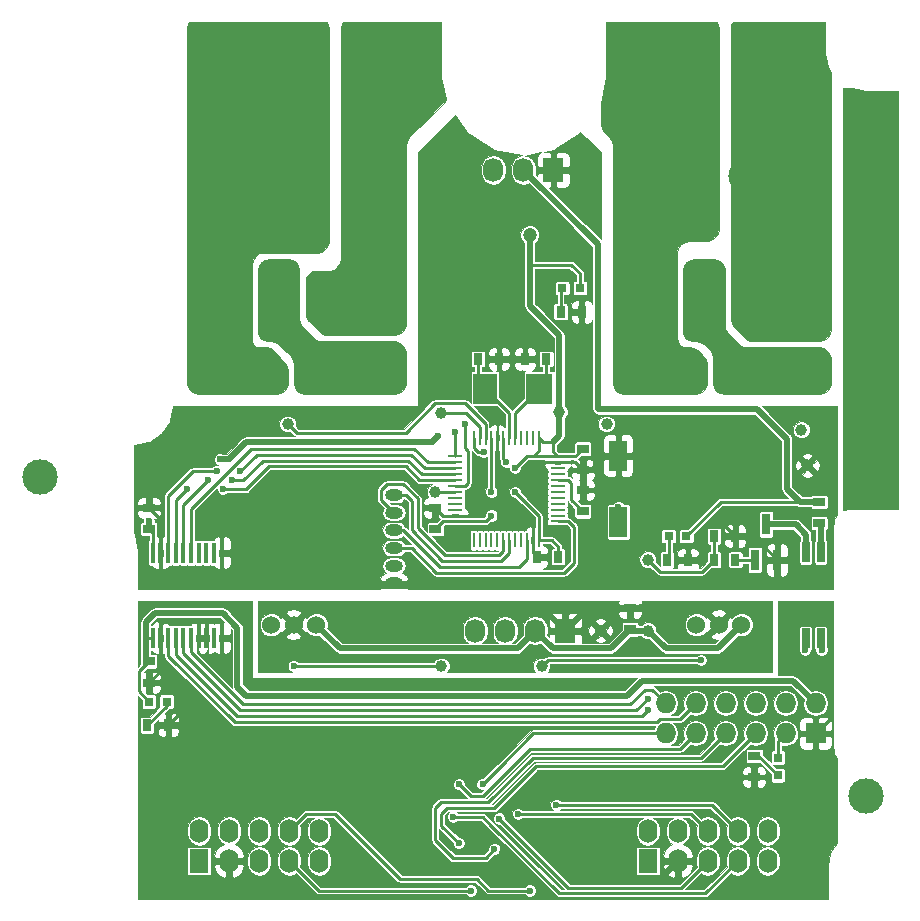
<source format=gbr>
G04 #@! TF.FileFunction,Copper,L1,Top,Signal*
%FSLAX46Y46*%
G04 Gerber Fmt 4.6, Leading zero omitted, Abs format (unit mm)*
G04 Created by KiCad (PCBNEW 4.0.5) date 02/09/17 17:45:46*
%MOMM*%
%LPD*%
G01*
G04 APERTURE LIST*
%ADD10C,0.100000*%
%ADD11C,2.500000*%
%ADD12C,5.000000*%
%ADD13C,1.524000*%
%ADD14O,8.000000X3.500000*%
%ADD15R,1.000000X0.800000*%
%ADD16R,1.600000X2.000000*%
%ADD17O,1.600000X2.000000*%
%ADD18R,1.727200X2.032000*%
%ADD19O,1.727200X2.032000*%
%ADD20R,1.727200X1.727200*%
%ADD21O,1.727200X1.727200*%
%ADD22R,0.800000X1.000000*%
%ADD23O,1.524000X1.000000*%
%ADD24R,2.200000X2.600000*%
%ADD25R,2.000000X2.600000*%
%ADD26R,0.800100X1.800860*%
%ADD27R,0.650000X1.700000*%
%ADD28R,0.250000X1.300000*%
%ADD29R,1.300000X0.250000*%
%ADD30R,1.500000X2.600000*%
%ADD31R,0.797560X0.797560*%
%ADD32R,0.450000X1.750000*%
%ADD33R,3.000000X6.500000*%
%ADD34R,6.451600X3.000000*%
%ADD35C,1.000000*%
%ADD36C,3.000000*%
%ADD37C,0.600000*%
%ADD38C,1.200000*%
%ADD39C,0.500000*%
%ADD40C,0.250000*%
%ADD41C,0.026000*%
G04 APERTURE END LIST*
D10*
D11*
X57500000Y-13500000D03*
X62580000Y-13500000D03*
D12*
X53690000Y-5880000D03*
X66390000Y-5880000D03*
D11*
X25500000Y-14000000D03*
X30580000Y-14000000D03*
D12*
X21690000Y-6380000D03*
X34390000Y-6380000D03*
D13*
X26410000Y-51500000D03*
X24500000Y-51500000D03*
X22590000Y-51500000D03*
D14*
X19500000Y-30100000D03*
X29500000Y-30100000D03*
D13*
X62410000Y-51500000D03*
X60500000Y-51500000D03*
X58590000Y-51500000D03*
D14*
X55500000Y-30100000D03*
X65500000Y-30100000D03*
D15*
X53000000Y-51900000D03*
X53000000Y-50100000D03*
D16*
X54500000Y-71500000D03*
D17*
X54500000Y-68960000D03*
X57040000Y-71500000D03*
X57040000Y-68960000D03*
X59580000Y-71500000D03*
X59580000Y-68960000D03*
X62120000Y-71500000D03*
X62120000Y-68960000D03*
X64660000Y-71500000D03*
X64660000Y-68960000D03*
D18*
X47500000Y-52000000D03*
D19*
X44960000Y-52000000D03*
X42420000Y-52000000D03*
X39880000Y-52000000D03*
D20*
X68700000Y-60700000D03*
D21*
X68700000Y-58160000D03*
X66160000Y-60700000D03*
X66160000Y-58160000D03*
X63620000Y-60700000D03*
X63620000Y-58160000D03*
X61080000Y-60700000D03*
X61080000Y-58160000D03*
X58540000Y-60700000D03*
X58540000Y-58160000D03*
X56000000Y-60700000D03*
X56000000Y-58160000D03*
D22*
X44100000Y-29000000D03*
X45900000Y-29000000D03*
X41900000Y-29000000D03*
X40100000Y-29000000D03*
D15*
X36500000Y-43400000D03*
X36500000Y-41600000D03*
D23*
X33000000Y-48000000D03*
X33000000Y-46500000D03*
X33000000Y-45000000D03*
X33000000Y-43500000D03*
X33000000Y-42000000D03*
X33000000Y-40500000D03*
D15*
X49000000Y-41900000D03*
X49000000Y-40100000D03*
D24*
X45300000Y-31500000D03*
D25*
X40700000Y-31500000D03*
D26*
X63550000Y-46001140D03*
X65450000Y-46001140D03*
X64500000Y-42998860D03*
D15*
X69000000Y-41100000D03*
X69000000Y-42900000D03*
D22*
X60100000Y-46000000D03*
X61900000Y-46000000D03*
X61900000Y-44000000D03*
X60100000Y-44000000D03*
D27*
X69135000Y-45350000D03*
X67865000Y-45350000D03*
X67865000Y-52650000D03*
X69135000Y-52650000D03*
D15*
X49000000Y-36600000D03*
X49000000Y-38400000D03*
D22*
X46900000Y-45750000D03*
X45100000Y-45750000D03*
D28*
X45250000Y-35650000D03*
X44750000Y-35650000D03*
X44250000Y-35650000D03*
X43750000Y-35650000D03*
X43250000Y-35650000D03*
X42750000Y-35650000D03*
X42250000Y-35650000D03*
X41750000Y-35650000D03*
X41250000Y-35650000D03*
X40750000Y-35650000D03*
X40250000Y-35650000D03*
X39750000Y-35650000D03*
D29*
X38150000Y-37250000D03*
X38150000Y-37750000D03*
X38150000Y-38250000D03*
X38150000Y-38750000D03*
X38150000Y-39250000D03*
X38150000Y-39750000D03*
X38150000Y-40250000D03*
X38150000Y-40750000D03*
X38150000Y-41250000D03*
X38150000Y-41750000D03*
X38150000Y-42250000D03*
X38150000Y-42750000D03*
D28*
X39750000Y-44350000D03*
X40250000Y-44350000D03*
X40750000Y-44350000D03*
X41250000Y-44350000D03*
X41750000Y-44350000D03*
X42250000Y-44350000D03*
X42750000Y-44350000D03*
X43250000Y-44350000D03*
X43750000Y-44350000D03*
X44250000Y-44350000D03*
X44750000Y-44350000D03*
X45250000Y-44350000D03*
D29*
X46850000Y-42750000D03*
X46850000Y-42250000D03*
X46850000Y-41750000D03*
X46850000Y-41250000D03*
X46850000Y-40750000D03*
X46850000Y-40250000D03*
X46850000Y-39750000D03*
X46850000Y-39250000D03*
X46850000Y-38750000D03*
X46850000Y-38250000D03*
X46850000Y-37750000D03*
X46850000Y-37250000D03*
D16*
X16500000Y-71500000D03*
D17*
X16500000Y-68960000D03*
X19040000Y-71500000D03*
X19040000Y-68960000D03*
X21580000Y-71500000D03*
X21580000Y-68960000D03*
X24120000Y-71500000D03*
X24120000Y-68960000D03*
X26660000Y-71500000D03*
X26660000Y-68960000D03*
D30*
X52000000Y-42800000D03*
X52000000Y-37200000D03*
D31*
X65500000Y-64249300D03*
X65500000Y-62750700D03*
X13749300Y-58000000D03*
X12250700Y-58000000D03*
X47250700Y-23000000D03*
X48749300Y-23000000D03*
X56250700Y-44000000D03*
X57749300Y-44000000D03*
D15*
X63500000Y-62600000D03*
X63500000Y-64400000D03*
D22*
X12100000Y-60000000D03*
X13900000Y-60000000D03*
X47100000Y-25000000D03*
X48900000Y-25000000D03*
X56100000Y-46000000D03*
X57900000Y-46000000D03*
D15*
X12250000Y-54600000D03*
X12250000Y-56400000D03*
X12250000Y-43400000D03*
X12250000Y-41600000D03*
D32*
X12575000Y-52600000D03*
X13225000Y-52600000D03*
X13875000Y-52600000D03*
X14525000Y-52600000D03*
X15175000Y-52600000D03*
X15825000Y-52600000D03*
X16475000Y-52600000D03*
X17125000Y-52600000D03*
X17775000Y-52600000D03*
X18425000Y-52600000D03*
X18425000Y-45400000D03*
X17775000Y-45400000D03*
X17125000Y-45400000D03*
X16475000Y-45400000D03*
X15825000Y-45400000D03*
X15175000Y-45400000D03*
X14525000Y-45400000D03*
X13875000Y-45400000D03*
X13225000Y-45400000D03*
X12575000Y-45400000D03*
D33*
X23200000Y-24000000D03*
D34*
X28900000Y-24400000D03*
D33*
X59200000Y-24000000D03*
D34*
X64900000Y-24400000D03*
D18*
X46500000Y-13000000D03*
D19*
X43960000Y-13000000D03*
X41420000Y-13000000D03*
D35*
X50500000Y-52000000D03*
X54500000Y-52000000D03*
X45500000Y-55000000D03*
X37000000Y-55000000D03*
X24000000Y-34500000D03*
X37000000Y-33600000D03*
X54500000Y-46000000D03*
X67500000Y-35000000D03*
X36500000Y-40250000D03*
X47000000Y-33500000D03*
X68000000Y-38000000D03*
X51000000Y-34500000D03*
D36*
X3000000Y-39000000D03*
X73000000Y-66000000D03*
D37*
X27000000Y-73250000D03*
X25000000Y-73750000D03*
X44500000Y-54000000D03*
X25000000Y-50000000D03*
X24000000Y-50000000D03*
X23000000Y-50000000D03*
X22000000Y-50000000D03*
X60000000Y-50000000D03*
X61000000Y-50000000D03*
X62000000Y-50000000D03*
X63000000Y-50000000D03*
X64000000Y-50000000D03*
X45000000Y-50000000D03*
X46000000Y-50000000D03*
X47000000Y-50000000D03*
X48000000Y-50000000D03*
X49000000Y-50000000D03*
X50000000Y-50000000D03*
X51000000Y-50000000D03*
X52000000Y-50000000D03*
X53000000Y-50000000D03*
X54000000Y-50000000D03*
X55000000Y-50000000D03*
X56000000Y-50000000D03*
X57000000Y-50000000D03*
X58000000Y-50000000D03*
X59000000Y-50000000D03*
X44000000Y-50000000D03*
X43000000Y-50000000D03*
X42000000Y-50000000D03*
X41000000Y-50000000D03*
X40000000Y-50000000D03*
X39000000Y-50000000D03*
X38000000Y-50000000D03*
X37000000Y-50000000D03*
X36000000Y-50000000D03*
X35000000Y-50000000D03*
X34000000Y-50000000D03*
X33000000Y-50000000D03*
X32000000Y-50000000D03*
X31000000Y-50000000D03*
X30000000Y-50000000D03*
X29000000Y-50000000D03*
X28000000Y-50000000D03*
X27000000Y-50000000D03*
X26000000Y-50000000D03*
X20750000Y-56500000D03*
X47750000Y-56500000D03*
X52500000Y-56500000D03*
X68000000Y-55500000D03*
D38*
X52500000Y-72500000D03*
X47750000Y-65750000D03*
D37*
X34500000Y-71500000D03*
X33250000Y-69500000D03*
D38*
X47750000Y-68750000D03*
D37*
X69200000Y-53600000D03*
X41905000Y-67905000D03*
X43500000Y-67500000D03*
X38000000Y-67750000D03*
X46750000Y-66750000D03*
X39500000Y-74000000D03*
X44500000Y-74000000D03*
X59000000Y-54500000D03*
X24500000Y-55000000D03*
X38500000Y-70000000D03*
X54500000Y-58750000D03*
X41500000Y-70500000D03*
X54500000Y-57750000D03*
X38500000Y-65000000D03*
X40500000Y-65000000D03*
X67800000Y-53600000D03*
X36250000Y-32000000D03*
X41500000Y-17500000D03*
X37500000Y-15500000D03*
X37500000Y-18500000D03*
X45500000Y-24250000D03*
X45500000Y-21750000D03*
X68000000Y-48000000D03*
X69000000Y-48000000D03*
X56000000Y-48000000D03*
X57000000Y-48000000D03*
X58000000Y-48000000D03*
X59000000Y-48000000D03*
X60000000Y-48000000D03*
X61000000Y-48000000D03*
X62000000Y-48000000D03*
X63000000Y-48000000D03*
X64000000Y-48000000D03*
X65000000Y-48000000D03*
X66000000Y-48000000D03*
X67000000Y-48000000D03*
X55000000Y-48000000D03*
X46000000Y-48000000D03*
X47000000Y-48000000D03*
X48000000Y-48000000D03*
X49000000Y-48000000D03*
X50000000Y-48000000D03*
X51000000Y-48000000D03*
X52000000Y-48000000D03*
X53000000Y-48000000D03*
X54000000Y-48000000D03*
X40000000Y-48000000D03*
X41000000Y-48000000D03*
X42000000Y-48000000D03*
X43000000Y-48000000D03*
X44000000Y-48000000D03*
X45000000Y-48000000D03*
X30000000Y-48000000D03*
X31000000Y-48000000D03*
X21000000Y-48000000D03*
X22000000Y-48000000D03*
X23000000Y-48000000D03*
X24000000Y-48000000D03*
X25000000Y-48000000D03*
X26000000Y-48000000D03*
X27000000Y-48000000D03*
X28000000Y-48000000D03*
X29000000Y-48000000D03*
X13000000Y-48000000D03*
X14000000Y-48000000D03*
X15000000Y-48000000D03*
X16000000Y-48000000D03*
X17000000Y-48000000D03*
X18000000Y-48000000D03*
X19000000Y-48000000D03*
X20000000Y-48000000D03*
X12000000Y-48000000D03*
X40500000Y-38750000D03*
X42250000Y-41750000D03*
X44250000Y-39750000D03*
D38*
X48750000Y-33500000D03*
D37*
X48250000Y-25000000D03*
X43000000Y-29000000D03*
X18500000Y-34500000D03*
X36750000Y-35500000D03*
X18250000Y-37500000D03*
X19000000Y-37500000D03*
X12250000Y-42750000D03*
X36250000Y-36000000D03*
D38*
X44500000Y-18500000D03*
D37*
X41250000Y-42250000D03*
X41250000Y-40250000D03*
X43250000Y-40250000D03*
X43250000Y-38250000D03*
X42500000Y-37750000D03*
X52000000Y-41500000D03*
X40600000Y-36900000D03*
X18000000Y-38500000D03*
X20000000Y-38500000D03*
X17250000Y-39250000D03*
X19250000Y-39250000D03*
X18500000Y-40000000D03*
X15500000Y-40000000D03*
X39000000Y-34500000D03*
X38200000Y-35200000D03*
D39*
X54500000Y-52000000D02*
X56000000Y-53500000D01*
X56000000Y-53500000D02*
X60410000Y-53500000D01*
X60410000Y-53500000D02*
X62410000Y-51500000D01*
X53000000Y-51900000D02*
X53100000Y-52000000D01*
X53100000Y-52000000D02*
X54500000Y-52000000D01*
X53000000Y-51900000D02*
X51400000Y-53500000D01*
X51400000Y-53500000D02*
X46460000Y-53500000D01*
X46460000Y-53500000D02*
X44960000Y-52000000D01*
X44960000Y-52000000D02*
X43460000Y-53500000D01*
X28410000Y-53500000D02*
X26410000Y-51500000D01*
X43460000Y-53500000D02*
X28410000Y-53500000D01*
D40*
X63500000Y-64400000D02*
X63500000Y-65750000D01*
X63500000Y-65750000D02*
X63500000Y-65500000D01*
X63500000Y-65500000D02*
X63500000Y-65750000D01*
D39*
X47750000Y-65750000D02*
X63500000Y-65750000D01*
X63500000Y-65750000D02*
X65750000Y-65750000D01*
X68700000Y-62800000D02*
X68700000Y-60700000D01*
X65750000Y-65750000D02*
X68700000Y-62800000D01*
D40*
X19040000Y-71500000D02*
X19040000Y-73290000D01*
X19500000Y-73750000D02*
X25000000Y-73750000D01*
X19040000Y-73290000D02*
X19500000Y-73750000D01*
X26000000Y-50000000D02*
X25000000Y-50000000D01*
X24000000Y-50000000D02*
X23000000Y-50000000D01*
X60000000Y-50000000D02*
X61000000Y-50000000D01*
X62000000Y-50000000D02*
X63000000Y-50000000D01*
X44000000Y-50000000D02*
X45000000Y-50000000D01*
X46000000Y-50000000D02*
X47000000Y-50000000D01*
X48000000Y-50000000D02*
X49000000Y-50000000D01*
X50000000Y-50000000D02*
X51000000Y-50000000D01*
X52000000Y-50000000D02*
X53000000Y-50000000D01*
X54000000Y-50000000D02*
X55000000Y-50000000D01*
X56000000Y-50000000D02*
X57000000Y-50000000D01*
X58000000Y-50000000D02*
X59000000Y-50000000D01*
X43000000Y-50000000D02*
X44000000Y-50000000D01*
X41000000Y-50000000D02*
X42000000Y-50000000D01*
X39000000Y-50000000D02*
X40000000Y-50000000D01*
X37000000Y-50000000D02*
X38000000Y-50000000D01*
X35000000Y-50000000D02*
X36000000Y-50000000D01*
X33000000Y-50000000D02*
X34000000Y-50000000D01*
X31000000Y-50000000D02*
X32000000Y-50000000D01*
X29000000Y-50000000D02*
X30000000Y-50000000D01*
X27000000Y-50000000D02*
X28000000Y-50000000D01*
X24500000Y-51500000D02*
X26000000Y-50000000D01*
X47750000Y-56500000D02*
X52500000Y-56500000D01*
X68000000Y-55500000D02*
X70000000Y-57500000D01*
X70000000Y-57500000D02*
X70000000Y-59400000D01*
X70000000Y-59400000D02*
X68700000Y-60700000D01*
D39*
X53000000Y-50100000D02*
X59100000Y-50100000D01*
X59100000Y-50100000D02*
X60500000Y-51500000D01*
X47500000Y-52000000D02*
X49400000Y-50100000D01*
X49400000Y-50100000D02*
X53000000Y-50100000D01*
D40*
X12250000Y-56400000D02*
X13900000Y-56400000D01*
X13900000Y-56400000D02*
X14750000Y-57250000D01*
X14750000Y-57250000D02*
X14750000Y-59150000D01*
X14750000Y-59150000D02*
X13900000Y-60000000D01*
X13225000Y-52600000D02*
X13225000Y-55425000D01*
X13225000Y-55425000D02*
X12250000Y-56400000D01*
X17125000Y-52600000D02*
X17125000Y-51250000D01*
X17125000Y-51250000D02*
X17250000Y-51250000D01*
X16475000Y-52600000D02*
X16475000Y-51250000D01*
X16475000Y-51250000D02*
X16500000Y-51250000D01*
X18250000Y-51250000D02*
X17250000Y-51250000D01*
X17250000Y-51250000D02*
X16500000Y-51250000D01*
X16500000Y-51250000D02*
X13500000Y-51250000D01*
X18425000Y-52600000D02*
X18425000Y-51425000D01*
X18425000Y-51425000D02*
X18250000Y-51250000D01*
X13225000Y-52600000D02*
X13225000Y-51525000D01*
X13225000Y-51525000D02*
X13500000Y-51250000D01*
D39*
X24500000Y-51500000D02*
X26000000Y-50000000D01*
X26000000Y-50000000D02*
X45500000Y-50000000D01*
X45500000Y-50000000D02*
X47500000Y-52000000D01*
X52500000Y-73000000D02*
X52500000Y-72500000D01*
X47750000Y-68750000D02*
X47750000Y-71000000D01*
X47750000Y-71000000D02*
X49750000Y-73000000D01*
X57040000Y-71500000D02*
X55540000Y-73000000D01*
X55540000Y-73000000D02*
X52500000Y-73000000D01*
X52500000Y-73000000D02*
X49750000Y-73000000D01*
D40*
X34500000Y-70750000D02*
X34500000Y-71500000D01*
X33250000Y-69500000D02*
X34500000Y-70750000D01*
X65500000Y-62750700D02*
X65500000Y-61360000D01*
X65500000Y-61360000D02*
X66160000Y-60700000D01*
X69135000Y-53535000D02*
X69135000Y-52650000D01*
X69200000Y-53600000D02*
X69135000Y-53535000D01*
X65550700Y-60700000D02*
X66160000Y-60700000D01*
X57330000Y-73750000D02*
X59580000Y-71500000D01*
X47750000Y-73750000D02*
X57330000Y-73750000D01*
X41905000Y-67905000D02*
X47750000Y-73750000D01*
X58120000Y-67500000D02*
X59580000Y-68960000D01*
X43500000Y-67500000D02*
X58120000Y-67500000D01*
X41250000Y-68500000D02*
X40500000Y-67750000D01*
X40500000Y-67750000D02*
X38000000Y-67750000D01*
X41250000Y-68500000D02*
X47000000Y-74250000D01*
X59370000Y-74250000D02*
X62120000Y-71500000D01*
X47000000Y-74250000D02*
X59370000Y-74250000D01*
X59910000Y-66750000D02*
X62120000Y-68960000D01*
X46750000Y-66750000D02*
X59910000Y-66750000D01*
X26620000Y-74000000D02*
X24120000Y-71500000D01*
X39500000Y-74000000D02*
X26620000Y-74000000D01*
X44500000Y-74000000D02*
X41000000Y-74000000D01*
X41000000Y-74000000D02*
X40000000Y-73000000D01*
X40000000Y-73000000D02*
X33500000Y-73000000D01*
X33500000Y-73000000D02*
X28000000Y-67500000D01*
X25580000Y-67500000D02*
X28000000Y-67500000D01*
X24120000Y-68960000D02*
X25580000Y-67500000D01*
X45500000Y-55000000D02*
X46000000Y-54500000D01*
X46000000Y-54500000D02*
X59000000Y-54500000D01*
X24500000Y-55000000D02*
X37000000Y-55000000D01*
X45000000Y-63500000D02*
X60820000Y-63500000D01*
X41500000Y-67000000D02*
X45000000Y-63500000D01*
X37500000Y-67000000D02*
X41500000Y-67000000D01*
X37000000Y-67500000D02*
X37500000Y-67000000D01*
X37000000Y-68500000D02*
X37000000Y-67500000D01*
X38500000Y-70000000D02*
X37000000Y-68500000D01*
X63620000Y-60700000D02*
X60820000Y-63500000D01*
X14525000Y-52600000D02*
X14525000Y-54025000D01*
X54000000Y-59250000D02*
X19750000Y-59250000D01*
X54500000Y-58750000D02*
X54000000Y-59250000D01*
X14525000Y-54025000D02*
X19750000Y-59250000D01*
X41500000Y-70500000D02*
X40750000Y-71250000D01*
X36500000Y-69750000D02*
X36500000Y-67000000D01*
X38000000Y-71250000D02*
X36500000Y-69750000D01*
X40750000Y-71250000D02*
X38000000Y-71250000D01*
X59030000Y-62750000D02*
X61080000Y-60700000D01*
X44750000Y-62750000D02*
X59030000Y-62750000D01*
X41000000Y-66500000D02*
X44750000Y-62750000D01*
X37000000Y-66500000D02*
X41000000Y-66500000D01*
X36500000Y-67000000D02*
X37000000Y-66500000D01*
X20000000Y-58750000D02*
X15175000Y-53925000D01*
X53500000Y-58750000D02*
X20000000Y-58750000D01*
X54500000Y-57750000D02*
X53500000Y-58750000D01*
X15175000Y-53925000D02*
X15175000Y-52600000D01*
X58540000Y-60700000D02*
X57240000Y-62000000D01*
X39500000Y-66000000D02*
X40500000Y-66000000D01*
X38500000Y-65000000D02*
X39500000Y-66000000D01*
X44500000Y-62000000D02*
X40500000Y-66000000D01*
X57240000Y-62000000D02*
X44500000Y-62000000D01*
X19500000Y-59750000D02*
X13875000Y-54125000D01*
X57200000Y-59500000D02*
X55500000Y-59500000D01*
X55250000Y-59750000D02*
X55500000Y-59500000D01*
X19500000Y-59750000D02*
X55250000Y-59750000D01*
X13875000Y-54125000D02*
X13875000Y-52600000D01*
X58540000Y-58160000D02*
X57200000Y-59500000D01*
X58540000Y-58160000D02*
X57200000Y-59500000D01*
X57200000Y-59500000D02*
X58540000Y-58160000D01*
X56000000Y-60700000D02*
X44800000Y-60700000D01*
X44800000Y-60700000D02*
X40500000Y-65000000D01*
X40500000Y-65000000D02*
X42500000Y-63000000D01*
X15825000Y-52600000D02*
X15825000Y-53825000D01*
X54840000Y-57000000D02*
X54250000Y-57000000D01*
X54840000Y-57000000D02*
X56000000Y-58160000D01*
X53000000Y-58250000D02*
X20250000Y-58250000D01*
X54250000Y-57000000D02*
X53000000Y-58250000D01*
X15825000Y-53825000D02*
X20250000Y-58250000D01*
X67865000Y-52650000D02*
X67865000Y-53535000D01*
X67865000Y-53535000D02*
X67800000Y-53600000D01*
X66160000Y-58160000D02*
X66200000Y-58120000D01*
X36375000Y-31875000D02*
X36250000Y-32000000D01*
X37500000Y-18500000D02*
X40500000Y-18500000D01*
X40500000Y-18500000D02*
X41500000Y-17500000D01*
X37500000Y-18500000D02*
X37500000Y-15500000D01*
X45500000Y-21750000D02*
X45500000Y-24250000D01*
X67000000Y-48000000D02*
X68000000Y-48000000D01*
X55000000Y-48000000D02*
X56000000Y-48000000D01*
X57000000Y-48000000D02*
X58000000Y-48000000D01*
X59000000Y-48000000D02*
X60000000Y-48000000D01*
X61000000Y-48000000D02*
X62000000Y-48000000D01*
X63000000Y-48000000D02*
X64000000Y-48000000D01*
X65000000Y-48000000D02*
X66000000Y-48000000D01*
X55000000Y-48000000D02*
X55000000Y-48250000D01*
X45000000Y-48000000D02*
X46000000Y-48000000D01*
X47000000Y-48000000D02*
X48000000Y-48000000D01*
X49000000Y-48000000D02*
X50000000Y-48000000D01*
X51000000Y-48000000D02*
X52000000Y-48000000D01*
X53000000Y-48000000D02*
X54000000Y-48000000D01*
X33000000Y-48000000D02*
X40000000Y-48000000D01*
X41000000Y-48000000D02*
X42000000Y-48000000D01*
X43000000Y-48000000D02*
X44000000Y-48000000D01*
X45000000Y-48000000D02*
X45000000Y-48250000D01*
X29000000Y-48000000D02*
X30000000Y-48000000D01*
X31000000Y-48000000D02*
X31000000Y-48250000D01*
X21000000Y-48000000D02*
X22000000Y-48000000D01*
X23000000Y-48000000D02*
X24000000Y-48000000D01*
X25000000Y-48000000D02*
X26000000Y-48000000D01*
X27000000Y-48000000D02*
X28000000Y-48000000D01*
X29000000Y-48000000D02*
X29000000Y-48250000D01*
X13000000Y-48000000D02*
X14000000Y-48000000D01*
X15000000Y-48000000D02*
X16000000Y-48000000D01*
X17000000Y-48000000D02*
X18000000Y-48000000D01*
X19000000Y-48000000D02*
X20000000Y-48000000D01*
X13225000Y-45400000D02*
X13225000Y-46775000D01*
X13225000Y-46775000D02*
X12000000Y-48000000D01*
X41000000Y-41500000D02*
X40500000Y-41000000D01*
X40500000Y-41000000D02*
X40500000Y-38750000D01*
X43000000Y-41000000D02*
X42250000Y-41750000D01*
X43500000Y-39000000D02*
X44250000Y-39750000D01*
D39*
X50125000Y-37250000D02*
X51950000Y-37250000D01*
X51950000Y-37250000D02*
X52000000Y-37200000D01*
X50125000Y-36125000D02*
X50125000Y-37250000D01*
X50125000Y-37250000D02*
X50125000Y-38125000D01*
X50125000Y-38125000D02*
X49850000Y-38400000D01*
X49850000Y-38400000D02*
X49000000Y-38400000D01*
X48750000Y-33500000D02*
X48750000Y-34750000D01*
X48750000Y-34750000D02*
X50125000Y-36125000D01*
D40*
X48900000Y-25000000D02*
X48250000Y-25000000D01*
X18500000Y-34500000D02*
X19500000Y-33500000D01*
X19500000Y-33500000D02*
X34750000Y-33500000D01*
X34750000Y-33500000D02*
X36375000Y-31875000D01*
X36375000Y-31875000D02*
X38250000Y-30000000D01*
X38250000Y-30000000D02*
X38250000Y-28750000D01*
X38250000Y-28750000D02*
X39250000Y-27750000D01*
X39250000Y-27750000D02*
X41500000Y-27750000D01*
X41500000Y-27750000D02*
X41900000Y-28150000D01*
X41900000Y-28150000D02*
X41900000Y-29000000D01*
X46850000Y-37750000D02*
X48350000Y-37750000D01*
X48350000Y-37750000D02*
X49000000Y-38400000D01*
X49000000Y-38400000D02*
X49000000Y-40100000D01*
X61900000Y-44000000D02*
X60900000Y-43000000D01*
X60900000Y-43000000D02*
X59500000Y-43000000D01*
X57900000Y-46000000D02*
X58500000Y-46000000D01*
X58500000Y-46000000D02*
X59000000Y-45500000D01*
X59000000Y-45500000D02*
X59000000Y-43500000D01*
X59000000Y-43500000D02*
X59500000Y-43000000D01*
X38150000Y-42250000D02*
X37150000Y-42250000D01*
X37150000Y-42250000D02*
X36500000Y-41600000D01*
X44750000Y-44350000D02*
X44750000Y-45400000D01*
X44750000Y-45400000D02*
X45100000Y-45750000D01*
X41750000Y-35650000D02*
X41750000Y-39750000D01*
X41750000Y-39750000D02*
X42250000Y-40250000D01*
X44750000Y-44350000D02*
X44750000Y-42750000D01*
X42250000Y-40250000D02*
X42000000Y-40500000D01*
X44750000Y-42750000D02*
X43000000Y-41000000D01*
X43000000Y-41000000D02*
X42250000Y-40250000D01*
X38150000Y-42250000D02*
X40250000Y-42250000D01*
X44750000Y-37750000D02*
X46850000Y-37750000D01*
X40250000Y-42250000D02*
X41000000Y-41500000D01*
X41000000Y-41500000D02*
X42000000Y-40500000D01*
X42000000Y-40500000D02*
X43500000Y-39000000D01*
X43500000Y-39000000D02*
X44750000Y-37750000D01*
X12250000Y-39000000D02*
X12250000Y-41600000D01*
X16750000Y-34500000D02*
X12250000Y-39000000D01*
X18500000Y-34500000D02*
X16750000Y-34500000D01*
X41900000Y-29000000D02*
X43000000Y-29000000D01*
X43000000Y-29000000D02*
X44100000Y-29000000D01*
X13225000Y-45400000D02*
X13225000Y-47475000D01*
D39*
X14000000Y-48250000D02*
X29000000Y-48250000D01*
X29000000Y-48250000D02*
X29250000Y-48250000D01*
X29250000Y-48250000D02*
X31000000Y-48250000D01*
X31000000Y-48250000D02*
X32750000Y-48250000D01*
D40*
X13225000Y-47475000D02*
X14000000Y-48250000D01*
X13250000Y-45425000D02*
X13225000Y-45400000D01*
D39*
X33000000Y-48000000D02*
X32750000Y-48250000D01*
X65450000Y-46001140D02*
X65450000Y-47550000D01*
X64750000Y-48250000D02*
X55000000Y-48250000D01*
X55000000Y-48250000D02*
X45000000Y-48250000D01*
X45000000Y-48250000D02*
X33250000Y-48250000D01*
X65450000Y-47550000D02*
X64750000Y-48250000D01*
X33250000Y-48250000D02*
X33000000Y-48000000D01*
D40*
X61900000Y-44000000D02*
X63448860Y-44000000D01*
X63448860Y-44000000D02*
X65450000Y-46001140D01*
X13225000Y-45400000D02*
X13225000Y-46725000D01*
X18425000Y-46825000D02*
X18425000Y-45400000D01*
X18250000Y-47000000D02*
X18425000Y-46825000D01*
X13500000Y-47000000D02*
X18250000Y-47000000D01*
X13225000Y-46725000D02*
X13500000Y-47000000D01*
X13225000Y-45400000D02*
X13225000Y-42575000D01*
X13225000Y-42575000D02*
X12250000Y-41600000D01*
X45300000Y-31500000D02*
X43250000Y-33550000D01*
X43250000Y-33550000D02*
X43250000Y-35650000D01*
X45900000Y-29000000D02*
X45900000Y-30900000D01*
X45900000Y-30900000D02*
X45300000Y-31500000D01*
X42750000Y-35650000D02*
X42750000Y-33550000D01*
X42750000Y-33550000D02*
X40700000Y-31500000D01*
X40100000Y-29000000D02*
X40100000Y-30900000D01*
X40100000Y-30900000D02*
X40700000Y-31500000D01*
X67350000Y-41100000D02*
X60649300Y-41100000D01*
X60649300Y-41100000D02*
X57749300Y-44000000D01*
D39*
X50250000Y-33250000D02*
X63750000Y-33250000D01*
X63750000Y-33250000D02*
X66250000Y-35750000D01*
X66250000Y-35750000D02*
X66250000Y-40000000D01*
X66250000Y-40000000D02*
X67350000Y-41100000D01*
X43960000Y-13000000D02*
X50250000Y-19290000D01*
X67350000Y-41100000D02*
X69000000Y-41100000D01*
X50250000Y-19290000D02*
X50250000Y-33250000D01*
X36250000Y-36000000D02*
X36750000Y-35500000D01*
X18250000Y-37500000D02*
X19000000Y-37500000D01*
X20500000Y-36000000D02*
X19000000Y-37500000D01*
X12250000Y-43400000D02*
X12250000Y-42750000D01*
X36250000Y-36000000D02*
X32000000Y-36000000D01*
X32000000Y-36000000D02*
X20500000Y-36000000D01*
D40*
X20500000Y-36000000D02*
X36250000Y-36000000D01*
X48749300Y-23000000D02*
X48749300Y-21749300D01*
X48749300Y-21749300D02*
X48000000Y-21000000D01*
X48000000Y-21000000D02*
X44500000Y-21000000D01*
D39*
X47000000Y-33500000D02*
X47000000Y-27000000D01*
X47000000Y-35500000D02*
X47000000Y-33500000D01*
D40*
X46850000Y-37250000D02*
X48350000Y-37250000D01*
X48350000Y-37250000D02*
X49000000Y-36600000D01*
X38150000Y-42750000D02*
X37150000Y-42750000D01*
X37150000Y-42750000D02*
X36500000Y-43400000D01*
X45250000Y-44350000D02*
X46350000Y-44350000D01*
X46900000Y-44900000D02*
X46900000Y-45750000D01*
X46350000Y-44350000D02*
X46900000Y-44900000D01*
X46500000Y-36000000D02*
X45600000Y-36000000D01*
X45600000Y-36000000D02*
X45250000Y-35650000D01*
X46500000Y-36000000D02*
X46500000Y-36900000D01*
D39*
X44500000Y-18500000D02*
X44500000Y-21000000D01*
X44500000Y-21000000D02*
X44500000Y-24500000D01*
X44500000Y-24500000D02*
X47000000Y-27000000D01*
X46500000Y-36000000D02*
X47000000Y-35500000D01*
D40*
X46500000Y-36900000D02*
X46850000Y-37250000D01*
X41250000Y-42250000D02*
X40750000Y-42750000D01*
X40750000Y-42750000D02*
X38150000Y-42750000D01*
X41250000Y-40250000D02*
X41250000Y-35650000D01*
X45250000Y-42250000D02*
X43250000Y-40250000D01*
X45250000Y-44350000D02*
X45250000Y-42250000D01*
X43250000Y-38250000D02*
X44250000Y-37250000D01*
X44250000Y-37250000D02*
X44750000Y-37250000D01*
X45250000Y-35650000D02*
X45250000Y-36750000D01*
X45250000Y-36750000D02*
X44750000Y-37250000D01*
X44750000Y-37250000D02*
X46850000Y-37250000D01*
X12250000Y-43400000D02*
X12575000Y-43725000D01*
X12575000Y-43725000D02*
X12575000Y-45400000D01*
X33000000Y-45000000D02*
X34500000Y-45000000D01*
X47750000Y-42750000D02*
X48250000Y-43250000D01*
X48250000Y-43250000D02*
X48250000Y-46250000D01*
X48250000Y-46250000D02*
X47400000Y-47100000D01*
X47750000Y-42750000D02*
X46850000Y-42750000D01*
X36600000Y-47100000D02*
X47400000Y-47100000D01*
X34500000Y-45000000D02*
X36600000Y-47100000D01*
X44250000Y-44350000D02*
X44250000Y-45950000D01*
X33800000Y-43500000D02*
X33000000Y-43500000D01*
X36900000Y-46600000D02*
X33800000Y-43500000D01*
X43600000Y-46600000D02*
X36900000Y-46600000D01*
X44250000Y-45950000D02*
X43600000Y-46600000D01*
X33000000Y-42000000D02*
X31900000Y-40900000D01*
X42250000Y-45250000D02*
X42250000Y-44350000D01*
X41900000Y-45600000D02*
X42250000Y-45250000D01*
X37300000Y-45600000D02*
X41900000Y-45600000D01*
X35000000Y-43300000D02*
X37300000Y-45600000D01*
X35000000Y-40800000D02*
X35000000Y-43300000D01*
X33800000Y-39600000D02*
X35000000Y-40800000D01*
X32400000Y-39600000D02*
X33800000Y-39600000D01*
X31900000Y-40100000D02*
X32400000Y-39600000D01*
X31900000Y-40900000D02*
X31900000Y-40100000D01*
X33000000Y-40500000D02*
X34000000Y-40500000D01*
X42750000Y-45450000D02*
X42750000Y-44350000D01*
X42100000Y-46100000D02*
X42750000Y-45450000D01*
X37100000Y-46100000D02*
X42100000Y-46100000D01*
X34500000Y-43500000D02*
X37100000Y-46100000D01*
X34500000Y-41000000D02*
X34500000Y-43500000D01*
X34000000Y-40500000D02*
X34500000Y-41000000D01*
X49000000Y-41900000D02*
X48000000Y-40900000D01*
X48000000Y-40900000D02*
X48000000Y-39500000D01*
X48000000Y-39500000D02*
X47750000Y-39250000D01*
X47750000Y-39250000D02*
X46850000Y-39250000D01*
X38150000Y-40250000D02*
X36750000Y-40250000D01*
X36750000Y-40250000D02*
X36500000Y-40500000D01*
X42250000Y-35650000D02*
X42250000Y-37500000D01*
X42250000Y-37500000D02*
X42500000Y-37750000D01*
X52000000Y-42800000D02*
X52000000Y-41500000D01*
X39750000Y-35650000D02*
X39750000Y-36500000D01*
X39750000Y-36500000D02*
X40150000Y-36900000D01*
X40150000Y-36900000D02*
X40600000Y-36900000D01*
X60100000Y-46000000D02*
X59100000Y-47000000D01*
X59100000Y-47000000D02*
X55500000Y-47000000D01*
X55500000Y-47000000D02*
X54500000Y-46000000D01*
X60100000Y-44000000D02*
X60100000Y-46000000D01*
D39*
X69135000Y-45350000D02*
X69135000Y-43035000D01*
X69135000Y-43035000D02*
X69000000Y-42900000D01*
X64500000Y-42998860D02*
X66998860Y-42998860D01*
X67865000Y-43865000D02*
X67865000Y-45350000D01*
X66998860Y-42998860D02*
X67865000Y-43865000D01*
D40*
X63550000Y-46001140D02*
X61901140Y-46001140D01*
X61901140Y-46001140D02*
X61900000Y-46000000D01*
X63500000Y-62600000D02*
X63850700Y-62600000D01*
X63850700Y-62600000D02*
X65500000Y-64249300D01*
X13749300Y-58000000D02*
X13749300Y-58350700D01*
X13749300Y-58350700D02*
X12100000Y-60000000D01*
X47250700Y-23000000D02*
X47100000Y-23150700D01*
X47100000Y-23150700D02*
X47100000Y-25000000D01*
X56250700Y-44000000D02*
X56250700Y-45849300D01*
X56250700Y-45849300D02*
X56100000Y-46000000D01*
X38150000Y-37750000D02*
X35850000Y-37750000D01*
X20900000Y-36600000D02*
X15825000Y-41675000D01*
X34700000Y-36600000D02*
X20900000Y-36600000D01*
X35850000Y-37750000D02*
X34700000Y-36600000D01*
X15825000Y-45400000D02*
X15825000Y-41675000D01*
X38150000Y-38250000D02*
X35600002Y-38250000D01*
X16000000Y-38500000D02*
X13875000Y-40625000D01*
X18000000Y-38500000D02*
X16000000Y-38500000D01*
X13875000Y-40625000D02*
X13875000Y-45400000D01*
X21400000Y-37100000D02*
X34450002Y-37100000D01*
X20000000Y-38500000D02*
X21400000Y-37100000D01*
X35600002Y-38250000D02*
X34450002Y-37100000D01*
X38150000Y-38750000D02*
X35350000Y-38750000D01*
X21900000Y-37600000D02*
X20250000Y-39250000D01*
X34200000Y-37600000D02*
X21900000Y-37600000D01*
X35350000Y-38750000D02*
X34200000Y-37600000D01*
X19250000Y-39250000D02*
X20250000Y-39250000D01*
X15175000Y-41325000D02*
X15175000Y-45400000D01*
X17250000Y-39250000D02*
X15175000Y-41325000D01*
X20500000Y-40000000D02*
X22400000Y-38100000D01*
X34000000Y-38100000D02*
X35150000Y-39250000D01*
X22400000Y-38100000D02*
X34000000Y-38100000D01*
X18500000Y-40000000D02*
X20500000Y-40000000D01*
X35150000Y-39250000D02*
X38150000Y-39250000D01*
X14525000Y-45400000D02*
X14525000Y-40975000D01*
X14525000Y-40975000D02*
X15500000Y-40000000D01*
X37000000Y-33600000D02*
X39100000Y-33600000D01*
X39100000Y-33600000D02*
X40250000Y-34750000D01*
X40250000Y-34750000D02*
X40250000Y-35650000D01*
X39100000Y-33600000D02*
X40000000Y-34500000D01*
X40250000Y-34750000D02*
X40250000Y-35650000D01*
X40000000Y-34500000D02*
X40250000Y-34750000D01*
X24000000Y-34500000D02*
X24750000Y-35250000D01*
X24750000Y-35250000D02*
X34000000Y-35250000D01*
X34000000Y-35250000D02*
X36500000Y-32750000D01*
X36500000Y-32750000D02*
X39000000Y-32750000D01*
X39000000Y-32750000D02*
X40750000Y-34500000D01*
X40750000Y-34500000D02*
X40750000Y-35750000D01*
X40750000Y-35750000D02*
X40750000Y-35650000D01*
X39000000Y-34500000D02*
X39000000Y-36500000D01*
X39000000Y-36500000D02*
X39250000Y-36750000D01*
X38150000Y-39750000D02*
X39000000Y-39750000D01*
X39250000Y-39500000D02*
X39250000Y-36750000D01*
X39000000Y-39750000D02*
X39250000Y-39500000D01*
X38150000Y-37250000D02*
X38150000Y-35250000D01*
X38150000Y-35250000D02*
X38200000Y-35200000D01*
X12250700Y-58000000D02*
X11400000Y-57149300D01*
X11400000Y-57149300D02*
X11400000Y-55450000D01*
X11400000Y-55450000D02*
X12250000Y-54600000D01*
D39*
X68700000Y-58160000D02*
X66790000Y-56250000D01*
X66790000Y-56250000D02*
X54000000Y-56250000D01*
X54000000Y-56250000D02*
X52750000Y-57500000D01*
X52750000Y-57500000D02*
X20500000Y-57500000D01*
X20500000Y-57500000D02*
X19750000Y-56750000D01*
X19750000Y-56750000D02*
X19750000Y-51750000D01*
D40*
X12575000Y-52600000D02*
X12000000Y-52600000D01*
X12000000Y-52600000D02*
X12000000Y-52500000D01*
D39*
X12000000Y-54600000D02*
X12000000Y-52500000D01*
X12000000Y-52500000D02*
X12000000Y-51250000D01*
X12000000Y-51250000D02*
X12750000Y-50500000D01*
X12750000Y-50500000D02*
X18500000Y-50500000D01*
X18500000Y-50500000D02*
X19750000Y-51750000D01*
D41*
G36*
X70212000Y-62000000D02*
X70217534Y-62027821D01*
X70217534Y-62056186D01*
X70293654Y-62438869D01*
X70336657Y-62542687D01*
X70487000Y-62767691D01*
X70487000Y-69946485D01*
X69988900Y-70691943D01*
X69988898Y-70691945D01*
X69945895Y-70795764D01*
X69717534Y-71943814D01*
X69717534Y-71972179D01*
X69712000Y-72000000D01*
X69712000Y-74712000D01*
X11288000Y-74712000D01*
X11288000Y-70500000D01*
X15482828Y-70500000D01*
X15482828Y-72500000D01*
X15497680Y-72578933D01*
X15544329Y-72651428D01*
X15615508Y-72700062D01*
X15700000Y-72717172D01*
X17300000Y-72717172D01*
X17378933Y-72702320D01*
X17451428Y-72655671D01*
X17500062Y-72584492D01*
X17517172Y-72500000D01*
X17517172Y-71946560D01*
X17745373Y-71946560D01*
X17938275Y-72423224D01*
X18298905Y-72789784D01*
X18598785Y-72945139D01*
X18799000Y-72866107D01*
X18799000Y-71741000D01*
X19281000Y-71741000D01*
X19281000Y-72866107D01*
X19481215Y-72945139D01*
X19781095Y-72789784D01*
X20141725Y-72423224D01*
X20334627Y-71946560D01*
X20227008Y-71741000D01*
X19281000Y-71741000D01*
X18799000Y-71741000D01*
X17852992Y-71741000D01*
X17745373Y-71946560D01*
X17517172Y-71946560D01*
X17517172Y-71276236D01*
X20567000Y-71276236D01*
X20567000Y-71723764D01*
X20644110Y-72111422D01*
X20863701Y-72440063D01*
X21192342Y-72659654D01*
X21580000Y-72736764D01*
X21967658Y-72659654D01*
X22296299Y-72440063D01*
X22515890Y-72111422D01*
X22593000Y-71723764D01*
X22593000Y-71276236D01*
X23107000Y-71276236D01*
X23107000Y-71723764D01*
X23184110Y-72111422D01*
X23403701Y-72440063D01*
X23732342Y-72659654D01*
X24120000Y-72736764D01*
X24507658Y-72659654D01*
X24683893Y-72541897D01*
X26380998Y-74239002D01*
X26490653Y-74312271D01*
X26620000Y-74338000D01*
X39112552Y-74338000D01*
X39209030Y-74434646D01*
X39397510Y-74512910D01*
X39601594Y-74513089D01*
X39790211Y-74435154D01*
X39934646Y-74290970D01*
X40012910Y-74102490D01*
X40013089Y-73898406D01*
X39935154Y-73709789D01*
X39790970Y-73565354D01*
X39602490Y-73487090D01*
X39398406Y-73486911D01*
X39209789Y-73564846D01*
X39112466Y-73662000D01*
X26760004Y-73662000D01*
X25081363Y-71983359D01*
X25133000Y-71723764D01*
X25133000Y-71276236D01*
X25647000Y-71276236D01*
X25647000Y-71723764D01*
X25724110Y-72111422D01*
X25943701Y-72440063D01*
X26272342Y-72659654D01*
X26660000Y-72736764D01*
X27047658Y-72659654D01*
X27376299Y-72440063D01*
X27595890Y-72111422D01*
X27673000Y-71723764D01*
X27673000Y-71276236D01*
X27595890Y-70888578D01*
X27376299Y-70559937D01*
X27047658Y-70340346D01*
X26660000Y-70263236D01*
X26272342Y-70340346D01*
X25943701Y-70559937D01*
X25724110Y-70888578D01*
X25647000Y-71276236D01*
X25133000Y-71276236D01*
X25055890Y-70888578D01*
X24836299Y-70559937D01*
X24507658Y-70340346D01*
X24120000Y-70263236D01*
X23732342Y-70340346D01*
X23403701Y-70559937D01*
X23184110Y-70888578D01*
X23107000Y-71276236D01*
X22593000Y-71276236D01*
X22515890Y-70888578D01*
X22296299Y-70559937D01*
X21967658Y-70340346D01*
X21580000Y-70263236D01*
X21192342Y-70340346D01*
X20863701Y-70559937D01*
X20644110Y-70888578D01*
X20567000Y-71276236D01*
X17517172Y-71276236D01*
X17517172Y-71053440D01*
X17745373Y-71053440D01*
X17852992Y-71259000D01*
X18799000Y-71259000D01*
X18799000Y-71239000D01*
X19281000Y-71239000D01*
X19281000Y-71259000D01*
X20227008Y-71259000D01*
X20334627Y-71053440D01*
X20141725Y-70576776D01*
X19781095Y-70210216D01*
X19505668Y-70067529D01*
X19756299Y-69900063D01*
X19975890Y-69571422D01*
X20053000Y-69183764D01*
X20053000Y-68736236D01*
X20567000Y-68736236D01*
X20567000Y-69183764D01*
X20644110Y-69571422D01*
X20863701Y-69900063D01*
X21192342Y-70119654D01*
X21580000Y-70196764D01*
X21967658Y-70119654D01*
X22296299Y-69900063D01*
X22515890Y-69571422D01*
X22593000Y-69183764D01*
X22593000Y-68736236D01*
X23107000Y-68736236D01*
X23107000Y-69183764D01*
X23184110Y-69571422D01*
X23403701Y-69900063D01*
X23732342Y-70119654D01*
X24120000Y-70196764D01*
X24507658Y-70119654D01*
X24836299Y-69900063D01*
X25055890Y-69571422D01*
X25133000Y-69183764D01*
X25133000Y-68736236D01*
X25081363Y-68476641D01*
X25720004Y-67838000D01*
X26215989Y-67838000D01*
X25943701Y-68019937D01*
X25724110Y-68348578D01*
X25647000Y-68736236D01*
X25647000Y-69183764D01*
X25724110Y-69571422D01*
X25943701Y-69900063D01*
X26272342Y-70119654D01*
X26660000Y-70196764D01*
X27047658Y-70119654D01*
X27376299Y-69900063D01*
X27595890Y-69571422D01*
X27673000Y-69183764D01*
X27673000Y-68736236D01*
X27595890Y-68348578D01*
X27376299Y-68019937D01*
X27104011Y-67838000D01*
X27859996Y-67838000D01*
X33260998Y-73239002D01*
X33370653Y-73312271D01*
X33500000Y-73338000D01*
X39859996Y-73338000D01*
X40760998Y-74239002D01*
X40870653Y-74312271D01*
X41000000Y-74338000D01*
X44112552Y-74338000D01*
X44209030Y-74434646D01*
X44397510Y-74512910D01*
X44601594Y-74513089D01*
X44790211Y-74435154D01*
X44934646Y-74290970D01*
X45012910Y-74102490D01*
X45013089Y-73898406D01*
X44935154Y-73709789D01*
X44790970Y-73565354D01*
X44602490Y-73487090D01*
X44398406Y-73486911D01*
X44209789Y-73564846D01*
X44112466Y-73662000D01*
X41140004Y-73662000D01*
X40239002Y-72760998D01*
X40129347Y-72687729D01*
X40000000Y-72662000D01*
X33640004Y-72662000D01*
X28239002Y-67260998D01*
X28129347Y-67187729D01*
X28000000Y-67162000D01*
X25580000Y-67162000D01*
X25450653Y-67187729D01*
X25340998Y-67260998D01*
X24683893Y-67918103D01*
X24507658Y-67800346D01*
X24120000Y-67723236D01*
X23732342Y-67800346D01*
X23403701Y-68019937D01*
X23184110Y-68348578D01*
X23107000Y-68736236D01*
X22593000Y-68736236D01*
X22515890Y-68348578D01*
X22296299Y-68019937D01*
X21967658Y-67800346D01*
X21580000Y-67723236D01*
X21192342Y-67800346D01*
X20863701Y-68019937D01*
X20644110Y-68348578D01*
X20567000Y-68736236D01*
X20053000Y-68736236D01*
X19975890Y-68348578D01*
X19756299Y-68019937D01*
X19427658Y-67800346D01*
X19040000Y-67723236D01*
X18652342Y-67800346D01*
X18323701Y-68019937D01*
X18104110Y-68348578D01*
X18027000Y-68736236D01*
X18027000Y-69183764D01*
X18104110Y-69571422D01*
X18323701Y-69900063D01*
X18574332Y-70067529D01*
X18298905Y-70210216D01*
X17938275Y-70576776D01*
X17745373Y-71053440D01*
X17517172Y-71053440D01*
X17517172Y-70500000D01*
X17502320Y-70421067D01*
X17455671Y-70348572D01*
X17384492Y-70299938D01*
X17300000Y-70282828D01*
X15700000Y-70282828D01*
X15621067Y-70297680D01*
X15548572Y-70344329D01*
X15499938Y-70415508D01*
X15482828Y-70500000D01*
X11288000Y-70500000D01*
X11288000Y-68736236D01*
X15487000Y-68736236D01*
X15487000Y-69183764D01*
X15564110Y-69571422D01*
X15783701Y-69900063D01*
X16112342Y-70119654D01*
X16500000Y-70196764D01*
X16887658Y-70119654D01*
X17216299Y-69900063D01*
X17435890Y-69571422D01*
X17513000Y-69183764D01*
X17513000Y-68736236D01*
X17435890Y-68348578D01*
X17216299Y-68019937D01*
X16887658Y-67800346D01*
X16500000Y-67723236D01*
X16112342Y-67800346D01*
X15783701Y-68019937D01*
X15564110Y-68348578D01*
X15487000Y-68736236D01*
X11288000Y-68736236D01*
X11288000Y-59500000D01*
X11482828Y-59500000D01*
X11482828Y-60500000D01*
X11497680Y-60578933D01*
X11544329Y-60651428D01*
X11615508Y-60700062D01*
X11700000Y-60717172D01*
X12500000Y-60717172D01*
X12578933Y-60702320D01*
X12651428Y-60655671D01*
X12700062Y-60584492D01*
X12717172Y-60500000D01*
X12717172Y-60371250D01*
X12979000Y-60371250D01*
X12979000Y-60603634D01*
X13058318Y-60795123D01*
X13204878Y-60941683D01*
X13396367Y-61021000D01*
X13569750Y-61021000D01*
X13700000Y-60890750D01*
X13700000Y-60241000D01*
X14100000Y-60241000D01*
X14100000Y-60890750D01*
X14230250Y-61021000D01*
X14403633Y-61021000D01*
X14595122Y-60941683D01*
X14741682Y-60795123D01*
X14821000Y-60603634D01*
X14821000Y-60371250D01*
X14690750Y-60241000D01*
X14100000Y-60241000D01*
X13700000Y-60241000D01*
X13109250Y-60241000D01*
X12979000Y-60371250D01*
X12717172Y-60371250D01*
X12717172Y-59860832D01*
X12979000Y-59599004D01*
X12979000Y-59628750D01*
X13109250Y-59759000D01*
X13700000Y-59759000D01*
X13700000Y-59109250D01*
X14100000Y-59109250D01*
X14100000Y-59759000D01*
X14690750Y-59759000D01*
X14821000Y-59628750D01*
X14821000Y-59396366D01*
X14741682Y-59204877D01*
X14595122Y-59058317D01*
X14403633Y-58979000D01*
X14230250Y-58979000D01*
X14100000Y-59109250D01*
X13700000Y-59109250D01*
X13584377Y-58993627D01*
X13962052Y-58615952D01*
X14148080Y-58615952D01*
X14227013Y-58601100D01*
X14299508Y-58554451D01*
X14348142Y-58483272D01*
X14365252Y-58398780D01*
X14365252Y-57601220D01*
X14350400Y-57522287D01*
X14303751Y-57449792D01*
X14232572Y-57401158D01*
X14148080Y-57384048D01*
X13350520Y-57384048D01*
X13271587Y-57398900D01*
X13199092Y-57445549D01*
X13150458Y-57516728D01*
X13133348Y-57601220D01*
X13133348Y-58398780D01*
X13147580Y-58474416D01*
X12339168Y-59282828D01*
X11700000Y-59282828D01*
X11621067Y-59297680D01*
X11548572Y-59344329D01*
X11499938Y-59415508D01*
X11482828Y-59500000D01*
X11288000Y-59500000D01*
X11288000Y-57515304D01*
X11634748Y-57862052D01*
X11634748Y-58398780D01*
X11649600Y-58477713D01*
X11696249Y-58550208D01*
X11767428Y-58598842D01*
X11851920Y-58615952D01*
X12649480Y-58615952D01*
X12728413Y-58601100D01*
X12800908Y-58554451D01*
X12849542Y-58483272D01*
X12866652Y-58398780D01*
X12866652Y-57601220D01*
X12851800Y-57522287D01*
X12805151Y-57449792D01*
X12733972Y-57401158D01*
X12649480Y-57384048D01*
X12112752Y-57384048D01*
X11964227Y-57235523D01*
X12009000Y-57190750D01*
X12009000Y-56600000D01*
X12491000Y-56600000D01*
X12491000Y-57190750D01*
X12621250Y-57321000D01*
X12853634Y-57321000D01*
X13045123Y-57241682D01*
X13191683Y-57095122D01*
X13271000Y-56903633D01*
X13271000Y-56730250D01*
X13140750Y-56600000D01*
X12491000Y-56600000D01*
X12009000Y-56600000D01*
X11989000Y-56600000D01*
X11989000Y-56200000D01*
X12009000Y-56200000D01*
X12009000Y-55609250D01*
X12491000Y-55609250D01*
X12491000Y-56200000D01*
X13140750Y-56200000D01*
X13271000Y-56069750D01*
X13271000Y-55896367D01*
X13191683Y-55704878D01*
X13045123Y-55558318D01*
X12853634Y-55479000D01*
X12621250Y-55479000D01*
X12491000Y-55609250D01*
X12009000Y-55609250D01*
X11878750Y-55479000D01*
X11849004Y-55479000D01*
X12110832Y-55217172D01*
X12750000Y-55217172D01*
X12828933Y-55202320D01*
X12901428Y-55155671D01*
X12950062Y-55084492D01*
X12967172Y-55000000D01*
X12967172Y-54200000D01*
X12952320Y-54121067D01*
X12905671Y-54048572D01*
X12834492Y-53999938D01*
X12750000Y-53982828D01*
X12463000Y-53982828D01*
X12463000Y-53692172D01*
X12526029Y-53692172D01*
X12558317Y-53770122D01*
X12704877Y-53916682D01*
X12896366Y-53996000D01*
X12982250Y-53996000D01*
X13112500Y-53865750D01*
X13112500Y-52841000D01*
X13017172Y-52841000D01*
X13017172Y-52359000D01*
X13112500Y-52359000D01*
X13112500Y-51334250D01*
X12982250Y-51204000D01*
X12896366Y-51204000D01*
X12704877Y-51283318D01*
X12558317Y-51429878D01*
X12526029Y-51507828D01*
X12463000Y-51507828D01*
X12463000Y-51441780D01*
X12941781Y-50963000D01*
X18308220Y-50963000D01*
X18608485Y-51263265D01*
X18537500Y-51334250D01*
X18537500Y-52359000D01*
X19040750Y-52359000D01*
X19171000Y-52228750D01*
X19171000Y-51825780D01*
X19287000Y-51941780D01*
X19287000Y-56750000D01*
X19301649Y-56823645D01*
X16353127Y-53875123D01*
X16362500Y-53865750D01*
X16362500Y-52971250D01*
X16379000Y-52971250D01*
X16379000Y-53578633D01*
X16458317Y-53770122D01*
X16604877Y-53916682D01*
X16662159Y-53940409D01*
X16717750Y-53996000D01*
X16882250Y-53996000D01*
X16937841Y-53940409D01*
X16995123Y-53916682D01*
X17141683Y-53770122D01*
X17221000Y-53578633D01*
X17221000Y-52971250D01*
X17090750Y-52841000D01*
X16509250Y-52841000D01*
X16379000Y-52971250D01*
X16362500Y-52971250D01*
X16362500Y-52841000D01*
X16267172Y-52841000D01*
X16267172Y-52359000D01*
X16362500Y-52359000D01*
X16362500Y-51621367D01*
X16379000Y-51621367D01*
X16379000Y-52228750D01*
X16509250Y-52359000D01*
X17090750Y-52359000D01*
X17221000Y-52228750D01*
X17221000Y-51621367D01*
X17141683Y-51429878D01*
X17046055Y-51334250D01*
X17237500Y-51334250D01*
X17237500Y-52359000D01*
X17332828Y-52359000D01*
X17332828Y-52841000D01*
X17237500Y-52841000D01*
X17237500Y-53865750D01*
X17367750Y-53996000D01*
X17453634Y-53996000D01*
X17645123Y-53916682D01*
X17775000Y-53786805D01*
X17904877Y-53916682D01*
X18096366Y-53996000D01*
X18182250Y-53996000D01*
X18312500Y-53865750D01*
X18312500Y-52841000D01*
X18537500Y-52841000D01*
X18537500Y-53865750D01*
X18667750Y-53996000D01*
X18753634Y-53996000D01*
X18945123Y-53916682D01*
X19091683Y-53770122D01*
X19171000Y-53578633D01*
X19171000Y-52971250D01*
X19040750Y-52841000D01*
X18537500Y-52841000D01*
X18312500Y-52841000D01*
X18217172Y-52841000D01*
X18217172Y-52359000D01*
X18312500Y-52359000D01*
X18312500Y-51334250D01*
X18182250Y-51204000D01*
X18096366Y-51204000D01*
X17904877Y-51283318D01*
X17775000Y-51413195D01*
X17645123Y-51283318D01*
X17453634Y-51204000D01*
X17367750Y-51204000D01*
X17237500Y-51334250D01*
X17046055Y-51334250D01*
X16995123Y-51283318D01*
X16937841Y-51259591D01*
X16882250Y-51204000D01*
X16717750Y-51204000D01*
X16662159Y-51259591D01*
X16604877Y-51283318D01*
X16458317Y-51429878D01*
X16379000Y-51621367D01*
X16362500Y-51621367D01*
X16362500Y-51334250D01*
X16232250Y-51204000D01*
X16146366Y-51204000D01*
X15954877Y-51283318D01*
X15808317Y-51429878D01*
X15776029Y-51507828D01*
X15600000Y-51507828D01*
X15521067Y-51522680D01*
X15500529Y-51535896D01*
X15484492Y-51524938D01*
X15400000Y-51507828D01*
X14950000Y-51507828D01*
X14871067Y-51522680D01*
X14850529Y-51535896D01*
X14834492Y-51524938D01*
X14750000Y-51507828D01*
X14300000Y-51507828D01*
X14221067Y-51522680D01*
X14200529Y-51535896D01*
X14184492Y-51524938D01*
X14100000Y-51507828D01*
X13923971Y-51507828D01*
X13891683Y-51429878D01*
X13745123Y-51283318D01*
X13553634Y-51204000D01*
X13467750Y-51204000D01*
X13337500Y-51334250D01*
X13337500Y-52359000D01*
X13432828Y-52359000D01*
X13432828Y-52841000D01*
X13337500Y-52841000D01*
X13337500Y-53865750D01*
X13467750Y-53996000D01*
X13537000Y-53996000D01*
X13537000Y-54125000D01*
X13562729Y-54254347D01*
X13635998Y-54364002D01*
X19260998Y-59989002D01*
X19370653Y-60062271D01*
X19500000Y-60088000D01*
X55124896Y-60088000D01*
X55005351Y-60266911D01*
X54986437Y-60362000D01*
X44800000Y-60362000D01*
X44670653Y-60387729D01*
X44560998Y-60460998D01*
X40534965Y-64487031D01*
X40398406Y-64486911D01*
X40209789Y-64564846D01*
X40065354Y-64709030D01*
X39987090Y-64897510D01*
X39986911Y-65101594D01*
X40064846Y-65290211D01*
X40209030Y-65434646D01*
X40397510Y-65512910D01*
X40508988Y-65513008D01*
X40359996Y-65662000D01*
X39640004Y-65662000D01*
X39012969Y-65034965D01*
X39013089Y-64898406D01*
X38935154Y-64709789D01*
X38790970Y-64565354D01*
X38602490Y-64487090D01*
X38398406Y-64486911D01*
X38209789Y-64564846D01*
X38065354Y-64709030D01*
X37987090Y-64897510D01*
X37986911Y-65101594D01*
X38064846Y-65290211D01*
X38209030Y-65434646D01*
X38397510Y-65512910D01*
X38535027Y-65513031D01*
X39183996Y-66162000D01*
X37000000Y-66162000D01*
X36870653Y-66187729D01*
X36760998Y-66260998D01*
X36260998Y-66760998D01*
X36187729Y-66870653D01*
X36162000Y-67000000D01*
X36162000Y-69750000D01*
X36187729Y-69879347D01*
X36260998Y-69989002D01*
X37760998Y-71489002D01*
X37870653Y-71562271D01*
X38000000Y-71588000D01*
X40750000Y-71588000D01*
X40879347Y-71562271D01*
X40989002Y-71489002D01*
X41465035Y-71012969D01*
X41601594Y-71013089D01*
X41790211Y-70935154D01*
X41934646Y-70790970D01*
X42012910Y-70602490D01*
X42013089Y-70398406D01*
X41935154Y-70209789D01*
X41790970Y-70065354D01*
X41602490Y-69987090D01*
X41398406Y-69986911D01*
X41209789Y-70064846D01*
X41065354Y-70209030D01*
X40987090Y-70397510D01*
X40986969Y-70535027D01*
X40609996Y-70912000D01*
X38140004Y-70912000D01*
X36838000Y-69609996D01*
X36838000Y-68816004D01*
X37987031Y-69965035D01*
X37986911Y-70101594D01*
X38064846Y-70290211D01*
X38209030Y-70434646D01*
X38397510Y-70512910D01*
X38601594Y-70513089D01*
X38790211Y-70435154D01*
X38934646Y-70290970D01*
X39012910Y-70102490D01*
X39013089Y-69898406D01*
X38935154Y-69709789D01*
X38790970Y-69565354D01*
X38602490Y-69487090D01*
X38464973Y-69486969D01*
X37338000Y-68359996D01*
X37338000Y-67640004D01*
X37640004Y-67338000D01*
X37686595Y-67338000D01*
X37565354Y-67459030D01*
X37487090Y-67647510D01*
X37486911Y-67851594D01*
X37564846Y-68040211D01*
X37709030Y-68184646D01*
X37897510Y-68262910D01*
X38101594Y-68263089D01*
X38290211Y-68185154D01*
X38387534Y-68088000D01*
X40359996Y-68088000D01*
X46760998Y-74489002D01*
X46870653Y-74562271D01*
X47000000Y-74588000D01*
X59370000Y-74588000D01*
X59499347Y-74562271D01*
X59609002Y-74489002D01*
X61556107Y-72541897D01*
X61732342Y-72659654D01*
X62120000Y-72736764D01*
X62507658Y-72659654D01*
X62836299Y-72440063D01*
X63055890Y-72111422D01*
X63133000Y-71723764D01*
X63133000Y-71276236D01*
X63647000Y-71276236D01*
X63647000Y-71723764D01*
X63724110Y-72111422D01*
X63943701Y-72440063D01*
X64272342Y-72659654D01*
X64660000Y-72736764D01*
X65047658Y-72659654D01*
X65376299Y-72440063D01*
X65595890Y-72111422D01*
X65673000Y-71723764D01*
X65673000Y-71276236D01*
X65595890Y-70888578D01*
X65376299Y-70559937D01*
X65047658Y-70340346D01*
X64660000Y-70263236D01*
X64272342Y-70340346D01*
X63943701Y-70559937D01*
X63724110Y-70888578D01*
X63647000Y-71276236D01*
X63133000Y-71276236D01*
X63055890Y-70888578D01*
X62836299Y-70559937D01*
X62507658Y-70340346D01*
X62120000Y-70263236D01*
X61732342Y-70340346D01*
X61403701Y-70559937D01*
X61184110Y-70888578D01*
X61107000Y-71276236D01*
X61107000Y-71723764D01*
X61158637Y-71983359D01*
X59229996Y-73912000D01*
X57646004Y-73912000D01*
X59016107Y-72541897D01*
X59192342Y-72659654D01*
X59580000Y-72736764D01*
X59967658Y-72659654D01*
X60296299Y-72440063D01*
X60515890Y-72111422D01*
X60593000Y-71723764D01*
X60593000Y-71276236D01*
X60515890Y-70888578D01*
X60296299Y-70559937D01*
X59967658Y-70340346D01*
X59580000Y-70263236D01*
X59192342Y-70340346D01*
X58863701Y-70559937D01*
X58644110Y-70888578D01*
X58567000Y-71276236D01*
X58567000Y-71723764D01*
X58618637Y-71983359D01*
X57189996Y-73412000D01*
X47890004Y-73412000D01*
X44978004Y-70500000D01*
X53482828Y-70500000D01*
X53482828Y-72500000D01*
X53497680Y-72578933D01*
X53544329Y-72651428D01*
X53615508Y-72700062D01*
X53700000Y-72717172D01*
X55300000Y-72717172D01*
X55378933Y-72702320D01*
X55451428Y-72655671D01*
X55500062Y-72584492D01*
X55517172Y-72500000D01*
X55517172Y-71946560D01*
X55745373Y-71946560D01*
X55938275Y-72423224D01*
X56298905Y-72789784D01*
X56598785Y-72945139D01*
X56799000Y-72866107D01*
X56799000Y-71741000D01*
X57281000Y-71741000D01*
X57281000Y-72866107D01*
X57481215Y-72945139D01*
X57781095Y-72789784D01*
X58141725Y-72423224D01*
X58334627Y-71946560D01*
X58227008Y-71741000D01*
X57281000Y-71741000D01*
X56799000Y-71741000D01*
X55852992Y-71741000D01*
X55745373Y-71946560D01*
X55517172Y-71946560D01*
X55517172Y-70500000D01*
X55502320Y-70421067D01*
X55455671Y-70348572D01*
X55384492Y-70299938D01*
X55300000Y-70282828D01*
X53700000Y-70282828D01*
X53621067Y-70297680D01*
X53548572Y-70344329D01*
X53499938Y-70415508D01*
X53482828Y-70500000D01*
X44978004Y-70500000D01*
X42417969Y-67939965D01*
X42418089Y-67803406D01*
X42340154Y-67614789D01*
X42326982Y-67601594D01*
X42986911Y-67601594D01*
X43064846Y-67790211D01*
X43209030Y-67934646D01*
X43397510Y-68012910D01*
X43601594Y-68013089D01*
X43790211Y-67935154D01*
X43887534Y-67838000D01*
X54055989Y-67838000D01*
X53783701Y-68019937D01*
X53564110Y-68348578D01*
X53487000Y-68736236D01*
X53487000Y-69183764D01*
X53564110Y-69571422D01*
X53783701Y-69900063D01*
X54112342Y-70119654D01*
X54500000Y-70196764D01*
X54887658Y-70119654D01*
X55216299Y-69900063D01*
X55435890Y-69571422D01*
X55513000Y-69183764D01*
X55513000Y-68736236D01*
X55435890Y-68348578D01*
X55216299Y-68019937D01*
X54944011Y-67838000D01*
X56595989Y-67838000D01*
X56323701Y-68019937D01*
X56104110Y-68348578D01*
X56027000Y-68736236D01*
X56027000Y-69183764D01*
X56104110Y-69571422D01*
X56323701Y-69900063D01*
X56574332Y-70067529D01*
X56298905Y-70210216D01*
X55938275Y-70576776D01*
X55745373Y-71053440D01*
X55852992Y-71259000D01*
X56799000Y-71259000D01*
X56799000Y-71239000D01*
X57281000Y-71239000D01*
X57281000Y-71259000D01*
X58227008Y-71259000D01*
X58334627Y-71053440D01*
X58141725Y-70576776D01*
X57781095Y-70210216D01*
X57505668Y-70067529D01*
X57756299Y-69900063D01*
X57975890Y-69571422D01*
X58053000Y-69183764D01*
X58053000Y-68736236D01*
X57975890Y-68348578D01*
X57756299Y-68019937D01*
X57484011Y-67838000D01*
X57979996Y-67838000D01*
X58618637Y-68476641D01*
X58567000Y-68736236D01*
X58567000Y-69183764D01*
X58644110Y-69571422D01*
X58863701Y-69900063D01*
X59192342Y-70119654D01*
X59580000Y-70196764D01*
X59967658Y-70119654D01*
X60296299Y-69900063D01*
X60515890Y-69571422D01*
X60593000Y-69183764D01*
X60593000Y-68736236D01*
X60515890Y-68348578D01*
X60296299Y-68019937D01*
X59967658Y-67800346D01*
X59580000Y-67723236D01*
X59192342Y-67800346D01*
X59016107Y-67918103D01*
X58359002Y-67260998D01*
X58249347Y-67187729D01*
X58120000Y-67162000D01*
X47063405Y-67162000D01*
X47137534Y-67088000D01*
X59769996Y-67088000D01*
X61158637Y-68476641D01*
X61107000Y-68736236D01*
X61107000Y-69183764D01*
X61184110Y-69571422D01*
X61403701Y-69900063D01*
X61732342Y-70119654D01*
X62120000Y-70196764D01*
X62507658Y-70119654D01*
X62836299Y-69900063D01*
X63055890Y-69571422D01*
X63133000Y-69183764D01*
X63133000Y-68736236D01*
X63647000Y-68736236D01*
X63647000Y-69183764D01*
X63724110Y-69571422D01*
X63943701Y-69900063D01*
X64272342Y-70119654D01*
X64660000Y-70196764D01*
X65047658Y-70119654D01*
X65376299Y-69900063D01*
X65595890Y-69571422D01*
X65673000Y-69183764D01*
X65673000Y-68736236D01*
X65595890Y-68348578D01*
X65376299Y-68019937D01*
X65047658Y-67800346D01*
X64660000Y-67723236D01*
X64272342Y-67800346D01*
X63943701Y-68019937D01*
X63724110Y-68348578D01*
X63647000Y-68736236D01*
X63133000Y-68736236D01*
X63055890Y-68348578D01*
X62836299Y-68019937D01*
X62507658Y-67800346D01*
X62120000Y-67723236D01*
X61732342Y-67800346D01*
X61556107Y-67918103D01*
X60149002Y-66510998D01*
X60039347Y-66437729D01*
X59910000Y-66412000D01*
X47137448Y-66412000D01*
X47040970Y-66315354D01*
X46852490Y-66237090D01*
X46648406Y-66236911D01*
X46459789Y-66314846D01*
X46315354Y-66459030D01*
X46237090Y-66647510D01*
X46236911Y-66851594D01*
X46314846Y-67040211D01*
X46436423Y-67162000D01*
X43887448Y-67162000D01*
X43790970Y-67065354D01*
X43602490Y-66987090D01*
X43398406Y-66986911D01*
X43209789Y-67064846D01*
X43065354Y-67209030D01*
X42987090Y-67397510D01*
X42986911Y-67601594D01*
X42326982Y-67601594D01*
X42195970Y-67470354D01*
X42007490Y-67392090D01*
X41803406Y-67391911D01*
X41614789Y-67469846D01*
X41470354Y-67614030D01*
X41392090Y-67802510D01*
X41391911Y-68006594D01*
X41469846Y-68195211D01*
X41614030Y-68339646D01*
X41802510Y-68417910D01*
X41940027Y-68418031D01*
X47433996Y-73912000D01*
X47140004Y-73912000D01*
X40739002Y-67510998D01*
X40629347Y-67437729D01*
X40500000Y-67412000D01*
X38387448Y-67412000D01*
X38313577Y-67338000D01*
X41500000Y-67338000D01*
X41629347Y-67312271D01*
X41739002Y-67239002D01*
X44247754Y-64730250D01*
X62479000Y-64730250D01*
X62479000Y-64903633D01*
X62558317Y-65095122D01*
X62704877Y-65241682D01*
X62896366Y-65321000D01*
X63128750Y-65321000D01*
X63259000Y-65190750D01*
X63259000Y-64600000D01*
X63741000Y-64600000D01*
X63741000Y-65190750D01*
X63871250Y-65321000D01*
X64103634Y-65321000D01*
X64295123Y-65241682D01*
X64441683Y-65095122D01*
X64521000Y-64903633D01*
X64521000Y-64730250D01*
X64390750Y-64600000D01*
X63741000Y-64600000D01*
X63259000Y-64600000D01*
X62609250Y-64600000D01*
X62479000Y-64730250D01*
X44247754Y-64730250D01*
X45081637Y-63896367D01*
X62479000Y-63896367D01*
X62479000Y-64069750D01*
X62609250Y-64200000D01*
X63259000Y-64200000D01*
X63259000Y-63609250D01*
X63741000Y-63609250D01*
X63741000Y-64200000D01*
X64390750Y-64200000D01*
X64521000Y-64069750D01*
X64521000Y-63896367D01*
X64441683Y-63704878D01*
X64295123Y-63558318D01*
X64103634Y-63479000D01*
X63871250Y-63479000D01*
X63741000Y-63609250D01*
X63259000Y-63609250D01*
X63128750Y-63479000D01*
X62896366Y-63479000D01*
X62704877Y-63558318D01*
X62558317Y-63704878D01*
X62479000Y-63896367D01*
X45081637Y-63896367D01*
X45140004Y-63838000D01*
X60820000Y-63838000D01*
X60949347Y-63812271D01*
X61059002Y-63739002D01*
X62598004Y-62200000D01*
X62782828Y-62200000D01*
X62782828Y-63000000D01*
X62797680Y-63078933D01*
X62844329Y-63151428D01*
X62915508Y-63200062D01*
X63000000Y-63217172D01*
X63989868Y-63217172D01*
X64884048Y-64111352D01*
X64884048Y-64648080D01*
X64898900Y-64727013D01*
X64945549Y-64799508D01*
X65016728Y-64848142D01*
X65101220Y-64865252D01*
X65898780Y-64865252D01*
X65977713Y-64850400D01*
X66050208Y-64803751D01*
X66098842Y-64732572D01*
X66115952Y-64648080D01*
X66115952Y-63850520D01*
X66101100Y-63771587D01*
X66054451Y-63699092D01*
X65983272Y-63650458D01*
X65898780Y-63633348D01*
X65362052Y-63633348D01*
X65093867Y-63365163D01*
X65101220Y-63366652D01*
X65898780Y-63366652D01*
X65977713Y-63351800D01*
X66050208Y-63305151D01*
X66098842Y-63233972D01*
X66115952Y-63149480D01*
X66115952Y-62351920D01*
X66101100Y-62272987D01*
X66054451Y-62200492D01*
X65983272Y-62151858D01*
X65898780Y-62134748D01*
X65838000Y-62134748D01*
X65838000Y-61733642D01*
X66160000Y-61797692D01*
X66571997Y-61715741D01*
X66921271Y-61482363D01*
X67154649Y-61133089D01*
X67166949Y-61071250D01*
X67315400Y-61071250D01*
X67315400Y-61667233D01*
X67394717Y-61858722D01*
X67541277Y-62005282D01*
X67732766Y-62084600D01*
X68328750Y-62084600D01*
X68459000Y-61954350D01*
X68459000Y-60941000D01*
X68941000Y-60941000D01*
X68941000Y-61954350D01*
X69071250Y-62084600D01*
X69667234Y-62084600D01*
X69858723Y-62005282D01*
X70005283Y-61858722D01*
X70084600Y-61667233D01*
X70084600Y-61071250D01*
X69954350Y-60941000D01*
X68941000Y-60941000D01*
X68459000Y-60941000D01*
X67445650Y-60941000D01*
X67315400Y-61071250D01*
X67166949Y-61071250D01*
X67236600Y-60721092D01*
X67236600Y-60678908D01*
X67154649Y-60266911D01*
X66921271Y-59917637D01*
X66644595Y-59732767D01*
X67315400Y-59732767D01*
X67315400Y-60328750D01*
X67445650Y-60459000D01*
X68459000Y-60459000D01*
X68459000Y-59445650D01*
X68941000Y-59445650D01*
X68941000Y-60459000D01*
X69954350Y-60459000D01*
X70084600Y-60328750D01*
X70084600Y-59732767D01*
X70005283Y-59541278D01*
X69858723Y-59394718D01*
X69667234Y-59315400D01*
X69071250Y-59315400D01*
X68941000Y-59445650D01*
X68459000Y-59445650D01*
X68328750Y-59315400D01*
X67732766Y-59315400D01*
X67541277Y-59394718D01*
X67394717Y-59541278D01*
X67315400Y-59732767D01*
X66644595Y-59732767D01*
X66571997Y-59684259D01*
X66160000Y-59602308D01*
X65748003Y-59684259D01*
X65398729Y-59917637D01*
X65165351Y-60266911D01*
X65083400Y-60678908D01*
X65083400Y-60721092D01*
X65165351Y-61133089D01*
X65209135Y-61198616D01*
X65187729Y-61230653D01*
X65162000Y-61360000D01*
X65162000Y-62134748D01*
X65101220Y-62134748D01*
X65022287Y-62149600D01*
X64949792Y-62196249D01*
X64901158Y-62267428D01*
X64884048Y-62351920D01*
X64884048Y-63149480D01*
X64885407Y-63156703D01*
X64217172Y-62488468D01*
X64217172Y-62200000D01*
X64202320Y-62121067D01*
X64155671Y-62048572D01*
X64084492Y-61999938D01*
X64000000Y-61982828D01*
X63000000Y-61982828D01*
X62921067Y-61997680D01*
X62848572Y-62044329D01*
X62799938Y-62115508D01*
X62782828Y-62200000D01*
X62598004Y-62200000D01*
X63132627Y-61665377D01*
X63208003Y-61715741D01*
X63620000Y-61797692D01*
X64031997Y-61715741D01*
X64381271Y-61482363D01*
X64614649Y-61133089D01*
X64696600Y-60721092D01*
X64696600Y-60678908D01*
X64614649Y-60266911D01*
X64381271Y-59917637D01*
X64031997Y-59684259D01*
X63620000Y-59602308D01*
X63208003Y-59684259D01*
X62858729Y-59917637D01*
X62625351Y-60266911D01*
X62543400Y-60678908D01*
X62543400Y-60721092D01*
X62625351Y-61133089D01*
X62658819Y-61183177D01*
X60679996Y-63162000D01*
X45000000Y-63162000D01*
X44870653Y-63187729D01*
X44760998Y-63260998D01*
X41359996Y-66662000D01*
X41316004Y-66662000D01*
X44890004Y-63088000D01*
X59030000Y-63088000D01*
X59159347Y-63062271D01*
X59269002Y-62989002D01*
X60592627Y-61665377D01*
X60668003Y-61715741D01*
X61080000Y-61797692D01*
X61491997Y-61715741D01*
X61841271Y-61482363D01*
X62074649Y-61133089D01*
X62156600Y-60721092D01*
X62156600Y-60678908D01*
X62074649Y-60266911D01*
X61841271Y-59917637D01*
X61491997Y-59684259D01*
X61080000Y-59602308D01*
X60668003Y-59684259D01*
X60318729Y-59917637D01*
X60085351Y-60266911D01*
X60003400Y-60678908D01*
X60003400Y-60721092D01*
X60085351Y-61133089D01*
X60118819Y-61183177D01*
X58889996Y-62412000D01*
X44750000Y-62412000D01*
X44620653Y-62437729D01*
X44510998Y-62510998D01*
X40859996Y-66162000D01*
X40816004Y-66162000D01*
X44640004Y-62338000D01*
X57240000Y-62338000D01*
X57369347Y-62312271D01*
X57479002Y-62239002D01*
X58052627Y-61665377D01*
X58128003Y-61715741D01*
X58540000Y-61797692D01*
X58951997Y-61715741D01*
X59301271Y-61482363D01*
X59534649Y-61133089D01*
X59616600Y-60721092D01*
X59616600Y-60678908D01*
X59534649Y-60266911D01*
X59301271Y-59917637D01*
X58951997Y-59684259D01*
X58540000Y-59602308D01*
X58128003Y-59684259D01*
X57778729Y-59917637D01*
X57545351Y-60266911D01*
X57463400Y-60678908D01*
X57463400Y-60721092D01*
X57545351Y-61133089D01*
X57578819Y-61183177D01*
X57099996Y-61662000D01*
X56492426Y-61662000D01*
X56761271Y-61482363D01*
X56994649Y-61133089D01*
X57076600Y-60721092D01*
X57076600Y-60678908D01*
X56994649Y-60266911D01*
X56761271Y-59917637D01*
X56642086Y-59838000D01*
X57200000Y-59838000D01*
X57329347Y-59812271D01*
X57439002Y-59739002D01*
X58052627Y-59125377D01*
X58128003Y-59175741D01*
X58540000Y-59257692D01*
X58951997Y-59175741D01*
X59301271Y-58942363D01*
X59534649Y-58593089D01*
X59616600Y-58181092D01*
X59616600Y-58138908D01*
X60003400Y-58138908D01*
X60003400Y-58181092D01*
X60085351Y-58593089D01*
X60318729Y-58942363D01*
X60668003Y-59175741D01*
X61080000Y-59257692D01*
X61491997Y-59175741D01*
X61841271Y-58942363D01*
X62074649Y-58593089D01*
X62156600Y-58181092D01*
X62156600Y-58138908D01*
X62543400Y-58138908D01*
X62543400Y-58181092D01*
X62625351Y-58593089D01*
X62858729Y-58942363D01*
X63208003Y-59175741D01*
X63620000Y-59257692D01*
X64031997Y-59175741D01*
X64381271Y-58942363D01*
X64614649Y-58593089D01*
X64696600Y-58181092D01*
X64696600Y-58138908D01*
X65083400Y-58138908D01*
X65083400Y-58181092D01*
X65165351Y-58593089D01*
X65398729Y-58942363D01*
X65748003Y-59175741D01*
X66160000Y-59257692D01*
X66571997Y-59175741D01*
X66921271Y-58942363D01*
X67154649Y-58593089D01*
X67236600Y-58181092D01*
X67236600Y-58138908D01*
X67154649Y-57726911D01*
X66921271Y-57377637D01*
X66571997Y-57144259D01*
X66160000Y-57062308D01*
X65748003Y-57144259D01*
X65398729Y-57377637D01*
X65165351Y-57726911D01*
X65083400Y-58138908D01*
X64696600Y-58138908D01*
X64614649Y-57726911D01*
X64381271Y-57377637D01*
X64031997Y-57144259D01*
X63620000Y-57062308D01*
X63208003Y-57144259D01*
X62858729Y-57377637D01*
X62625351Y-57726911D01*
X62543400Y-58138908D01*
X62156600Y-58138908D01*
X62074649Y-57726911D01*
X61841271Y-57377637D01*
X61491997Y-57144259D01*
X61080000Y-57062308D01*
X60668003Y-57144259D01*
X60318729Y-57377637D01*
X60085351Y-57726911D01*
X60003400Y-58138908D01*
X59616600Y-58138908D01*
X59534649Y-57726911D01*
X59301271Y-57377637D01*
X58951997Y-57144259D01*
X58540000Y-57062308D01*
X58128003Y-57144259D01*
X57778729Y-57377637D01*
X57545351Y-57726911D01*
X57463400Y-58138908D01*
X57463400Y-58181092D01*
X57545351Y-58593089D01*
X57578819Y-58643177D01*
X57059996Y-59162000D01*
X56432562Y-59162000D01*
X56761271Y-58942363D01*
X56994649Y-58593089D01*
X57076600Y-58181092D01*
X57076600Y-58138908D01*
X56994649Y-57726911D01*
X56761271Y-57377637D01*
X56411997Y-57144259D01*
X56000000Y-57062308D01*
X55588003Y-57144259D01*
X55512627Y-57194623D01*
X55079002Y-56760998D01*
X55007168Y-56713000D01*
X66598220Y-56713000D01*
X67689885Y-57804665D01*
X67623400Y-58138908D01*
X67623400Y-58181092D01*
X67705351Y-58593089D01*
X67938729Y-58942363D01*
X68288003Y-59175741D01*
X68700000Y-59257692D01*
X69111997Y-59175741D01*
X69461271Y-58942363D01*
X69694649Y-58593089D01*
X69776600Y-58181092D01*
X69776600Y-58138908D01*
X69694649Y-57726911D01*
X69461271Y-57377637D01*
X69111997Y-57144259D01*
X68700000Y-57062308D01*
X68330572Y-57135792D01*
X67117390Y-55922610D01*
X66967183Y-55822244D01*
X66937786Y-55816397D01*
X66790000Y-55787000D01*
X65513000Y-55787000D01*
X65513000Y-53701594D01*
X67286911Y-53701594D01*
X67364846Y-53890211D01*
X67509030Y-54034646D01*
X67697510Y-54112910D01*
X67901594Y-54113089D01*
X68090211Y-54035154D01*
X68234646Y-53890970D01*
X68312910Y-53702490D01*
X68312935Y-53674006D01*
X68341428Y-53655671D01*
X68390062Y-53584492D01*
X68407172Y-53500000D01*
X68407172Y-51800000D01*
X68592828Y-51800000D01*
X68592828Y-53500000D01*
X68607680Y-53578933D01*
X68654329Y-53651428D01*
X68686935Y-53673707D01*
X68686911Y-53701594D01*
X68764846Y-53890211D01*
X68909030Y-54034646D01*
X69097510Y-54112910D01*
X69301594Y-54113089D01*
X69490211Y-54035154D01*
X69634646Y-53890970D01*
X69712910Y-53702490D01*
X69713089Y-53498406D01*
X69677172Y-53411480D01*
X69677172Y-51800000D01*
X69662320Y-51721067D01*
X69615671Y-51648572D01*
X69544492Y-51599938D01*
X69460000Y-51582828D01*
X68810000Y-51582828D01*
X68731067Y-51597680D01*
X68658572Y-51644329D01*
X68609938Y-51715508D01*
X68592828Y-51800000D01*
X68407172Y-51800000D01*
X68392320Y-51721067D01*
X68345671Y-51648572D01*
X68274492Y-51599938D01*
X68190000Y-51582828D01*
X67540000Y-51582828D01*
X67461067Y-51597680D01*
X67388572Y-51644329D01*
X67339938Y-51715508D01*
X67322828Y-51800000D01*
X67322828Y-53411444D01*
X67287090Y-53497510D01*
X67286911Y-53701594D01*
X65513000Y-53701594D01*
X65513000Y-49513000D01*
X70212000Y-49513000D01*
X70212000Y-62000000D01*
X70212000Y-62000000D01*
G37*
X70212000Y-62000000D02*
X70217534Y-62027821D01*
X70217534Y-62056186D01*
X70293654Y-62438869D01*
X70336657Y-62542687D01*
X70487000Y-62767691D01*
X70487000Y-69946485D01*
X69988900Y-70691943D01*
X69988898Y-70691945D01*
X69945895Y-70795764D01*
X69717534Y-71943814D01*
X69717534Y-71972179D01*
X69712000Y-72000000D01*
X69712000Y-74712000D01*
X11288000Y-74712000D01*
X11288000Y-70500000D01*
X15482828Y-70500000D01*
X15482828Y-72500000D01*
X15497680Y-72578933D01*
X15544329Y-72651428D01*
X15615508Y-72700062D01*
X15700000Y-72717172D01*
X17300000Y-72717172D01*
X17378933Y-72702320D01*
X17451428Y-72655671D01*
X17500062Y-72584492D01*
X17517172Y-72500000D01*
X17517172Y-71946560D01*
X17745373Y-71946560D01*
X17938275Y-72423224D01*
X18298905Y-72789784D01*
X18598785Y-72945139D01*
X18799000Y-72866107D01*
X18799000Y-71741000D01*
X19281000Y-71741000D01*
X19281000Y-72866107D01*
X19481215Y-72945139D01*
X19781095Y-72789784D01*
X20141725Y-72423224D01*
X20334627Y-71946560D01*
X20227008Y-71741000D01*
X19281000Y-71741000D01*
X18799000Y-71741000D01*
X17852992Y-71741000D01*
X17745373Y-71946560D01*
X17517172Y-71946560D01*
X17517172Y-71276236D01*
X20567000Y-71276236D01*
X20567000Y-71723764D01*
X20644110Y-72111422D01*
X20863701Y-72440063D01*
X21192342Y-72659654D01*
X21580000Y-72736764D01*
X21967658Y-72659654D01*
X22296299Y-72440063D01*
X22515890Y-72111422D01*
X22593000Y-71723764D01*
X22593000Y-71276236D01*
X23107000Y-71276236D01*
X23107000Y-71723764D01*
X23184110Y-72111422D01*
X23403701Y-72440063D01*
X23732342Y-72659654D01*
X24120000Y-72736764D01*
X24507658Y-72659654D01*
X24683893Y-72541897D01*
X26380998Y-74239002D01*
X26490653Y-74312271D01*
X26620000Y-74338000D01*
X39112552Y-74338000D01*
X39209030Y-74434646D01*
X39397510Y-74512910D01*
X39601594Y-74513089D01*
X39790211Y-74435154D01*
X39934646Y-74290970D01*
X40012910Y-74102490D01*
X40013089Y-73898406D01*
X39935154Y-73709789D01*
X39790970Y-73565354D01*
X39602490Y-73487090D01*
X39398406Y-73486911D01*
X39209789Y-73564846D01*
X39112466Y-73662000D01*
X26760004Y-73662000D01*
X25081363Y-71983359D01*
X25133000Y-71723764D01*
X25133000Y-71276236D01*
X25647000Y-71276236D01*
X25647000Y-71723764D01*
X25724110Y-72111422D01*
X25943701Y-72440063D01*
X26272342Y-72659654D01*
X26660000Y-72736764D01*
X27047658Y-72659654D01*
X27376299Y-72440063D01*
X27595890Y-72111422D01*
X27673000Y-71723764D01*
X27673000Y-71276236D01*
X27595890Y-70888578D01*
X27376299Y-70559937D01*
X27047658Y-70340346D01*
X26660000Y-70263236D01*
X26272342Y-70340346D01*
X25943701Y-70559937D01*
X25724110Y-70888578D01*
X25647000Y-71276236D01*
X25133000Y-71276236D01*
X25055890Y-70888578D01*
X24836299Y-70559937D01*
X24507658Y-70340346D01*
X24120000Y-70263236D01*
X23732342Y-70340346D01*
X23403701Y-70559937D01*
X23184110Y-70888578D01*
X23107000Y-71276236D01*
X22593000Y-71276236D01*
X22515890Y-70888578D01*
X22296299Y-70559937D01*
X21967658Y-70340346D01*
X21580000Y-70263236D01*
X21192342Y-70340346D01*
X20863701Y-70559937D01*
X20644110Y-70888578D01*
X20567000Y-71276236D01*
X17517172Y-71276236D01*
X17517172Y-71053440D01*
X17745373Y-71053440D01*
X17852992Y-71259000D01*
X18799000Y-71259000D01*
X18799000Y-71239000D01*
X19281000Y-71239000D01*
X19281000Y-71259000D01*
X20227008Y-71259000D01*
X20334627Y-71053440D01*
X20141725Y-70576776D01*
X19781095Y-70210216D01*
X19505668Y-70067529D01*
X19756299Y-69900063D01*
X19975890Y-69571422D01*
X20053000Y-69183764D01*
X20053000Y-68736236D01*
X20567000Y-68736236D01*
X20567000Y-69183764D01*
X20644110Y-69571422D01*
X20863701Y-69900063D01*
X21192342Y-70119654D01*
X21580000Y-70196764D01*
X21967658Y-70119654D01*
X22296299Y-69900063D01*
X22515890Y-69571422D01*
X22593000Y-69183764D01*
X22593000Y-68736236D01*
X23107000Y-68736236D01*
X23107000Y-69183764D01*
X23184110Y-69571422D01*
X23403701Y-69900063D01*
X23732342Y-70119654D01*
X24120000Y-70196764D01*
X24507658Y-70119654D01*
X24836299Y-69900063D01*
X25055890Y-69571422D01*
X25133000Y-69183764D01*
X25133000Y-68736236D01*
X25081363Y-68476641D01*
X25720004Y-67838000D01*
X26215989Y-67838000D01*
X25943701Y-68019937D01*
X25724110Y-68348578D01*
X25647000Y-68736236D01*
X25647000Y-69183764D01*
X25724110Y-69571422D01*
X25943701Y-69900063D01*
X26272342Y-70119654D01*
X26660000Y-70196764D01*
X27047658Y-70119654D01*
X27376299Y-69900063D01*
X27595890Y-69571422D01*
X27673000Y-69183764D01*
X27673000Y-68736236D01*
X27595890Y-68348578D01*
X27376299Y-68019937D01*
X27104011Y-67838000D01*
X27859996Y-67838000D01*
X33260998Y-73239002D01*
X33370653Y-73312271D01*
X33500000Y-73338000D01*
X39859996Y-73338000D01*
X40760998Y-74239002D01*
X40870653Y-74312271D01*
X41000000Y-74338000D01*
X44112552Y-74338000D01*
X44209030Y-74434646D01*
X44397510Y-74512910D01*
X44601594Y-74513089D01*
X44790211Y-74435154D01*
X44934646Y-74290970D01*
X45012910Y-74102490D01*
X45013089Y-73898406D01*
X44935154Y-73709789D01*
X44790970Y-73565354D01*
X44602490Y-73487090D01*
X44398406Y-73486911D01*
X44209789Y-73564846D01*
X44112466Y-73662000D01*
X41140004Y-73662000D01*
X40239002Y-72760998D01*
X40129347Y-72687729D01*
X40000000Y-72662000D01*
X33640004Y-72662000D01*
X28239002Y-67260998D01*
X28129347Y-67187729D01*
X28000000Y-67162000D01*
X25580000Y-67162000D01*
X25450653Y-67187729D01*
X25340998Y-67260998D01*
X24683893Y-67918103D01*
X24507658Y-67800346D01*
X24120000Y-67723236D01*
X23732342Y-67800346D01*
X23403701Y-68019937D01*
X23184110Y-68348578D01*
X23107000Y-68736236D01*
X22593000Y-68736236D01*
X22515890Y-68348578D01*
X22296299Y-68019937D01*
X21967658Y-67800346D01*
X21580000Y-67723236D01*
X21192342Y-67800346D01*
X20863701Y-68019937D01*
X20644110Y-68348578D01*
X20567000Y-68736236D01*
X20053000Y-68736236D01*
X19975890Y-68348578D01*
X19756299Y-68019937D01*
X19427658Y-67800346D01*
X19040000Y-67723236D01*
X18652342Y-67800346D01*
X18323701Y-68019937D01*
X18104110Y-68348578D01*
X18027000Y-68736236D01*
X18027000Y-69183764D01*
X18104110Y-69571422D01*
X18323701Y-69900063D01*
X18574332Y-70067529D01*
X18298905Y-70210216D01*
X17938275Y-70576776D01*
X17745373Y-71053440D01*
X17517172Y-71053440D01*
X17517172Y-70500000D01*
X17502320Y-70421067D01*
X17455671Y-70348572D01*
X17384492Y-70299938D01*
X17300000Y-70282828D01*
X15700000Y-70282828D01*
X15621067Y-70297680D01*
X15548572Y-70344329D01*
X15499938Y-70415508D01*
X15482828Y-70500000D01*
X11288000Y-70500000D01*
X11288000Y-68736236D01*
X15487000Y-68736236D01*
X15487000Y-69183764D01*
X15564110Y-69571422D01*
X15783701Y-69900063D01*
X16112342Y-70119654D01*
X16500000Y-70196764D01*
X16887658Y-70119654D01*
X17216299Y-69900063D01*
X17435890Y-69571422D01*
X17513000Y-69183764D01*
X17513000Y-68736236D01*
X17435890Y-68348578D01*
X17216299Y-68019937D01*
X16887658Y-67800346D01*
X16500000Y-67723236D01*
X16112342Y-67800346D01*
X15783701Y-68019937D01*
X15564110Y-68348578D01*
X15487000Y-68736236D01*
X11288000Y-68736236D01*
X11288000Y-59500000D01*
X11482828Y-59500000D01*
X11482828Y-60500000D01*
X11497680Y-60578933D01*
X11544329Y-60651428D01*
X11615508Y-60700062D01*
X11700000Y-60717172D01*
X12500000Y-60717172D01*
X12578933Y-60702320D01*
X12651428Y-60655671D01*
X12700062Y-60584492D01*
X12717172Y-60500000D01*
X12717172Y-60371250D01*
X12979000Y-60371250D01*
X12979000Y-60603634D01*
X13058318Y-60795123D01*
X13204878Y-60941683D01*
X13396367Y-61021000D01*
X13569750Y-61021000D01*
X13700000Y-60890750D01*
X13700000Y-60241000D01*
X14100000Y-60241000D01*
X14100000Y-60890750D01*
X14230250Y-61021000D01*
X14403633Y-61021000D01*
X14595122Y-60941683D01*
X14741682Y-60795123D01*
X14821000Y-60603634D01*
X14821000Y-60371250D01*
X14690750Y-60241000D01*
X14100000Y-60241000D01*
X13700000Y-60241000D01*
X13109250Y-60241000D01*
X12979000Y-60371250D01*
X12717172Y-60371250D01*
X12717172Y-59860832D01*
X12979000Y-59599004D01*
X12979000Y-59628750D01*
X13109250Y-59759000D01*
X13700000Y-59759000D01*
X13700000Y-59109250D01*
X14100000Y-59109250D01*
X14100000Y-59759000D01*
X14690750Y-59759000D01*
X14821000Y-59628750D01*
X14821000Y-59396366D01*
X14741682Y-59204877D01*
X14595122Y-59058317D01*
X14403633Y-58979000D01*
X14230250Y-58979000D01*
X14100000Y-59109250D01*
X13700000Y-59109250D01*
X13584377Y-58993627D01*
X13962052Y-58615952D01*
X14148080Y-58615952D01*
X14227013Y-58601100D01*
X14299508Y-58554451D01*
X14348142Y-58483272D01*
X14365252Y-58398780D01*
X14365252Y-57601220D01*
X14350400Y-57522287D01*
X14303751Y-57449792D01*
X14232572Y-57401158D01*
X14148080Y-57384048D01*
X13350520Y-57384048D01*
X13271587Y-57398900D01*
X13199092Y-57445549D01*
X13150458Y-57516728D01*
X13133348Y-57601220D01*
X13133348Y-58398780D01*
X13147580Y-58474416D01*
X12339168Y-59282828D01*
X11700000Y-59282828D01*
X11621067Y-59297680D01*
X11548572Y-59344329D01*
X11499938Y-59415508D01*
X11482828Y-59500000D01*
X11288000Y-59500000D01*
X11288000Y-57515304D01*
X11634748Y-57862052D01*
X11634748Y-58398780D01*
X11649600Y-58477713D01*
X11696249Y-58550208D01*
X11767428Y-58598842D01*
X11851920Y-58615952D01*
X12649480Y-58615952D01*
X12728413Y-58601100D01*
X12800908Y-58554451D01*
X12849542Y-58483272D01*
X12866652Y-58398780D01*
X12866652Y-57601220D01*
X12851800Y-57522287D01*
X12805151Y-57449792D01*
X12733972Y-57401158D01*
X12649480Y-57384048D01*
X12112752Y-57384048D01*
X11964227Y-57235523D01*
X12009000Y-57190750D01*
X12009000Y-56600000D01*
X12491000Y-56600000D01*
X12491000Y-57190750D01*
X12621250Y-57321000D01*
X12853634Y-57321000D01*
X13045123Y-57241682D01*
X13191683Y-57095122D01*
X13271000Y-56903633D01*
X13271000Y-56730250D01*
X13140750Y-56600000D01*
X12491000Y-56600000D01*
X12009000Y-56600000D01*
X11989000Y-56600000D01*
X11989000Y-56200000D01*
X12009000Y-56200000D01*
X12009000Y-55609250D01*
X12491000Y-55609250D01*
X12491000Y-56200000D01*
X13140750Y-56200000D01*
X13271000Y-56069750D01*
X13271000Y-55896367D01*
X13191683Y-55704878D01*
X13045123Y-55558318D01*
X12853634Y-55479000D01*
X12621250Y-55479000D01*
X12491000Y-55609250D01*
X12009000Y-55609250D01*
X11878750Y-55479000D01*
X11849004Y-55479000D01*
X12110832Y-55217172D01*
X12750000Y-55217172D01*
X12828933Y-55202320D01*
X12901428Y-55155671D01*
X12950062Y-55084492D01*
X12967172Y-55000000D01*
X12967172Y-54200000D01*
X12952320Y-54121067D01*
X12905671Y-54048572D01*
X12834492Y-53999938D01*
X12750000Y-53982828D01*
X12463000Y-53982828D01*
X12463000Y-53692172D01*
X12526029Y-53692172D01*
X12558317Y-53770122D01*
X12704877Y-53916682D01*
X12896366Y-53996000D01*
X12982250Y-53996000D01*
X13112500Y-53865750D01*
X13112500Y-52841000D01*
X13017172Y-52841000D01*
X13017172Y-52359000D01*
X13112500Y-52359000D01*
X13112500Y-51334250D01*
X12982250Y-51204000D01*
X12896366Y-51204000D01*
X12704877Y-51283318D01*
X12558317Y-51429878D01*
X12526029Y-51507828D01*
X12463000Y-51507828D01*
X12463000Y-51441780D01*
X12941781Y-50963000D01*
X18308220Y-50963000D01*
X18608485Y-51263265D01*
X18537500Y-51334250D01*
X18537500Y-52359000D01*
X19040750Y-52359000D01*
X19171000Y-52228750D01*
X19171000Y-51825780D01*
X19287000Y-51941780D01*
X19287000Y-56750000D01*
X19301649Y-56823645D01*
X16353127Y-53875123D01*
X16362500Y-53865750D01*
X16362500Y-52971250D01*
X16379000Y-52971250D01*
X16379000Y-53578633D01*
X16458317Y-53770122D01*
X16604877Y-53916682D01*
X16662159Y-53940409D01*
X16717750Y-53996000D01*
X16882250Y-53996000D01*
X16937841Y-53940409D01*
X16995123Y-53916682D01*
X17141683Y-53770122D01*
X17221000Y-53578633D01*
X17221000Y-52971250D01*
X17090750Y-52841000D01*
X16509250Y-52841000D01*
X16379000Y-52971250D01*
X16362500Y-52971250D01*
X16362500Y-52841000D01*
X16267172Y-52841000D01*
X16267172Y-52359000D01*
X16362500Y-52359000D01*
X16362500Y-51621367D01*
X16379000Y-51621367D01*
X16379000Y-52228750D01*
X16509250Y-52359000D01*
X17090750Y-52359000D01*
X17221000Y-52228750D01*
X17221000Y-51621367D01*
X17141683Y-51429878D01*
X17046055Y-51334250D01*
X17237500Y-51334250D01*
X17237500Y-52359000D01*
X17332828Y-52359000D01*
X17332828Y-52841000D01*
X17237500Y-52841000D01*
X17237500Y-53865750D01*
X17367750Y-53996000D01*
X17453634Y-53996000D01*
X17645123Y-53916682D01*
X17775000Y-53786805D01*
X17904877Y-53916682D01*
X18096366Y-53996000D01*
X18182250Y-53996000D01*
X18312500Y-53865750D01*
X18312500Y-52841000D01*
X18537500Y-52841000D01*
X18537500Y-53865750D01*
X18667750Y-53996000D01*
X18753634Y-53996000D01*
X18945123Y-53916682D01*
X19091683Y-53770122D01*
X19171000Y-53578633D01*
X19171000Y-52971250D01*
X19040750Y-52841000D01*
X18537500Y-52841000D01*
X18312500Y-52841000D01*
X18217172Y-52841000D01*
X18217172Y-52359000D01*
X18312500Y-52359000D01*
X18312500Y-51334250D01*
X18182250Y-51204000D01*
X18096366Y-51204000D01*
X17904877Y-51283318D01*
X17775000Y-51413195D01*
X17645123Y-51283318D01*
X17453634Y-51204000D01*
X17367750Y-51204000D01*
X17237500Y-51334250D01*
X17046055Y-51334250D01*
X16995123Y-51283318D01*
X16937841Y-51259591D01*
X16882250Y-51204000D01*
X16717750Y-51204000D01*
X16662159Y-51259591D01*
X16604877Y-51283318D01*
X16458317Y-51429878D01*
X16379000Y-51621367D01*
X16362500Y-51621367D01*
X16362500Y-51334250D01*
X16232250Y-51204000D01*
X16146366Y-51204000D01*
X15954877Y-51283318D01*
X15808317Y-51429878D01*
X15776029Y-51507828D01*
X15600000Y-51507828D01*
X15521067Y-51522680D01*
X15500529Y-51535896D01*
X15484492Y-51524938D01*
X15400000Y-51507828D01*
X14950000Y-51507828D01*
X14871067Y-51522680D01*
X14850529Y-51535896D01*
X14834492Y-51524938D01*
X14750000Y-51507828D01*
X14300000Y-51507828D01*
X14221067Y-51522680D01*
X14200529Y-51535896D01*
X14184492Y-51524938D01*
X14100000Y-51507828D01*
X13923971Y-51507828D01*
X13891683Y-51429878D01*
X13745123Y-51283318D01*
X13553634Y-51204000D01*
X13467750Y-51204000D01*
X13337500Y-51334250D01*
X13337500Y-52359000D01*
X13432828Y-52359000D01*
X13432828Y-52841000D01*
X13337500Y-52841000D01*
X13337500Y-53865750D01*
X13467750Y-53996000D01*
X13537000Y-53996000D01*
X13537000Y-54125000D01*
X13562729Y-54254347D01*
X13635998Y-54364002D01*
X19260998Y-59989002D01*
X19370653Y-60062271D01*
X19500000Y-60088000D01*
X55124896Y-60088000D01*
X55005351Y-60266911D01*
X54986437Y-60362000D01*
X44800000Y-60362000D01*
X44670653Y-60387729D01*
X44560998Y-60460998D01*
X40534965Y-64487031D01*
X40398406Y-64486911D01*
X40209789Y-64564846D01*
X40065354Y-64709030D01*
X39987090Y-64897510D01*
X39986911Y-65101594D01*
X40064846Y-65290211D01*
X40209030Y-65434646D01*
X40397510Y-65512910D01*
X40508988Y-65513008D01*
X40359996Y-65662000D01*
X39640004Y-65662000D01*
X39012969Y-65034965D01*
X39013089Y-64898406D01*
X38935154Y-64709789D01*
X38790970Y-64565354D01*
X38602490Y-64487090D01*
X38398406Y-64486911D01*
X38209789Y-64564846D01*
X38065354Y-64709030D01*
X37987090Y-64897510D01*
X37986911Y-65101594D01*
X38064846Y-65290211D01*
X38209030Y-65434646D01*
X38397510Y-65512910D01*
X38535027Y-65513031D01*
X39183996Y-66162000D01*
X37000000Y-66162000D01*
X36870653Y-66187729D01*
X36760998Y-66260998D01*
X36260998Y-66760998D01*
X36187729Y-66870653D01*
X36162000Y-67000000D01*
X36162000Y-69750000D01*
X36187729Y-69879347D01*
X36260998Y-69989002D01*
X37760998Y-71489002D01*
X37870653Y-71562271D01*
X38000000Y-71588000D01*
X40750000Y-71588000D01*
X40879347Y-71562271D01*
X40989002Y-71489002D01*
X41465035Y-71012969D01*
X41601594Y-71013089D01*
X41790211Y-70935154D01*
X41934646Y-70790970D01*
X42012910Y-70602490D01*
X42013089Y-70398406D01*
X41935154Y-70209789D01*
X41790970Y-70065354D01*
X41602490Y-69987090D01*
X41398406Y-69986911D01*
X41209789Y-70064846D01*
X41065354Y-70209030D01*
X40987090Y-70397510D01*
X40986969Y-70535027D01*
X40609996Y-70912000D01*
X38140004Y-70912000D01*
X36838000Y-69609996D01*
X36838000Y-68816004D01*
X37987031Y-69965035D01*
X37986911Y-70101594D01*
X38064846Y-70290211D01*
X38209030Y-70434646D01*
X38397510Y-70512910D01*
X38601594Y-70513089D01*
X38790211Y-70435154D01*
X38934646Y-70290970D01*
X39012910Y-70102490D01*
X39013089Y-69898406D01*
X38935154Y-69709789D01*
X38790970Y-69565354D01*
X38602490Y-69487090D01*
X38464973Y-69486969D01*
X37338000Y-68359996D01*
X37338000Y-67640004D01*
X37640004Y-67338000D01*
X37686595Y-67338000D01*
X37565354Y-67459030D01*
X37487090Y-67647510D01*
X37486911Y-67851594D01*
X37564846Y-68040211D01*
X37709030Y-68184646D01*
X37897510Y-68262910D01*
X38101594Y-68263089D01*
X38290211Y-68185154D01*
X38387534Y-68088000D01*
X40359996Y-68088000D01*
X46760998Y-74489002D01*
X46870653Y-74562271D01*
X47000000Y-74588000D01*
X59370000Y-74588000D01*
X59499347Y-74562271D01*
X59609002Y-74489002D01*
X61556107Y-72541897D01*
X61732342Y-72659654D01*
X62120000Y-72736764D01*
X62507658Y-72659654D01*
X62836299Y-72440063D01*
X63055890Y-72111422D01*
X63133000Y-71723764D01*
X63133000Y-71276236D01*
X63647000Y-71276236D01*
X63647000Y-71723764D01*
X63724110Y-72111422D01*
X63943701Y-72440063D01*
X64272342Y-72659654D01*
X64660000Y-72736764D01*
X65047658Y-72659654D01*
X65376299Y-72440063D01*
X65595890Y-72111422D01*
X65673000Y-71723764D01*
X65673000Y-71276236D01*
X65595890Y-70888578D01*
X65376299Y-70559937D01*
X65047658Y-70340346D01*
X64660000Y-70263236D01*
X64272342Y-70340346D01*
X63943701Y-70559937D01*
X63724110Y-70888578D01*
X63647000Y-71276236D01*
X63133000Y-71276236D01*
X63055890Y-70888578D01*
X62836299Y-70559937D01*
X62507658Y-70340346D01*
X62120000Y-70263236D01*
X61732342Y-70340346D01*
X61403701Y-70559937D01*
X61184110Y-70888578D01*
X61107000Y-71276236D01*
X61107000Y-71723764D01*
X61158637Y-71983359D01*
X59229996Y-73912000D01*
X57646004Y-73912000D01*
X59016107Y-72541897D01*
X59192342Y-72659654D01*
X59580000Y-72736764D01*
X59967658Y-72659654D01*
X60296299Y-72440063D01*
X60515890Y-72111422D01*
X60593000Y-71723764D01*
X60593000Y-71276236D01*
X60515890Y-70888578D01*
X60296299Y-70559937D01*
X59967658Y-70340346D01*
X59580000Y-70263236D01*
X59192342Y-70340346D01*
X58863701Y-70559937D01*
X58644110Y-70888578D01*
X58567000Y-71276236D01*
X58567000Y-71723764D01*
X58618637Y-71983359D01*
X57189996Y-73412000D01*
X47890004Y-73412000D01*
X44978004Y-70500000D01*
X53482828Y-70500000D01*
X53482828Y-72500000D01*
X53497680Y-72578933D01*
X53544329Y-72651428D01*
X53615508Y-72700062D01*
X53700000Y-72717172D01*
X55300000Y-72717172D01*
X55378933Y-72702320D01*
X55451428Y-72655671D01*
X55500062Y-72584492D01*
X55517172Y-72500000D01*
X55517172Y-71946560D01*
X55745373Y-71946560D01*
X55938275Y-72423224D01*
X56298905Y-72789784D01*
X56598785Y-72945139D01*
X56799000Y-72866107D01*
X56799000Y-71741000D01*
X57281000Y-71741000D01*
X57281000Y-72866107D01*
X57481215Y-72945139D01*
X57781095Y-72789784D01*
X58141725Y-72423224D01*
X58334627Y-71946560D01*
X58227008Y-71741000D01*
X57281000Y-71741000D01*
X56799000Y-71741000D01*
X55852992Y-71741000D01*
X55745373Y-71946560D01*
X55517172Y-71946560D01*
X55517172Y-70500000D01*
X55502320Y-70421067D01*
X55455671Y-70348572D01*
X55384492Y-70299938D01*
X55300000Y-70282828D01*
X53700000Y-70282828D01*
X53621067Y-70297680D01*
X53548572Y-70344329D01*
X53499938Y-70415508D01*
X53482828Y-70500000D01*
X44978004Y-70500000D01*
X42417969Y-67939965D01*
X42418089Y-67803406D01*
X42340154Y-67614789D01*
X42326982Y-67601594D01*
X42986911Y-67601594D01*
X43064846Y-67790211D01*
X43209030Y-67934646D01*
X43397510Y-68012910D01*
X43601594Y-68013089D01*
X43790211Y-67935154D01*
X43887534Y-67838000D01*
X54055989Y-67838000D01*
X53783701Y-68019937D01*
X53564110Y-68348578D01*
X53487000Y-68736236D01*
X53487000Y-69183764D01*
X53564110Y-69571422D01*
X53783701Y-69900063D01*
X54112342Y-70119654D01*
X54500000Y-70196764D01*
X54887658Y-70119654D01*
X55216299Y-69900063D01*
X55435890Y-69571422D01*
X55513000Y-69183764D01*
X55513000Y-68736236D01*
X55435890Y-68348578D01*
X55216299Y-68019937D01*
X54944011Y-67838000D01*
X56595989Y-67838000D01*
X56323701Y-68019937D01*
X56104110Y-68348578D01*
X56027000Y-68736236D01*
X56027000Y-69183764D01*
X56104110Y-69571422D01*
X56323701Y-69900063D01*
X56574332Y-70067529D01*
X56298905Y-70210216D01*
X55938275Y-70576776D01*
X55745373Y-71053440D01*
X55852992Y-71259000D01*
X56799000Y-71259000D01*
X56799000Y-71239000D01*
X57281000Y-71239000D01*
X57281000Y-71259000D01*
X58227008Y-71259000D01*
X58334627Y-71053440D01*
X58141725Y-70576776D01*
X57781095Y-70210216D01*
X57505668Y-70067529D01*
X57756299Y-69900063D01*
X57975890Y-69571422D01*
X58053000Y-69183764D01*
X58053000Y-68736236D01*
X57975890Y-68348578D01*
X57756299Y-68019937D01*
X57484011Y-67838000D01*
X57979996Y-67838000D01*
X58618637Y-68476641D01*
X58567000Y-68736236D01*
X58567000Y-69183764D01*
X58644110Y-69571422D01*
X58863701Y-69900063D01*
X59192342Y-70119654D01*
X59580000Y-70196764D01*
X59967658Y-70119654D01*
X60296299Y-69900063D01*
X60515890Y-69571422D01*
X60593000Y-69183764D01*
X60593000Y-68736236D01*
X60515890Y-68348578D01*
X60296299Y-68019937D01*
X59967658Y-67800346D01*
X59580000Y-67723236D01*
X59192342Y-67800346D01*
X59016107Y-67918103D01*
X58359002Y-67260998D01*
X58249347Y-67187729D01*
X58120000Y-67162000D01*
X47063405Y-67162000D01*
X47137534Y-67088000D01*
X59769996Y-67088000D01*
X61158637Y-68476641D01*
X61107000Y-68736236D01*
X61107000Y-69183764D01*
X61184110Y-69571422D01*
X61403701Y-69900063D01*
X61732342Y-70119654D01*
X62120000Y-70196764D01*
X62507658Y-70119654D01*
X62836299Y-69900063D01*
X63055890Y-69571422D01*
X63133000Y-69183764D01*
X63133000Y-68736236D01*
X63647000Y-68736236D01*
X63647000Y-69183764D01*
X63724110Y-69571422D01*
X63943701Y-69900063D01*
X64272342Y-70119654D01*
X64660000Y-70196764D01*
X65047658Y-70119654D01*
X65376299Y-69900063D01*
X65595890Y-69571422D01*
X65673000Y-69183764D01*
X65673000Y-68736236D01*
X65595890Y-68348578D01*
X65376299Y-68019937D01*
X65047658Y-67800346D01*
X64660000Y-67723236D01*
X64272342Y-67800346D01*
X63943701Y-68019937D01*
X63724110Y-68348578D01*
X63647000Y-68736236D01*
X63133000Y-68736236D01*
X63055890Y-68348578D01*
X62836299Y-68019937D01*
X62507658Y-67800346D01*
X62120000Y-67723236D01*
X61732342Y-67800346D01*
X61556107Y-67918103D01*
X60149002Y-66510998D01*
X60039347Y-66437729D01*
X59910000Y-66412000D01*
X47137448Y-66412000D01*
X47040970Y-66315354D01*
X46852490Y-66237090D01*
X46648406Y-66236911D01*
X46459789Y-66314846D01*
X46315354Y-66459030D01*
X46237090Y-66647510D01*
X46236911Y-66851594D01*
X46314846Y-67040211D01*
X46436423Y-67162000D01*
X43887448Y-67162000D01*
X43790970Y-67065354D01*
X43602490Y-66987090D01*
X43398406Y-66986911D01*
X43209789Y-67064846D01*
X43065354Y-67209030D01*
X42987090Y-67397510D01*
X42986911Y-67601594D01*
X42326982Y-67601594D01*
X42195970Y-67470354D01*
X42007490Y-67392090D01*
X41803406Y-67391911D01*
X41614789Y-67469846D01*
X41470354Y-67614030D01*
X41392090Y-67802510D01*
X41391911Y-68006594D01*
X41469846Y-68195211D01*
X41614030Y-68339646D01*
X41802510Y-68417910D01*
X41940027Y-68418031D01*
X47433996Y-73912000D01*
X47140004Y-73912000D01*
X40739002Y-67510998D01*
X40629347Y-67437729D01*
X40500000Y-67412000D01*
X38387448Y-67412000D01*
X38313577Y-67338000D01*
X41500000Y-67338000D01*
X41629347Y-67312271D01*
X41739002Y-67239002D01*
X44247754Y-64730250D01*
X62479000Y-64730250D01*
X62479000Y-64903633D01*
X62558317Y-65095122D01*
X62704877Y-65241682D01*
X62896366Y-65321000D01*
X63128750Y-65321000D01*
X63259000Y-65190750D01*
X63259000Y-64600000D01*
X63741000Y-64600000D01*
X63741000Y-65190750D01*
X63871250Y-65321000D01*
X64103634Y-65321000D01*
X64295123Y-65241682D01*
X64441683Y-65095122D01*
X64521000Y-64903633D01*
X64521000Y-64730250D01*
X64390750Y-64600000D01*
X63741000Y-64600000D01*
X63259000Y-64600000D01*
X62609250Y-64600000D01*
X62479000Y-64730250D01*
X44247754Y-64730250D01*
X45081637Y-63896367D01*
X62479000Y-63896367D01*
X62479000Y-64069750D01*
X62609250Y-64200000D01*
X63259000Y-64200000D01*
X63259000Y-63609250D01*
X63741000Y-63609250D01*
X63741000Y-64200000D01*
X64390750Y-64200000D01*
X64521000Y-64069750D01*
X64521000Y-63896367D01*
X64441683Y-63704878D01*
X64295123Y-63558318D01*
X64103634Y-63479000D01*
X63871250Y-63479000D01*
X63741000Y-63609250D01*
X63259000Y-63609250D01*
X63128750Y-63479000D01*
X62896366Y-63479000D01*
X62704877Y-63558318D01*
X62558317Y-63704878D01*
X62479000Y-63896367D01*
X45081637Y-63896367D01*
X45140004Y-63838000D01*
X60820000Y-63838000D01*
X60949347Y-63812271D01*
X61059002Y-63739002D01*
X62598004Y-62200000D01*
X62782828Y-62200000D01*
X62782828Y-63000000D01*
X62797680Y-63078933D01*
X62844329Y-63151428D01*
X62915508Y-63200062D01*
X63000000Y-63217172D01*
X63989868Y-63217172D01*
X64884048Y-64111352D01*
X64884048Y-64648080D01*
X64898900Y-64727013D01*
X64945549Y-64799508D01*
X65016728Y-64848142D01*
X65101220Y-64865252D01*
X65898780Y-64865252D01*
X65977713Y-64850400D01*
X66050208Y-64803751D01*
X66098842Y-64732572D01*
X66115952Y-64648080D01*
X66115952Y-63850520D01*
X66101100Y-63771587D01*
X66054451Y-63699092D01*
X65983272Y-63650458D01*
X65898780Y-63633348D01*
X65362052Y-63633348D01*
X65093867Y-63365163D01*
X65101220Y-63366652D01*
X65898780Y-63366652D01*
X65977713Y-63351800D01*
X66050208Y-63305151D01*
X66098842Y-63233972D01*
X66115952Y-63149480D01*
X66115952Y-62351920D01*
X66101100Y-62272987D01*
X66054451Y-62200492D01*
X65983272Y-62151858D01*
X65898780Y-62134748D01*
X65838000Y-62134748D01*
X65838000Y-61733642D01*
X66160000Y-61797692D01*
X66571997Y-61715741D01*
X66921271Y-61482363D01*
X67154649Y-61133089D01*
X67166949Y-61071250D01*
X67315400Y-61071250D01*
X67315400Y-61667233D01*
X67394717Y-61858722D01*
X67541277Y-62005282D01*
X67732766Y-62084600D01*
X68328750Y-62084600D01*
X68459000Y-61954350D01*
X68459000Y-60941000D01*
X68941000Y-60941000D01*
X68941000Y-61954350D01*
X69071250Y-62084600D01*
X69667234Y-62084600D01*
X69858723Y-62005282D01*
X70005283Y-61858722D01*
X70084600Y-61667233D01*
X70084600Y-61071250D01*
X69954350Y-60941000D01*
X68941000Y-60941000D01*
X68459000Y-60941000D01*
X67445650Y-60941000D01*
X67315400Y-61071250D01*
X67166949Y-61071250D01*
X67236600Y-60721092D01*
X67236600Y-60678908D01*
X67154649Y-60266911D01*
X66921271Y-59917637D01*
X66644595Y-59732767D01*
X67315400Y-59732767D01*
X67315400Y-60328750D01*
X67445650Y-60459000D01*
X68459000Y-60459000D01*
X68459000Y-59445650D01*
X68941000Y-59445650D01*
X68941000Y-60459000D01*
X69954350Y-60459000D01*
X70084600Y-60328750D01*
X70084600Y-59732767D01*
X70005283Y-59541278D01*
X69858723Y-59394718D01*
X69667234Y-59315400D01*
X69071250Y-59315400D01*
X68941000Y-59445650D01*
X68459000Y-59445650D01*
X68328750Y-59315400D01*
X67732766Y-59315400D01*
X67541277Y-59394718D01*
X67394717Y-59541278D01*
X67315400Y-59732767D01*
X66644595Y-59732767D01*
X66571997Y-59684259D01*
X66160000Y-59602308D01*
X65748003Y-59684259D01*
X65398729Y-59917637D01*
X65165351Y-60266911D01*
X65083400Y-60678908D01*
X65083400Y-60721092D01*
X65165351Y-61133089D01*
X65209135Y-61198616D01*
X65187729Y-61230653D01*
X65162000Y-61360000D01*
X65162000Y-62134748D01*
X65101220Y-62134748D01*
X65022287Y-62149600D01*
X64949792Y-62196249D01*
X64901158Y-62267428D01*
X64884048Y-62351920D01*
X64884048Y-63149480D01*
X64885407Y-63156703D01*
X64217172Y-62488468D01*
X64217172Y-62200000D01*
X64202320Y-62121067D01*
X64155671Y-62048572D01*
X64084492Y-61999938D01*
X64000000Y-61982828D01*
X63000000Y-61982828D01*
X62921067Y-61997680D01*
X62848572Y-62044329D01*
X62799938Y-62115508D01*
X62782828Y-62200000D01*
X62598004Y-62200000D01*
X63132627Y-61665377D01*
X63208003Y-61715741D01*
X63620000Y-61797692D01*
X64031997Y-61715741D01*
X64381271Y-61482363D01*
X64614649Y-61133089D01*
X64696600Y-60721092D01*
X64696600Y-60678908D01*
X64614649Y-60266911D01*
X64381271Y-59917637D01*
X64031997Y-59684259D01*
X63620000Y-59602308D01*
X63208003Y-59684259D01*
X62858729Y-59917637D01*
X62625351Y-60266911D01*
X62543400Y-60678908D01*
X62543400Y-60721092D01*
X62625351Y-61133089D01*
X62658819Y-61183177D01*
X60679996Y-63162000D01*
X45000000Y-63162000D01*
X44870653Y-63187729D01*
X44760998Y-63260998D01*
X41359996Y-66662000D01*
X41316004Y-66662000D01*
X44890004Y-63088000D01*
X59030000Y-63088000D01*
X59159347Y-63062271D01*
X59269002Y-62989002D01*
X60592627Y-61665377D01*
X60668003Y-61715741D01*
X61080000Y-61797692D01*
X61491997Y-61715741D01*
X61841271Y-61482363D01*
X62074649Y-61133089D01*
X62156600Y-60721092D01*
X62156600Y-60678908D01*
X62074649Y-60266911D01*
X61841271Y-59917637D01*
X61491997Y-59684259D01*
X61080000Y-59602308D01*
X60668003Y-59684259D01*
X60318729Y-59917637D01*
X60085351Y-60266911D01*
X60003400Y-60678908D01*
X60003400Y-60721092D01*
X60085351Y-61133089D01*
X60118819Y-61183177D01*
X58889996Y-62412000D01*
X44750000Y-62412000D01*
X44620653Y-62437729D01*
X44510998Y-62510998D01*
X40859996Y-66162000D01*
X40816004Y-66162000D01*
X44640004Y-62338000D01*
X57240000Y-62338000D01*
X57369347Y-62312271D01*
X57479002Y-62239002D01*
X58052627Y-61665377D01*
X58128003Y-61715741D01*
X58540000Y-61797692D01*
X58951997Y-61715741D01*
X59301271Y-61482363D01*
X59534649Y-61133089D01*
X59616600Y-60721092D01*
X59616600Y-60678908D01*
X59534649Y-60266911D01*
X59301271Y-59917637D01*
X58951997Y-59684259D01*
X58540000Y-59602308D01*
X58128003Y-59684259D01*
X57778729Y-59917637D01*
X57545351Y-60266911D01*
X57463400Y-60678908D01*
X57463400Y-60721092D01*
X57545351Y-61133089D01*
X57578819Y-61183177D01*
X57099996Y-61662000D01*
X56492426Y-61662000D01*
X56761271Y-61482363D01*
X56994649Y-61133089D01*
X57076600Y-60721092D01*
X57076600Y-60678908D01*
X56994649Y-60266911D01*
X56761271Y-59917637D01*
X56642086Y-59838000D01*
X57200000Y-59838000D01*
X57329347Y-59812271D01*
X57439002Y-59739002D01*
X58052627Y-59125377D01*
X58128003Y-59175741D01*
X58540000Y-59257692D01*
X58951997Y-59175741D01*
X59301271Y-58942363D01*
X59534649Y-58593089D01*
X59616600Y-58181092D01*
X59616600Y-58138908D01*
X60003400Y-58138908D01*
X60003400Y-58181092D01*
X60085351Y-58593089D01*
X60318729Y-58942363D01*
X60668003Y-59175741D01*
X61080000Y-59257692D01*
X61491997Y-59175741D01*
X61841271Y-58942363D01*
X62074649Y-58593089D01*
X62156600Y-58181092D01*
X62156600Y-58138908D01*
X62543400Y-58138908D01*
X62543400Y-58181092D01*
X62625351Y-58593089D01*
X62858729Y-58942363D01*
X63208003Y-59175741D01*
X63620000Y-59257692D01*
X64031997Y-59175741D01*
X64381271Y-58942363D01*
X64614649Y-58593089D01*
X64696600Y-58181092D01*
X64696600Y-58138908D01*
X65083400Y-58138908D01*
X65083400Y-58181092D01*
X65165351Y-58593089D01*
X65398729Y-58942363D01*
X65748003Y-59175741D01*
X66160000Y-59257692D01*
X66571997Y-59175741D01*
X66921271Y-58942363D01*
X67154649Y-58593089D01*
X67236600Y-58181092D01*
X67236600Y-58138908D01*
X67154649Y-57726911D01*
X66921271Y-57377637D01*
X66571997Y-57144259D01*
X66160000Y-57062308D01*
X65748003Y-57144259D01*
X65398729Y-57377637D01*
X65165351Y-57726911D01*
X65083400Y-58138908D01*
X64696600Y-58138908D01*
X64614649Y-57726911D01*
X64381271Y-57377637D01*
X64031997Y-57144259D01*
X63620000Y-57062308D01*
X63208003Y-57144259D01*
X62858729Y-57377637D01*
X62625351Y-57726911D01*
X62543400Y-58138908D01*
X62156600Y-58138908D01*
X62074649Y-57726911D01*
X61841271Y-57377637D01*
X61491997Y-57144259D01*
X61080000Y-57062308D01*
X60668003Y-57144259D01*
X60318729Y-57377637D01*
X60085351Y-57726911D01*
X60003400Y-58138908D01*
X59616600Y-58138908D01*
X59534649Y-57726911D01*
X59301271Y-57377637D01*
X58951997Y-57144259D01*
X58540000Y-57062308D01*
X58128003Y-57144259D01*
X57778729Y-57377637D01*
X57545351Y-57726911D01*
X57463400Y-58138908D01*
X57463400Y-58181092D01*
X57545351Y-58593089D01*
X57578819Y-58643177D01*
X57059996Y-59162000D01*
X56432562Y-59162000D01*
X56761271Y-58942363D01*
X56994649Y-58593089D01*
X57076600Y-58181092D01*
X57076600Y-58138908D01*
X56994649Y-57726911D01*
X56761271Y-57377637D01*
X56411997Y-57144259D01*
X56000000Y-57062308D01*
X55588003Y-57144259D01*
X55512627Y-57194623D01*
X55079002Y-56760998D01*
X55007168Y-56713000D01*
X66598220Y-56713000D01*
X67689885Y-57804665D01*
X67623400Y-58138908D01*
X67623400Y-58181092D01*
X67705351Y-58593089D01*
X67938729Y-58942363D01*
X68288003Y-59175741D01*
X68700000Y-59257692D01*
X69111997Y-59175741D01*
X69461271Y-58942363D01*
X69694649Y-58593089D01*
X69776600Y-58181092D01*
X69776600Y-58138908D01*
X69694649Y-57726911D01*
X69461271Y-57377637D01*
X69111997Y-57144259D01*
X68700000Y-57062308D01*
X68330572Y-57135792D01*
X67117390Y-55922610D01*
X66967183Y-55822244D01*
X66937786Y-55816397D01*
X66790000Y-55787000D01*
X65513000Y-55787000D01*
X65513000Y-53701594D01*
X67286911Y-53701594D01*
X67364846Y-53890211D01*
X67509030Y-54034646D01*
X67697510Y-54112910D01*
X67901594Y-54113089D01*
X68090211Y-54035154D01*
X68234646Y-53890970D01*
X68312910Y-53702490D01*
X68312935Y-53674006D01*
X68341428Y-53655671D01*
X68390062Y-53584492D01*
X68407172Y-53500000D01*
X68407172Y-51800000D01*
X68592828Y-51800000D01*
X68592828Y-53500000D01*
X68607680Y-53578933D01*
X68654329Y-53651428D01*
X68686935Y-53673707D01*
X68686911Y-53701594D01*
X68764846Y-53890211D01*
X68909030Y-54034646D01*
X69097510Y-54112910D01*
X69301594Y-54113089D01*
X69490211Y-54035154D01*
X69634646Y-53890970D01*
X69712910Y-53702490D01*
X69713089Y-53498406D01*
X69677172Y-53411480D01*
X69677172Y-51800000D01*
X69662320Y-51721067D01*
X69615671Y-51648572D01*
X69544492Y-51599938D01*
X69460000Y-51582828D01*
X68810000Y-51582828D01*
X68731067Y-51597680D01*
X68658572Y-51644329D01*
X68609938Y-51715508D01*
X68592828Y-51800000D01*
X68407172Y-51800000D01*
X68392320Y-51721067D01*
X68345671Y-51648572D01*
X68274492Y-51599938D01*
X68190000Y-51582828D01*
X67540000Y-51582828D01*
X67461067Y-51597680D01*
X67388572Y-51644329D01*
X67339938Y-51715508D01*
X67322828Y-51800000D01*
X67322828Y-53411444D01*
X67287090Y-53497510D01*
X67286911Y-53701594D01*
X65513000Y-53701594D01*
X65513000Y-49513000D01*
X70212000Y-49513000D01*
X70212000Y-62000000D01*
G36*
X20987000Y-56000000D02*
X20988024Y-56005058D01*
X20990935Y-56009319D01*
X20995275Y-56012111D01*
X21000000Y-56013000D01*
X53582220Y-56013000D01*
X52558220Y-57037000D01*
X20691781Y-57037000D01*
X20213000Y-56558220D01*
X20213000Y-51750000D01*
X20179747Y-51582828D01*
X20177756Y-51572817D01*
X20077390Y-51422610D01*
X18827390Y-50172610D01*
X18677183Y-50072244D01*
X18647786Y-50066397D01*
X18500000Y-50037000D01*
X12750000Y-50037000D01*
X12602214Y-50066397D01*
X12572817Y-50072244D01*
X12422609Y-50172610D01*
X11672610Y-50922610D01*
X11572244Y-51072817D01*
X11572244Y-51072818D01*
X11537000Y-51250000D01*
X11537000Y-54179398D01*
X11532828Y-54200000D01*
X11532828Y-54839168D01*
X11288000Y-55083996D01*
X11288000Y-49513000D01*
X20987000Y-49513000D01*
X20987000Y-56000000D01*
X20987000Y-56000000D01*
G37*
X20987000Y-56000000D02*
X20988024Y-56005058D01*
X20990935Y-56009319D01*
X20995275Y-56012111D01*
X21000000Y-56013000D01*
X53582220Y-56013000D01*
X52558220Y-57037000D01*
X20691781Y-57037000D01*
X20213000Y-56558220D01*
X20213000Y-51750000D01*
X20179747Y-51582828D01*
X20177756Y-51572817D01*
X20077390Y-51422610D01*
X18827390Y-50172610D01*
X18677183Y-50072244D01*
X18647786Y-50066397D01*
X18500000Y-50037000D01*
X12750000Y-50037000D01*
X12602214Y-50066397D01*
X12572817Y-50072244D01*
X12422609Y-50172610D01*
X11672610Y-50922610D01*
X11572244Y-51072817D01*
X11572244Y-51072818D01*
X11537000Y-51250000D01*
X11537000Y-54179398D01*
X11532828Y-54200000D01*
X11532828Y-54839168D01*
X11288000Y-55083996D01*
X11288000Y-49513000D01*
X20987000Y-49513000D01*
X20987000Y-56000000D01*
G36*
X39164343Y-9756198D02*
X39243802Y-9835657D01*
X41352553Y-11244680D01*
X41456372Y-11287683D01*
X43862561Y-11766304D01*
X43548003Y-11828873D01*
X43198729Y-12062251D01*
X42965351Y-12411525D01*
X42883400Y-12823522D01*
X42883400Y-13176478D01*
X42965351Y-13588475D01*
X43198729Y-13937749D01*
X43548003Y-14171127D01*
X43960000Y-14253078D01*
X44371997Y-14171127D01*
X44434550Y-14129330D01*
X49787000Y-19481781D01*
X49787000Y-24314283D01*
X49741682Y-24204877D01*
X49595122Y-24058317D01*
X49403633Y-23979000D01*
X49230250Y-23979000D01*
X49100000Y-24109250D01*
X49100000Y-24759000D01*
X49161000Y-24759000D01*
X49161000Y-25241000D01*
X49100000Y-25241000D01*
X49100000Y-25890750D01*
X49230250Y-26021000D01*
X49403633Y-26021000D01*
X49595122Y-25941683D01*
X49741682Y-25795123D01*
X49787000Y-25685717D01*
X49787000Y-33250000D01*
X49822244Y-33427182D01*
X49922610Y-33577390D01*
X50072818Y-33677756D01*
X50250000Y-33713000D01*
X63558220Y-33713000D01*
X65787000Y-35941781D01*
X65787000Y-40000000D01*
X65811000Y-40120653D01*
X65822244Y-40177183D01*
X65922610Y-40327390D01*
X66357220Y-40762000D01*
X60649300Y-40762000D01*
X60519953Y-40787729D01*
X60410298Y-40860998D01*
X57887248Y-43384048D01*
X57350520Y-43384048D01*
X57271587Y-43398900D01*
X57199092Y-43445549D01*
X57150458Y-43516728D01*
X57133348Y-43601220D01*
X57133348Y-44398780D01*
X57148200Y-44477713D01*
X57194849Y-44550208D01*
X57266028Y-44598842D01*
X57350520Y-44615952D01*
X58148080Y-44615952D01*
X58227013Y-44601100D01*
X58299508Y-44554451D01*
X58348142Y-44483272D01*
X58365252Y-44398780D01*
X58365252Y-43862052D01*
X60128874Y-42098430D01*
X63882778Y-42098430D01*
X63882778Y-43899290D01*
X63897630Y-43978223D01*
X63944279Y-44050718D01*
X64015458Y-44099352D01*
X64099950Y-44116462D01*
X64900050Y-44116462D01*
X64978983Y-44101610D01*
X65051478Y-44054961D01*
X65100112Y-43983782D01*
X65117222Y-43899290D01*
X65117222Y-43461860D01*
X66807080Y-43461860D01*
X67402000Y-44056780D01*
X67402000Y-44335688D01*
X67388572Y-44344329D01*
X67339938Y-44415508D01*
X67322828Y-44500000D01*
X67322828Y-46200000D01*
X67337680Y-46278933D01*
X67384329Y-46351428D01*
X67455508Y-46400062D01*
X67540000Y-46417172D01*
X68190000Y-46417172D01*
X68268933Y-46402320D01*
X68341428Y-46355671D01*
X68390062Y-46284492D01*
X68407172Y-46200000D01*
X68407172Y-44500000D01*
X68392320Y-44421067D01*
X68345671Y-44348572D01*
X68328000Y-44336498D01*
X68328000Y-43865000D01*
X68292756Y-43687818D01*
X68292756Y-43687817D01*
X68192390Y-43537610D01*
X67326250Y-42671470D01*
X67176043Y-42571104D01*
X67146646Y-42565257D01*
X66998860Y-42535860D01*
X65117222Y-42535860D01*
X65117222Y-42500000D01*
X68282828Y-42500000D01*
X68282828Y-43300000D01*
X68297680Y-43378933D01*
X68344329Y-43451428D01*
X68415508Y-43500062D01*
X68500000Y-43517172D01*
X68672000Y-43517172D01*
X68672000Y-44335688D01*
X68658572Y-44344329D01*
X68609938Y-44415508D01*
X68592828Y-44500000D01*
X68592828Y-46200000D01*
X68607680Y-46278933D01*
X68654329Y-46351428D01*
X68725508Y-46400062D01*
X68810000Y-46417172D01*
X69460000Y-46417172D01*
X69538933Y-46402320D01*
X69611428Y-46355671D01*
X69660062Y-46284492D01*
X69677172Y-46200000D01*
X69677172Y-44500000D01*
X69662320Y-44421067D01*
X69615671Y-44348572D01*
X69598000Y-44336498D01*
X69598000Y-43490051D01*
X69651428Y-43455671D01*
X69700062Y-43384492D01*
X69717172Y-43300000D01*
X69717172Y-42500000D01*
X69702320Y-42421067D01*
X69655671Y-42348572D01*
X69584492Y-42299938D01*
X69500000Y-42282828D01*
X68500000Y-42282828D01*
X68421067Y-42297680D01*
X68348572Y-42344329D01*
X68299938Y-42415508D01*
X68282828Y-42500000D01*
X65117222Y-42500000D01*
X65117222Y-42098430D01*
X65102370Y-42019497D01*
X65055721Y-41947002D01*
X64984542Y-41898368D01*
X64900050Y-41881258D01*
X64099950Y-41881258D01*
X64021017Y-41896110D01*
X63948522Y-41942759D01*
X63899888Y-42013938D01*
X63882778Y-42098430D01*
X60128874Y-42098430D01*
X60789304Y-41438000D01*
X67038489Y-41438000D01*
X67172817Y-41527756D01*
X67202214Y-41533603D01*
X67350000Y-41563000D01*
X68294682Y-41563000D01*
X68297680Y-41578933D01*
X68344329Y-41651428D01*
X68415508Y-41700062D01*
X68500000Y-41717172D01*
X69500000Y-41717172D01*
X69578933Y-41702320D01*
X69651428Y-41655671D01*
X69700062Y-41584492D01*
X69717172Y-41500000D01*
X69717172Y-40700000D01*
X69702320Y-40621067D01*
X69655671Y-40548572D01*
X69584492Y-40499938D01*
X69500000Y-40482828D01*
X68500000Y-40482828D01*
X68421067Y-40497680D01*
X68348572Y-40544329D01*
X68299938Y-40615508D01*
X68295586Y-40637000D01*
X67541780Y-40637000D01*
X66713000Y-39808220D01*
X66713000Y-38791456D01*
X67549369Y-38791456D01*
X67599710Y-38960966D01*
X67997927Y-39041001D01*
X68396459Y-38962553D01*
X68400290Y-38960966D01*
X68450631Y-38791456D01*
X68000000Y-38340825D01*
X67549369Y-38791456D01*
X66713000Y-38791456D01*
X66713000Y-37997927D01*
X66958999Y-37997927D01*
X67037447Y-38396459D01*
X67039034Y-38400290D01*
X67208544Y-38450631D01*
X67659175Y-38000000D01*
X68340825Y-38000000D01*
X68791456Y-38450631D01*
X68960966Y-38400290D01*
X69041001Y-38002073D01*
X68962553Y-37603541D01*
X68960966Y-37599710D01*
X68791456Y-37549369D01*
X68340825Y-38000000D01*
X67659175Y-38000000D01*
X67208544Y-37549369D01*
X67039034Y-37599710D01*
X66958999Y-37997927D01*
X66713000Y-37997927D01*
X66713000Y-37208544D01*
X67549369Y-37208544D01*
X68000000Y-37659175D01*
X68450631Y-37208544D01*
X68400290Y-37039034D01*
X68002073Y-36958999D01*
X67603541Y-37037447D01*
X67599710Y-37039034D01*
X67549369Y-37208544D01*
X66713000Y-37208544D01*
X66713000Y-35750000D01*
X66677756Y-35572818D01*
X66677756Y-35572817D01*
X66577391Y-35422610D01*
X66295983Y-35141202D01*
X66786877Y-35141202D01*
X66895196Y-35403354D01*
X67095591Y-35604099D01*
X67357553Y-35712875D01*
X67641202Y-35713123D01*
X67903354Y-35604804D01*
X68104099Y-35404409D01*
X68212875Y-35142447D01*
X68213123Y-34858798D01*
X68104804Y-34596646D01*
X67904409Y-34395901D01*
X67642447Y-34287125D01*
X67358798Y-34286877D01*
X67096646Y-34395196D01*
X66895901Y-34595591D01*
X66787125Y-34857553D01*
X66786877Y-35141202D01*
X66295983Y-35141202D01*
X64167780Y-33013000D01*
X70487000Y-33013000D01*
X70487000Y-42232309D01*
X70336658Y-42457312D01*
X70336657Y-42457313D01*
X70293654Y-42561131D01*
X70217534Y-42943814D01*
X70217534Y-42972179D01*
X70212000Y-43000000D01*
X70212000Y-48487000D01*
X34151567Y-48487000D01*
X34204233Y-48393239D01*
X34119528Y-48241000D01*
X33241000Y-48241000D01*
X33241000Y-48261000D01*
X32759000Y-48261000D01*
X32759000Y-48241000D01*
X31880472Y-48241000D01*
X31795767Y-48393239D01*
X31848433Y-48487000D01*
X11288000Y-48487000D01*
X11288000Y-47606761D01*
X31795767Y-47606761D01*
X31880472Y-47759000D01*
X32759000Y-47759000D01*
X32759000Y-47739000D01*
X33241000Y-47739000D01*
X33241000Y-47759000D01*
X34119528Y-47759000D01*
X34204233Y-47606761D01*
X34077664Y-47381429D01*
X33778858Y-47116374D01*
X33672420Y-47079569D01*
X33785268Y-47004167D01*
X33939827Y-46772853D01*
X33994101Y-46500000D01*
X33939827Y-46227147D01*
X33785268Y-45995833D01*
X33553954Y-45841274D01*
X33281101Y-45787000D01*
X32718899Y-45787000D01*
X32446046Y-45841274D01*
X32214732Y-45995833D01*
X32060173Y-46227147D01*
X32005899Y-46500000D01*
X32060173Y-46772853D01*
X32214732Y-47004167D01*
X32327580Y-47079569D01*
X32221142Y-47116374D01*
X31922336Y-47381429D01*
X31795767Y-47606761D01*
X11288000Y-47606761D01*
X11288000Y-45000000D01*
X11282466Y-44972179D01*
X11282466Y-44943814D01*
X11054105Y-43795764D01*
X11044615Y-43772853D01*
X11013000Y-43696527D01*
X11013000Y-41930250D01*
X11229000Y-41930250D01*
X11229000Y-42103633D01*
X11308317Y-42295122D01*
X11454877Y-42441682D01*
X11646366Y-42521000D01*
X11789622Y-42521000D01*
X11737090Y-42647510D01*
X11736969Y-42785280D01*
X11671067Y-42797680D01*
X11598572Y-42844329D01*
X11549938Y-42915508D01*
X11532828Y-43000000D01*
X11532828Y-43800000D01*
X11547680Y-43878933D01*
X11594329Y-43951428D01*
X11665508Y-44000062D01*
X11750000Y-44017172D01*
X12237000Y-44017172D01*
X12237000Y-44344601D01*
X12198572Y-44369329D01*
X12149938Y-44440508D01*
X12132828Y-44525000D01*
X12132828Y-46275000D01*
X12147680Y-46353933D01*
X12194329Y-46426428D01*
X12265508Y-46475062D01*
X12350000Y-46492172D01*
X12526029Y-46492172D01*
X12558317Y-46570122D01*
X12704877Y-46716682D01*
X12896366Y-46796000D01*
X12982250Y-46796000D01*
X13112500Y-46665750D01*
X13112500Y-45641000D01*
X13017172Y-45641000D01*
X13017172Y-45159000D01*
X13112500Y-45159000D01*
X13112500Y-44134250D01*
X13337500Y-44134250D01*
X13337500Y-45159000D01*
X13432828Y-45159000D01*
X13432828Y-45641000D01*
X13337500Y-45641000D01*
X13337500Y-46665750D01*
X13467750Y-46796000D01*
X13553634Y-46796000D01*
X13745123Y-46716682D01*
X13891683Y-46570122D01*
X13923971Y-46492172D01*
X14100000Y-46492172D01*
X14178933Y-46477320D01*
X14199471Y-46464104D01*
X14215508Y-46475062D01*
X14300000Y-46492172D01*
X14750000Y-46492172D01*
X14828933Y-46477320D01*
X14849471Y-46464104D01*
X14865508Y-46475062D01*
X14950000Y-46492172D01*
X15400000Y-46492172D01*
X15478933Y-46477320D01*
X15499471Y-46464104D01*
X15515508Y-46475062D01*
X15600000Y-46492172D01*
X16050000Y-46492172D01*
X16128933Y-46477320D01*
X16149471Y-46464104D01*
X16165508Y-46475062D01*
X16250000Y-46492172D01*
X16700000Y-46492172D01*
X16778933Y-46477320D01*
X16799471Y-46464104D01*
X16815508Y-46475062D01*
X16900000Y-46492172D01*
X17350000Y-46492172D01*
X17428933Y-46477320D01*
X17449471Y-46464104D01*
X17465508Y-46475062D01*
X17550000Y-46492172D01*
X17726029Y-46492172D01*
X17758317Y-46570122D01*
X17904877Y-46716682D01*
X18096366Y-46796000D01*
X18182250Y-46796000D01*
X18312500Y-46665750D01*
X18312500Y-45641000D01*
X18537500Y-45641000D01*
X18537500Y-46665750D01*
X18667750Y-46796000D01*
X18753634Y-46796000D01*
X18945123Y-46716682D01*
X19091683Y-46570122D01*
X19171000Y-46378633D01*
X19171000Y-45771250D01*
X19040750Y-45641000D01*
X18537500Y-45641000D01*
X18312500Y-45641000D01*
X18217172Y-45641000D01*
X18217172Y-45159000D01*
X18312500Y-45159000D01*
X18312500Y-44134250D01*
X18537500Y-44134250D01*
X18537500Y-45159000D01*
X19040750Y-45159000D01*
X19171000Y-45028750D01*
X19171000Y-44421367D01*
X19091683Y-44229878D01*
X18945123Y-44083318D01*
X18753634Y-44004000D01*
X18667750Y-44004000D01*
X18537500Y-44134250D01*
X18312500Y-44134250D01*
X18182250Y-44004000D01*
X18096366Y-44004000D01*
X17904877Y-44083318D01*
X17758317Y-44229878D01*
X17726029Y-44307828D01*
X17550000Y-44307828D01*
X17471067Y-44322680D01*
X17450529Y-44335896D01*
X17434492Y-44324938D01*
X17350000Y-44307828D01*
X16900000Y-44307828D01*
X16821067Y-44322680D01*
X16800529Y-44335896D01*
X16784492Y-44324938D01*
X16700000Y-44307828D01*
X16250000Y-44307828D01*
X16171067Y-44322680D01*
X16163000Y-44327871D01*
X16163000Y-41815004D01*
X17987008Y-39990996D01*
X17986911Y-40101594D01*
X18064846Y-40290211D01*
X18209030Y-40434646D01*
X18397510Y-40512910D01*
X18601594Y-40513089D01*
X18790211Y-40435154D01*
X18887534Y-40338000D01*
X20500000Y-40338000D01*
X20629347Y-40312271D01*
X20739002Y-40239002D01*
X22540004Y-38438000D01*
X33859996Y-38438000D01*
X34910998Y-39489002D01*
X35020653Y-39562271D01*
X35150000Y-39588000D01*
X36235071Y-39588000D01*
X36096646Y-39645196D01*
X35895901Y-39845591D01*
X35787125Y-40107553D01*
X35786877Y-40391202D01*
X35895196Y-40653354D01*
X35920797Y-40679000D01*
X35896366Y-40679000D01*
X35704877Y-40758318D01*
X35558317Y-40904878D01*
X35479000Y-41096367D01*
X35479000Y-41269750D01*
X35609250Y-41400000D01*
X36259000Y-41400000D01*
X36259000Y-41339000D01*
X36741000Y-41339000D01*
X36741000Y-41400000D01*
X36761000Y-41400000D01*
X36761000Y-41800000D01*
X36741000Y-41800000D01*
X36741000Y-42390750D01*
X36871250Y-42521000D01*
X36900996Y-42521000D01*
X36639168Y-42782828D01*
X36000000Y-42782828D01*
X35921067Y-42797680D01*
X35848572Y-42844329D01*
X35799938Y-42915508D01*
X35782828Y-43000000D01*
X35782828Y-43604824D01*
X35338000Y-43159996D01*
X35338000Y-41930250D01*
X35479000Y-41930250D01*
X35479000Y-42103633D01*
X35558317Y-42295122D01*
X35704877Y-42441682D01*
X35896366Y-42521000D01*
X36128750Y-42521000D01*
X36259000Y-42390750D01*
X36259000Y-41800000D01*
X35609250Y-41800000D01*
X35479000Y-41930250D01*
X35338000Y-41930250D01*
X35338000Y-40800000D01*
X35312271Y-40670653D01*
X35239002Y-40560998D01*
X34039002Y-39360998D01*
X33929347Y-39287729D01*
X33800000Y-39262000D01*
X32400000Y-39262000D01*
X32270653Y-39287729D01*
X32160998Y-39360998D01*
X31660998Y-39860998D01*
X31587729Y-39970653D01*
X31562000Y-40100000D01*
X31562000Y-40900000D01*
X31587729Y-41029347D01*
X31660998Y-41139002D01*
X32135864Y-41613868D01*
X32060173Y-41727147D01*
X32005899Y-42000000D01*
X32060173Y-42272853D01*
X32214732Y-42504167D01*
X32446046Y-42658726D01*
X32718899Y-42713000D01*
X33281101Y-42713000D01*
X33553954Y-42658726D01*
X33785268Y-42504167D01*
X33939827Y-42272853D01*
X33994101Y-42000000D01*
X33939827Y-41727147D01*
X33785268Y-41495833D01*
X33553954Y-41341274D01*
X33281101Y-41287000D01*
X32765004Y-41287000D01*
X32684078Y-41206074D01*
X32718899Y-41213000D01*
X33281101Y-41213000D01*
X33553954Y-41158726D01*
X33785268Y-41004167D01*
X33881757Y-40859761D01*
X34162000Y-41140004D01*
X34162000Y-43383996D01*
X34039002Y-43260998D01*
X33929347Y-43187729D01*
X33911058Y-43184091D01*
X33785268Y-42995833D01*
X33553954Y-42841274D01*
X33281101Y-42787000D01*
X32718899Y-42787000D01*
X32446046Y-42841274D01*
X32214732Y-42995833D01*
X32060173Y-43227147D01*
X32005899Y-43500000D01*
X32060173Y-43772853D01*
X32214732Y-44004167D01*
X32446046Y-44158726D01*
X32718899Y-44213000D01*
X33281101Y-44213000D01*
X33553954Y-44158726D01*
X33785268Y-44004167D01*
X33801648Y-43979652D01*
X34483996Y-44662000D01*
X33896297Y-44662000D01*
X33785268Y-44495833D01*
X33553954Y-44341274D01*
X33281101Y-44287000D01*
X32718899Y-44287000D01*
X32446046Y-44341274D01*
X32214732Y-44495833D01*
X32060173Y-44727147D01*
X32005899Y-45000000D01*
X32060173Y-45272853D01*
X32214732Y-45504167D01*
X32446046Y-45658726D01*
X32718899Y-45713000D01*
X33281101Y-45713000D01*
X33553954Y-45658726D01*
X33785268Y-45504167D01*
X33896297Y-45338000D01*
X34359996Y-45338000D01*
X36360998Y-47339002D01*
X36470653Y-47412271D01*
X36600000Y-47438000D01*
X47400000Y-47438000D01*
X47529347Y-47412271D01*
X47639002Y-47339002D01*
X48489002Y-46489002D01*
X48527977Y-46430671D01*
X48562271Y-46379347D01*
X48588000Y-46250000D01*
X48588000Y-46141202D01*
X53786877Y-46141202D01*
X53895196Y-46403354D01*
X54095591Y-46604099D01*
X54357553Y-46712875D01*
X54641202Y-46713123D01*
X54707659Y-46685663D01*
X55260998Y-47239002D01*
X55370653Y-47312271D01*
X55500000Y-47338000D01*
X59100000Y-47338000D01*
X59229347Y-47312271D01*
X59339002Y-47239002D01*
X59860832Y-46717172D01*
X60500000Y-46717172D01*
X60578933Y-46702320D01*
X60651428Y-46655671D01*
X60700062Y-46584492D01*
X60717172Y-46500000D01*
X60717172Y-45500000D01*
X61282828Y-45500000D01*
X61282828Y-46500000D01*
X61297680Y-46578933D01*
X61344329Y-46651428D01*
X61415508Y-46700062D01*
X61500000Y-46717172D01*
X62300000Y-46717172D01*
X62378933Y-46702320D01*
X62451428Y-46655671D01*
X62500062Y-46584492D01*
X62517172Y-46500000D01*
X62517172Y-46339140D01*
X62932778Y-46339140D01*
X62932778Y-46901570D01*
X62947630Y-46980503D01*
X62994279Y-47052998D01*
X63065458Y-47101632D01*
X63149950Y-47118742D01*
X63950050Y-47118742D01*
X64028983Y-47103890D01*
X64101478Y-47057241D01*
X64150112Y-46986062D01*
X64167222Y-46901570D01*
X64167222Y-46372390D01*
X64528950Y-46372390D01*
X64528950Y-47005204D01*
X64608268Y-47196693D01*
X64754828Y-47343253D01*
X64946317Y-47422570D01*
X65119725Y-47422570D01*
X65249975Y-47292320D01*
X65249975Y-46242140D01*
X65650025Y-46242140D01*
X65650025Y-47292320D01*
X65780275Y-47422570D01*
X65953683Y-47422570D01*
X66145172Y-47343253D01*
X66291732Y-47196693D01*
X66371050Y-47005204D01*
X66371050Y-46372390D01*
X66240800Y-46242140D01*
X65650025Y-46242140D01*
X65249975Y-46242140D01*
X64659200Y-46242140D01*
X64528950Y-46372390D01*
X64167222Y-46372390D01*
X64167222Y-45100710D01*
X64152370Y-45021777D01*
X64136476Y-44997076D01*
X64528950Y-44997076D01*
X64528950Y-45629890D01*
X64659200Y-45760140D01*
X65249975Y-45760140D01*
X65249975Y-44709960D01*
X65650025Y-44709960D01*
X65650025Y-45760140D01*
X66240800Y-45760140D01*
X66371050Y-45629890D01*
X66371050Y-44997076D01*
X66291732Y-44805587D01*
X66145172Y-44659027D01*
X65953683Y-44579710D01*
X65780275Y-44579710D01*
X65650025Y-44709960D01*
X65249975Y-44709960D01*
X65119725Y-44579710D01*
X64946317Y-44579710D01*
X64754828Y-44659027D01*
X64608268Y-44805587D01*
X64528950Y-44997076D01*
X64136476Y-44997076D01*
X64105721Y-44949282D01*
X64034542Y-44900648D01*
X63950050Y-44883538D01*
X63149950Y-44883538D01*
X63071017Y-44898390D01*
X62998522Y-44945039D01*
X62949888Y-45016218D01*
X62932778Y-45100710D01*
X62932778Y-45663140D01*
X62517172Y-45663140D01*
X62517172Y-45500000D01*
X62502320Y-45421067D01*
X62455671Y-45348572D01*
X62384492Y-45299938D01*
X62300000Y-45282828D01*
X61500000Y-45282828D01*
X61421067Y-45297680D01*
X61348572Y-45344329D01*
X61299938Y-45415508D01*
X61282828Y-45500000D01*
X60717172Y-45500000D01*
X60702320Y-45421067D01*
X60655671Y-45348572D01*
X60584492Y-45299938D01*
X60500000Y-45282828D01*
X60438000Y-45282828D01*
X60438000Y-44717172D01*
X60500000Y-44717172D01*
X60578933Y-44702320D01*
X60651428Y-44655671D01*
X60700062Y-44584492D01*
X60717172Y-44500000D01*
X60717172Y-44371250D01*
X60979000Y-44371250D01*
X60979000Y-44603634D01*
X61058318Y-44795123D01*
X61204878Y-44941683D01*
X61396367Y-45021000D01*
X61569750Y-45021000D01*
X61700000Y-44890750D01*
X61700000Y-44241000D01*
X62100000Y-44241000D01*
X62100000Y-44890750D01*
X62230250Y-45021000D01*
X62403633Y-45021000D01*
X62595122Y-44941683D01*
X62741682Y-44795123D01*
X62821000Y-44603634D01*
X62821000Y-44371250D01*
X62690750Y-44241000D01*
X62100000Y-44241000D01*
X61700000Y-44241000D01*
X61109250Y-44241000D01*
X60979000Y-44371250D01*
X60717172Y-44371250D01*
X60717172Y-43500000D01*
X60702320Y-43421067D01*
X60686426Y-43396366D01*
X60979000Y-43396366D01*
X60979000Y-43628750D01*
X61109250Y-43759000D01*
X61700000Y-43759000D01*
X61700000Y-43109250D01*
X62100000Y-43109250D01*
X62100000Y-43759000D01*
X62690750Y-43759000D01*
X62821000Y-43628750D01*
X62821000Y-43396366D01*
X62741682Y-43204877D01*
X62595122Y-43058317D01*
X62403633Y-42979000D01*
X62230250Y-42979000D01*
X62100000Y-43109250D01*
X61700000Y-43109250D01*
X61569750Y-42979000D01*
X61396367Y-42979000D01*
X61204878Y-43058317D01*
X61058318Y-43204877D01*
X60979000Y-43396366D01*
X60686426Y-43396366D01*
X60655671Y-43348572D01*
X60584492Y-43299938D01*
X60500000Y-43282828D01*
X59700000Y-43282828D01*
X59621067Y-43297680D01*
X59548572Y-43344329D01*
X59499938Y-43415508D01*
X59482828Y-43500000D01*
X59482828Y-44500000D01*
X59497680Y-44578933D01*
X59544329Y-44651428D01*
X59615508Y-44700062D01*
X59700000Y-44717172D01*
X59762000Y-44717172D01*
X59762000Y-45282828D01*
X59700000Y-45282828D01*
X59621067Y-45297680D01*
X59548572Y-45344329D01*
X59499938Y-45415508D01*
X59482828Y-45500000D01*
X59482828Y-46139168D01*
X58959996Y-46662000D01*
X58796824Y-46662000D01*
X58821000Y-46603634D01*
X58821000Y-46371250D01*
X58690750Y-46241000D01*
X58100000Y-46241000D01*
X58100000Y-46261000D01*
X57700000Y-46261000D01*
X57700000Y-46241000D01*
X57109250Y-46241000D01*
X56979000Y-46371250D01*
X56979000Y-46603634D01*
X57003176Y-46662000D01*
X56641592Y-46662000D01*
X56651428Y-46655671D01*
X56700062Y-46584492D01*
X56717172Y-46500000D01*
X56717172Y-45500000D01*
X56702320Y-45421067D01*
X56686426Y-45396366D01*
X56979000Y-45396366D01*
X56979000Y-45628750D01*
X57109250Y-45759000D01*
X57700000Y-45759000D01*
X57700000Y-45109250D01*
X58100000Y-45109250D01*
X58100000Y-45759000D01*
X58690750Y-45759000D01*
X58821000Y-45628750D01*
X58821000Y-45396366D01*
X58741682Y-45204877D01*
X58595122Y-45058317D01*
X58403633Y-44979000D01*
X58230250Y-44979000D01*
X58100000Y-45109250D01*
X57700000Y-45109250D01*
X57569750Y-44979000D01*
X57396367Y-44979000D01*
X57204878Y-45058317D01*
X57058318Y-45204877D01*
X56979000Y-45396366D01*
X56686426Y-45396366D01*
X56655671Y-45348572D01*
X56588700Y-45302813D01*
X56588700Y-44615952D01*
X56649480Y-44615952D01*
X56728413Y-44601100D01*
X56800908Y-44554451D01*
X56849542Y-44483272D01*
X56866652Y-44398780D01*
X56866652Y-43601220D01*
X56851800Y-43522287D01*
X56805151Y-43449792D01*
X56733972Y-43401158D01*
X56649480Y-43384048D01*
X55851920Y-43384048D01*
X55772987Y-43398900D01*
X55700492Y-43445549D01*
X55651858Y-43516728D01*
X55634748Y-43601220D01*
X55634748Y-44398780D01*
X55649600Y-44477713D01*
X55696249Y-44550208D01*
X55767428Y-44598842D01*
X55851920Y-44615952D01*
X55912700Y-44615952D01*
X55912700Y-45282828D01*
X55700000Y-45282828D01*
X55621067Y-45297680D01*
X55548572Y-45344329D01*
X55499938Y-45415508D01*
X55482828Y-45500000D01*
X55482828Y-46500000D01*
X55483946Y-46505942D01*
X55185757Y-46207753D01*
X55212875Y-46142447D01*
X55213123Y-45858798D01*
X55104804Y-45596646D01*
X54904409Y-45395901D01*
X54642447Y-45287125D01*
X54358798Y-45286877D01*
X54096646Y-45395196D01*
X53895901Y-45595591D01*
X53787125Y-45857553D01*
X53786877Y-46141202D01*
X48588000Y-46141202D01*
X48588000Y-43250000D01*
X48562271Y-43120653D01*
X48489002Y-43010998D01*
X47989002Y-42510998D01*
X47879347Y-42437729D01*
X47750000Y-42412000D01*
X47709679Y-42412000D01*
X47717172Y-42375000D01*
X47717172Y-42125000D01*
X47702320Y-42046067D01*
X47672535Y-41999780D01*
X47700062Y-41959492D01*
X47717172Y-41875000D01*
X47717172Y-41625000D01*
X47702320Y-41546067D01*
X47672535Y-41499780D01*
X47700062Y-41459492D01*
X47717172Y-41375000D01*
X47717172Y-41125000D01*
X47703660Y-41053190D01*
X47760998Y-41139002D01*
X48282828Y-41660832D01*
X48282828Y-42300000D01*
X48297680Y-42378933D01*
X48344329Y-42451428D01*
X48415508Y-42500062D01*
X48500000Y-42517172D01*
X49500000Y-42517172D01*
X49578933Y-42502320D01*
X49651428Y-42455671D01*
X49700062Y-42384492D01*
X49717172Y-42300000D01*
X49717172Y-41500000D01*
X51032828Y-41500000D01*
X51032828Y-44100000D01*
X51047680Y-44178933D01*
X51094329Y-44251428D01*
X51165508Y-44300062D01*
X51250000Y-44317172D01*
X52750000Y-44317172D01*
X52828933Y-44302320D01*
X52901428Y-44255671D01*
X52950062Y-44184492D01*
X52967172Y-44100000D01*
X52967172Y-41500000D01*
X52952320Y-41421067D01*
X52905671Y-41348572D01*
X52834492Y-41299938D01*
X52750000Y-41282828D01*
X52465333Y-41282828D01*
X52435154Y-41209789D01*
X52290970Y-41065354D01*
X52102490Y-40987090D01*
X51898406Y-40986911D01*
X51709789Y-41064846D01*
X51565354Y-41209030D01*
X51534710Y-41282828D01*
X51250000Y-41282828D01*
X51171067Y-41297680D01*
X51098572Y-41344329D01*
X51049938Y-41415508D01*
X51032828Y-41500000D01*
X49717172Y-41500000D01*
X49702320Y-41421067D01*
X49655671Y-41348572D01*
X49584492Y-41299938D01*
X49500000Y-41282828D01*
X48860832Y-41282828D01*
X48599004Y-41021000D01*
X48628750Y-41021000D01*
X48759000Y-40890750D01*
X48759000Y-40300000D01*
X49241000Y-40300000D01*
X49241000Y-40890750D01*
X49371250Y-41021000D01*
X49603634Y-41021000D01*
X49795123Y-40941682D01*
X49941683Y-40795122D01*
X50021000Y-40603633D01*
X50021000Y-40430250D01*
X49890750Y-40300000D01*
X49241000Y-40300000D01*
X48759000Y-40300000D01*
X48739000Y-40300000D01*
X48739000Y-39900000D01*
X48759000Y-39900000D01*
X48759000Y-39309250D01*
X48699750Y-39250000D01*
X48759000Y-39190750D01*
X48759000Y-38600000D01*
X49241000Y-38600000D01*
X49241000Y-39190750D01*
X49300250Y-39250000D01*
X49241000Y-39309250D01*
X49241000Y-39900000D01*
X49890750Y-39900000D01*
X50021000Y-39769750D01*
X50021000Y-39596367D01*
X49941683Y-39404878D01*
X49795123Y-39258318D01*
X49775042Y-39250000D01*
X49795123Y-39241682D01*
X49941683Y-39095122D01*
X50021000Y-38903633D01*
X50021000Y-38730250D01*
X49890750Y-38600000D01*
X49241000Y-38600000D01*
X48759000Y-38600000D01*
X48109250Y-38600000D01*
X47979000Y-38730250D01*
X47979000Y-38903633D01*
X48047846Y-39069842D01*
X47989002Y-39010998D01*
X47879347Y-38937729D01*
X47750000Y-38912000D01*
X47709679Y-38912000D01*
X47717172Y-38875000D01*
X47717172Y-38625000D01*
X47702320Y-38546067D01*
X47672535Y-38499780D01*
X47700062Y-38459492D01*
X47717172Y-38375000D01*
X47717172Y-38348971D01*
X47795122Y-38316683D01*
X47941682Y-38170123D01*
X47982011Y-38072761D01*
X48109250Y-38200000D01*
X48759000Y-38200000D01*
X48759000Y-37609250D01*
X49241000Y-37609250D01*
X49241000Y-38200000D01*
X49890750Y-38200000D01*
X50021000Y-38069750D01*
X50021000Y-37896367D01*
X49941683Y-37704878D01*
X49808055Y-37571250D01*
X50729000Y-37571250D01*
X50729000Y-38603633D01*
X50808317Y-38795122D01*
X50954877Y-38941682D01*
X51146366Y-39021000D01*
X51628750Y-39021000D01*
X51759000Y-38890750D01*
X51759000Y-37441000D01*
X52241000Y-37441000D01*
X52241000Y-38890750D01*
X52371250Y-39021000D01*
X52853634Y-39021000D01*
X53045123Y-38941682D01*
X53191683Y-38795122D01*
X53271000Y-38603633D01*
X53271000Y-37571250D01*
X53140750Y-37441000D01*
X52241000Y-37441000D01*
X51759000Y-37441000D01*
X50859250Y-37441000D01*
X50729000Y-37571250D01*
X49808055Y-37571250D01*
X49795123Y-37558318D01*
X49603634Y-37479000D01*
X49371250Y-37479000D01*
X49241000Y-37609250D01*
X48759000Y-37609250D01*
X48628750Y-37479000D01*
X48599004Y-37479000D01*
X48860832Y-37217172D01*
X49500000Y-37217172D01*
X49578933Y-37202320D01*
X49651428Y-37155671D01*
X49700062Y-37084492D01*
X49717172Y-37000000D01*
X49717172Y-36200000D01*
X49702320Y-36121067D01*
X49655671Y-36048572D01*
X49584492Y-35999938D01*
X49500000Y-35982828D01*
X48500000Y-35982828D01*
X48421067Y-35997680D01*
X48348572Y-36044329D01*
X48299938Y-36115508D01*
X48282828Y-36200000D01*
X48282828Y-36839168D01*
X48209996Y-36912000D01*
X47520602Y-36912000D01*
X47500000Y-36907828D01*
X46985832Y-36907828D01*
X46838000Y-36759996D01*
X46838000Y-36316780D01*
X47327391Y-35827390D01*
X47348119Y-35796367D01*
X50729000Y-35796367D01*
X50729000Y-36828750D01*
X50859250Y-36959000D01*
X51759000Y-36959000D01*
X51759000Y-35509250D01*
X52241000Y-35509250D01*
X52241000Y-36959000D01*
X53140750Y-36959000D01*
X53271000Y-36828750D01*
X53271000Y-35796367D01*
X53191683Y-35604878D01*
X53045123Y-35458318D01*
X52853634Y-35379000D01*
X52371250Y-35379000D01*
X52241000Y-35509250D01*
X51759000Y-35509250D01*
X51628750Y-35379000D01*
X51146366Y-35379000D01*
X50954877Y-35458318D01*
X50808317Y-35604878D01*
X50729000Y-35796367D01*
X47348119Y-35796367D01*
X47427756Y-35677182D01*
X47463000Y-35500000D01*
X47463000Y-34641202D01*
X50286877Y-34641202D01*
X50395196Y-34903354D01*
X50595591Y-35104099D01*
X50857553Y-35212875D01*
X51141202Y-35213123D01*
X51403354Y-35104804D01*
X51604099Y-34904409D01*
X51712875Y-34642447D01*
X51713123Y-34358798D01*
X51604804Y-34096646D01*
X51404409Y-33895901D01*
X51142447Y-33787125D01*
X50858798Y-33786877D01*
X50596646Y-33895196D01*
X50395901Y-34095591D01*
X50287125Y-34357553D01*
X50286877Y-34641202D01*
X47463000Y-34641202D01*
X47463000Y-34045262D01*
X47604099Y-33904409D01*
X47712875Y-33642447D01*
X47713123Y-33358798D01*
X47604804Y-33096646D01*
X47463000Y-32954594D01*
X47463000Y-27000000D01*
X47427756Y-26822818D01*
X47427756Y-26822817D01*
X47327391Y-26672610D01*
X45154781Y-24500000D01*
X46482828Y-24500000D01*
X46482828Y-25500000D01*
X46497680Y-25578933D01*
X46544329Y-25651428D01*
X46615508Y-25700062D01*
X46700000Y-25717172D01*
X47500000Y-25717172D01*
X47578933Y-25702320D01*
X47651428Y-25655671D01*
X47700062Y-25584492D01*
X47717172Y-25500000D01*
X47717172Y-25371250D01*
X47979000Y-25371250D01*
X47979000Y-25603634D01*
X48058318Y-25795123D01*
X48204878Y-25941683D01*
X48396367Y-26021000D01*
X48569750Y-26021000D01*
X48700000Y-25890750D01*
X48700000Y-25241000D01*
X48109250Y-25241000D01*
X47979000Y-25371250D01*
X47717172Y-25371250D01*
X47717172Y-24500000D01*
X47702320Y-24421067D01*
X47686426Y-24396366D01*
X47979000Y-24396366D01*
X47979000Y-24628750D01*
X48109250Y-24759000D01*
X48700000Y-24759000D01*
X48700000Y-24109250D01*
X48569750Y-23979000D01*
X48396367Y-23979000D01*
X48204878Y-24058317D01*
X48058318Y-24204877D01*
X47979000Y-24396366D01*
X47686426Y-24396366D01*
X47655671Y-24348572D01*
X47584492Y-24299938D01*
X47500000Y-24282828D01*
X47438000Y-24282828D01*
X47438000Y-23615952D01*
X47649480Y-23615952D01*
X47728413Y-23601100D01*
X47800908Y-23554451D01*
X47849542Y-23483272D01*
X47866652Y-23398780D01*
X47866652Y-22601220D01*
X47851800Y-22522287D01*
X47805151Y-22449792D01*
X47733972Y-22401158D01*
X47649480Y-22384048D01*
X46851920Y-22384048D01*
X46772987Y-22398900D01*
X46700492Y-22445549D01*
X46651858Y-22516728D01*
X46634748Y-22601220D01*
X46634748Y-23398780D01*
X46649600Y-23477713D01*
X46696249Y-23550208D01*
X46762000Y-23595133D01*
X46762000Y-24282828D01*
X46700000Y-24282828D01*
X46621067Y-24297680D01*
X46548572Y-24344329D01*
X46499938Y-24415508D01*
X46482828Y-24500000D01*
X45154781Y-24500000D01*
X44963000Y-24308220D01*
X44963000Y-21338000D01*
X47859996Y-21338000D01*
X48411300Y-21889304D01*
X48411300Y-22384048D01*
X48350520Y-22384048D01*
X48271587Y-22398900D01*
X48199092Y-22445549D01*
X48150458Y-22516728D01*
X48133348Y-22601220D01*
X48133348Y-23398780D01*
X48148200Y-23477713D01*
X48194849Y-23550208D01*
X48266028Y-23598842D01*
X48350520Y-23615952D01*
X49148080Y-23615952D01*
X49227013Y-23601100D01*
X49299508Y-23554451D01*
X49348142Y-23483272D01*
X49365252Y-23398780D01*
X49365252Y-22601220D01*
X49350400Y-22522287D01*
X49303751Y-22449792D01*
X49232572Y-22401158D01*
X49148080Y-22384048D01*
X49087300Y-22384048D01*
X49087300Y-21749300D01*
X49061571Y-21619953D01*
X48988302Y-21510298D01*
X48239002Y-20760998D01*
X48129347Y-20687729D01*
X48000000Y-20662000D01*
X44963000Y-20662000D01*
X44963000Y-19186561D01*
X45188826Y-18961129D01*
X45312859Y-18662425D01*
X45313141Y-18338994D01*
X45189630Y-18040074D01*
X44961129Y-17811174D01*
X44662425Y-17687141D01*
X44338994Y-17686859D01*
X44040074Y-17810370D01*
X43811174Y-18038871D01*
X43687141Y-18337575D01*
X43686859Y-18661006D01*
X43810370Y-18959926D01*
X44037000Y-19186952D01*
X44037000Y-24500000D01*
X44062610Y-24628750D01*
X44072244Y-24677183D01*
X44172610Y-24827390D01*
X46537000Y-27191781D01*
X46537000Y-30035815D01*
X46484492Y-29999938D01*
X46400000Y-29982828D01*
X46238000Y-29982828D01*
X46238000Y-29717172D01*
X46300000Y-29717172D01*
X46378933Y-29702320D01*
X46451428Y-29655671D01*
X46500062Y-29584492D01*
X46517172Y-29500000D01*
X46517172Y-28500000D01*
X46502320Y-28421067D01*
X46455671Y-28348572D01*
X46384492Y-28299938D01*
X46300000Y-28282828D01*
X45500000Y-28282828D01*
X45421067Y-28297680D01*
X45348572Y-28344329D01*
X45299938Y-28415508D01*
X45282828Y-28500000D01*
X45282828Y-29500000D01*
X45297680Y-29578933D01*
X45344329Y-29651428D01*
X45415508Y-29700062D01*
X45500000Y-29717172D01*
X45562000Y-29717172D01*
X45562000Y-29982828D01*
X44695789Y-29982828D01*
X44795122Y-29941683D01*
X44941682Y-29795123D01*
X45021000Y-29603634D01*
X45021000Y-29371250D01*
X44890750Y-29241000D01*
X44300000Y-29241000D01*
X44300000Y-29261000D01*
X43900000Y-29261000D01*
X43900000Y-29241000D01*
X43309250Y-29241000D01*
X43179000Y-29371250D01*
X43179000Y-29603634D01*
X43258318Y-29795123D01*
X43404878Y-29941683D01*
X43596367Y-30021000D01*
X43769750Y-30021000D01*
X43858998Y-29931752D01*
X43858998Y-30021000D01*
X44084826Y-30021000D01*
X44048572Y-30044329D01*
X43999938Y-30115508D01*
X43982828Y-30200000D01*
X43982828Y-32339168D01*
X43010998Y-33310998D01*
X43000000Y-33327458D01*
X42989002Y-33310998D01*
X41917172Y-32239168D01*
X41917172Y-30200000D01*
X41902320Y-30121067D01*
X41855671Y-30048572D01*
X41784492Y-29999938D01*
X41700000Y-29982828D01*
X41607922Y-29982828D01*
X41700000Y-29890750D01*
X41700000Y-29241000D01*
X42100000Y-29241000D01*
X42100000Y-29890750D01*
X42230250Y-30021000D01*
X42403633Y-30021000D01*
X42595122Y-29941683D01*
X42741682Y-29795123D01*
X42821000Y-29603634D01*
X42821000Y-29371250D01*
X42690750Y-29241000D01*
X42100000Y-29241000D01*
X41700000Y-29241000D01*
X41109250Y-29241000D01*
X40979000Y-29371250D01*
X40979000Y-29603634D01*
X41058318Y-29795123D01*
X41204878Y-29941683D01*
X41304211Y-29982828D01*
X40438000Y-29982828D01*
X40438000Y-29717172D01*
X40500000Y-29717172D01*
X40578933Y-29702320D01*
X40651428Y-29655671D01*
X40700062Y-29584492D01*
X40717172Y-29500000D01*
X40717172Y-28500000D01*
X40702320Y-28421067D01*
X40686426Y-28396366D01*
X40979000Y-28396366D01*
X40979000Y-28628750D01*
X41109250Y-28759000D01*
X41700000Y-28759000D01*
X41700000Y-28109250D01*
X42100000Y-28109250D01*
X42100000Y-28759000D01*
X42690750Y-28759000D01*
X42821000Y-28628750D01*
X42821000Y-28396366D01*
X43179000Y-28396366D01*
X43179000Y-28628750D01*
X43309250Y-28759000D01*
X43900000Y-28759000D01*
X43900000Y-28109250D01*
X44300000Y-28109250D01*
X44300000Y-28759000D01*
X44890750Y-28759000D01*
X45021000Y-28628750D01*
X45021000Y-28396366D01*
X44941682Y-28204877D01*
X44795122Y-28058317D01*
X44603633Y-27979000D01*
X44430250Y-27979000D01*
X44300000Y-28109250D01*
X43900000Y-28109250D01*
X43769750Y-27979000D01*
X43596367Y-27979000D01*
X43404878Y-28058317D01*
X43258318Y-28204877D01*
X43179000Y-28396366D01*
X42821000Y-28396366D01*
X42741682Y-28204877D01*
X42595122Y-28058317D01*
X42403633Y-27979000D01*
X42230250Y-27979000D01*
X42100000Y-28109250D01*
X41700000Y-28109250D01*
X41569750Y-27979000D01*
X41396367Y-27979000D01*
X41204878Y-28058317D01*
X41058318Y-28204877D01*
X40979000Y-28396366D01*
X40686426Y-28396366D01*
X40655671Y-28348572D01*
X40584492Y-28299938D01*
X40500000Y-28282828D01*
X39700000Y-28282828D01*
X39621067Y-28297680D01*
X39548572Y-28344329D01*
X39499938Y-28415508D01*
X39482828Y-28500000D01*
X39482828Y-29500000D01*
X39497680Y-29578933D01*
X39544329Y-29651428D01*
X39615508Y-29700062D01*
X39700000Y-29717172D01*
X39762000Y-29717172D01*
X39762000Y-29982828D01*
X39700000Y-29982828D01*
X39621067Y-29997680D01*
X39548572Y-30044329D01*
X39499938Y-30115508D01*
X39482828Y-30200000D01*
X39482828Y-32754824D01*
X39239002Y-32510998D01*
X39129347Y-32437729D01*
X39000000Y-32412000D01*
X36500000Y-32412000D01*
X36370653Y-32437729D01*
X36260998Y-32510998D01*
X33859996Y-34912000D01*
X24890004Y-34912000D01*
X24685757Y-34707753D01*
X24712875Y-34642447D01*
X24713123Y-34358798D01*
X24604804Y-34096646D01*
X24404409Y-33895901D01*
X24142447Y-33787125D01*
X23858798Y-33786877D01*
X23596646Y-33895196D01*
X23395901Y-34095591D01*
X23287125Y-34357553D01*
X23286877Y-34641202D01*
X23395196Y-34903354D01*
X23595591Y-35104099D01*
X23857553Y-35212875D01*
X24141202Y-35213123D01*
X24207659Y-35185663D01*
X24510998Y-35489002D01*
X24582832Y-35537000D01*
X20500000Y-35537000D01*
X20360010Y-35564846D01*
X20322817Y-35572244D01*
X20172609Y-35672610D01*
X18830075Y-37015145D01*
X18777181Y-37037000D01*
X18472686Y-37037000D01*
X18352490Y-36987090D01*
X18148406Y-36986911D01*
X17959789Y-37064846D01*
X17815354Y-37209030D01*
X17737090Y-37397510D01*
X17736911Y-37601594D01*
X17814846Y-37790211D01*
X17959030Y-37934646D01*
X18085292Y-37987075D01*
X17898406Y-37986911D01*
X17709789Y-38064846D01*
X17612466Y-38162000D01*
X16000000Y-38162000D01*
X15870653Y-38187729D01*
X15760998Y-38260998D01*
X13635998Y-40385998D01*
X13562729Y-40495653D01*
X13537000Y-40625000D01*
X13537000Y-44004000D01*
X13467750Y-44004000D01*
X13337500Y-44134250D01*
X13112500Y-44134250D01*
X12982250Y-44004000D01*
X12913000Y-44004000D01*
X12913000Y-43938735D01*
X12950062Y-43884492D01*
X12967172Y-43800000D01*
X12967172Y-43000000D01*
X12952320Y-42921067D01*
X12905671Y-42848572D01*
X12834492Y-42799938D01*
X12762969Y-42785454D01*
X12763089Y-42648406D01*
X12710446Y-42521000D01*
X12853634Y-42521000D01*
X13045123Y-42441682D01*
X13191683Y-42295122D01*
X13271000Y-42103633D01*
X13271000Y-41930250D01*
X13140750Y-41800000D01*
X12491000Y-41800000D01*
X12491000Y-41861000D01*
X12009000Y-41861000D01*
X12009000Y-41800000D01*
X11359250Y-41800000D01*
X11229000Y-41930250D01*
X11013000Y-41930250D01*
X11013000Y-41096367D01*
X11229000Y-41096367D01*
X11229000Y-41269750D01*
X11359250Y-41400000D01*
X12009000Y-41400000D01*
X12009000Y-40809250D01*
X12491000Y-40809250D01*
X12491000Y-41400000D01*
X13140750Y-41400000D01*
X13271000Y-41269750D01*
X13271000Y-41096367D01*
X13191683Y-40904878D01*
X13045123Y-40758318D01*
X12853634Y-40679000D01*
X12621250Y-40679000D01*
X12491000Y-40809250D01*
X12009000Y-40809250D01*
X11878750Y-40679000D01*
X11646366Y-40679000D01*
X11454877Y-40758318D01*
X11308317Y-40904878D01*
X11229000Y-41096367D01*
X11013000Y-41096367D01*
X11013000Y-36285414D01*
X11027821Y-36282466D01*
X11056186Y-36282466D01*
X12204236Y-36054105D01*
X12308055Y-36011102D01*
X12308057Y-36011100D01*
X13281324Y-35360783D01*
X13360783Y-35281324D01*
X14011102Y-34308055D01*
X14054105Y-34204236D01*
X14282466Y-33056186D01*
X14282466Y-33027821D01*
X14285414Y-33013000D01*
X35000000Y-33013000D01*
X35005058Y-33011976D01*
X35009319Y-33009065D01*
X35012111Y-33004725D01*
X35013000Y-33000000D01*
X35013000Y-12823522D01*
X40343400Y-12823522D01*
X40343400Y-13176478D01*
X40425351Y-13588475D01*
X40658729Y-13937749D01*
X41008003Y-14171127D01*
X41420000Y-14253078D01*
X41831997Y-14171127D01*
X42181271Y-13937749D01*
X42414649Y-13588475D01*
X42496600Y-13176478D01*
X42496600Y-12823522D01*
X42414649Y-12411525D01*
X42181271Y-12062251D01*
X41831997Y-11828873D01*
X41420000Y-11746922D01*
X41008003Y-11828873D01*
X40658729Y-12062251D01*
X40425351Y-12411525D01*
X40343400Y-12823522D01*
X35013000Y-12823522D01*
X35013000Y-11505384D01*
X38202174Y-8316210D01*
X39164343Y-9756198D01*
X39164343Y-9756198D01*
G37*
X39164343Y-9756198D02*
X39243802Y-9835657D01*
X41352553Y-11244680D01*
X41456372Y-11287683D01*
X43862561Y-11766304D01*
X43548003Y-11828873D01*
X43198729Y-12062251D01*
X42965351Y-12411525D01*
X42883400Y-12823522D01*
X42883400Y-13176478D01*
X42965351Y-13588475D01*
X43198729Y-13937749D01*
X43548003Y-14171127D01*
X43960000Y-14253078D01*
X44371997Y-14171127D01*
X44434550Y-14129330D01*
X49787000Y-19481781D01*
X49787000Y-24314283D01*
X49741682Y-24204877D01*
X49595122Y-24058317D01*
X49403633Y-23979000D01*
X49230250Y-23979000D01*
X49100000Y-24109250D01*
X49100000Y-24759000D01*
X49161000Y-24759000D01*
X49161000Y-25241000D01*
X49100000Y-25241000D01*
X49100000Y-25890750D01*
X49230250Y-26021000D01*
X49403633Y-26021000D01*
X49595122Y-25941683D01*
X49741682Y-25795123D01*
X49787000Y-25685717D01*
X49787000Y-33250000D01*
X49822244Y-33427182D01*
X49922610Y-33577390D01*
X50072818Y-33677756D01*
X50250000Y-33713000D01*
X63558220Y-33713000D01*
X65787000Y-35941781D01*
X65787000Y-40000000D01*
X65811000Y-40120653D01*
X65822244Y-40177183D01*
X65922610Y-40327390D01*
X66357220Y-40762000D01*
X60649300Y-40762000D01*
X60519953Y-40787729D01*
X60410298Y-40860998D01*
X57887248Y-43384048D01*
X57350520Y-43384048D01*
X57271587Y-43398900D01*
X57199092Y-43445549D01*
X57150458Y-43516728D01*
X57133348Y-43601220D01*
X57133348Y-44398780D01*
X57148200Y-44477713D01*
X57194849Y-44550208D01*
X57266028Y-44598842D01*
X57350520Y-44615952D01*
X58148080Y-44615952D01*
X58227013Y-44601100D01*
X58299508Y-44554451D01*
X58348142Y-44483272D01*
X58365252Y-44398780D01*
X58365252Y-43862052D01*
X60128874Y-42098430D01*
X63882778Y-42098430D01*
X63882778Y-43899290D01*
X63897630Y-43978223D01*
X63944279Y-44050718D01*
X64015458Y-44099352D01*
X64099950Y-44116462D01*
X64900050Y-44116462D01*
X64978983Y-44101610D01*
X65051478Y-44054961D01*
X65100112Y-43983782D01*
X65117222Y-43899290D01*
X65117222Y-43461860D01*
X66807080Y-43461860D01*
X67402000Y-44056780D01*
X67402000Y-44335688D01*
X67388572Y-44344329D01*
X67339938Y-44415508D01*
X67322828Y-44500000D01*
X67322828Y-46200000D01*
X67337680Y-46278933D01*
X67384329Y-46351428D01*
X67455508Y-46400062D01*
X67540000Y-46417172D01*
X68190000Y-46417172D01*
X68268933Y-46402320D01*
X68341428Y-46355671D01*
X68390062Y-46284492D01*
X68407172Y-46200000D01*
X68407172Y-44500000D01*
X68392320Y-44421067D01*
X68345671Y-44348572D01*
X68328000Y-44336498D01*
X68328000Y-43865000D01*
X68292756Y-43687818D01*
X68292756Y-43687817D01*
X68192390Y-43537610D01*
X67326250Y-42671470D01*
X67176043Y-42571104D01*
X67146646Y-42565257D01*
X66998860Y-42535860D01*
X65117222Y-42535860D01*
X65117222Y-42500000D01*
X68282828Y-42500000D01*
X68282828Y-43300000D01*
X68297680Y-43378933D01*
X68344329Y-43451428D01*
X68415508Y-43500062D01*
X68500000Y-43517172D01*
X68672000Y-43517172D01*
X68672000Y-44335688D01*
X68658572Y-44344329D01*
X68609938Y-44415508D01*
X68592828Y-44500000D01*
X68592828Y-46200000D01*
X68607680Y-46278933D01*
X68654329Y-46351428D01*
X68725508Y-46400062D01*
X68810000Y-46417172D01*
X69460000Y-46417172D01*
X69538933Y-46402320D01*
X69611428Y-46355671D01*
X69660062Y-46284492D01*
X69677172Y-46200000D01*
X69677172Y-44500000D01*
X69662320Y-44421067D01*
X69615671Y-44348572D01*
X69598000Y-44336498D01*
X69598000Y-43490051D01*
X69651428Y-43455671D01*
X69700062Y-43384492D01*
X69717172Y-43300000D01*
X69717172Y-42500000D01*
X69702320Y-42421067D01*
X69655671Y-42348572D01*
X69584492Y-42299938D01*
X69500000Y-42282828D01*
X68500000Y-42282828D01*
X68421067Y-42297680D01*
X68348572Y-42344329D01*
X68299938Y-42415508D01*
X68282828Y-42500000D01*
X65117222Y-42500000D01*
X65117222Y-42098430D01*
X65102370Y-42019497D01*
X65055721Y-41947002D01*
X64984542Y-41898368D01*
X64900050Y-41881258D01*
X64099950Y-41881258D01*
X64021017Y-41896110D01*
X63948522Y-41942759D01*
X63899888Y-42013938D01*
X63882778Y-42098430D01*
X60128874Y-42098430D01*
X60789304Y-41438000D01*
X67038489Y-41438000D01*
X67172817Y-41527756D01*
X67202214Y-41533603D01*
X67350000Y-41563000D01*
X68294682Y-41563000D01*
X68297680Y-41578933D01*
X68344329Y-41651428D01*
X68415508Y-41700062D01*
X68500000Y-41717172D01*
X69500000Y-41717172D01*
X69578933Y-41702320D01*
X69651428Y-41655671D01*
X69700062Y-41584492D01*
X69717172Y-41500000D01*
X69717172Y-40700000D01*
X69702320Y-40621067D01*
X69655671Y-40548572D01*
X69584492Y-40499938D01*
X69500000Y-40482828D01*
X68500000Y-40482828D01*
X68421067Y-40497680D01*
X68348572Y-40544329D01*
X68299938Y-40615508D01*
X68295586Y-40637000D01*
X67541780Y-40637000D01*
X66713000Y-39808220D01*
X66713000Y-38791456D01*
X67549369Y-38791456D01*
X67599710Y-38960966D01*
X67997927Y-39041001D01*
X68396459Y-38962553D01*
X68400290Y-38960966D01*
X68450631Y-38791456D01*
X68000000Y-38340825D01*
X67549369Y-38791456D01*
X66713000Y-38791456D01*
X66713000Y-37997927D01*
X66958999Y-37997927D01*
X67037447Y-38396459D01*
X67039034Y-38400290D01*
X67208544Y-38450631D01*
X67659175Y-38000000D01*
X68340825Y-38000000D01*
X68791456Y-38450631D01*
X68960966Y-38400290D01*
X69041001Y-38002073D01*
X68962553Y-37603541D01*
X68960966Y-37599710D01*
X68791456Y-37549369D01*
X68340825Y-38000000D01*
X67659175Y-38000000D01*
X67208544Y-37549369D01*
X67039034Y-37599710D01*
X66958999Y-37997927D01*
X66713000Y-37997927D01*
X66713000Y-37208544D01*
X67549369Y-37208544D01*
X68000000Y-37659175D01*
X68450631Y-37208544D01*
X68400290Y-37039034D01*
X68002073Y-36958999D01*
X67603541Y-37037447D01*
X67599710Y-37039034D01*
X67549369Y-37208544D01*
X66713000Y-37208544D01*
X66713000Y-35750000D01*
X66677756Y-35572818D01*
X66677756Y-35572817D01*
X66577391Y-35422610D01*
X66295983Y-35141202D01*
X66786877Y-35141202D01*
X66895196Y-35403354D01*
X67095591Y-35604099D01*
X67357553Y-35712875D01*
X67641202Y-35713123D01*
X67903354Y-35604804D01*
X68104099Y-35404409D01*
X68212875Y-35142447D01*
X68213123Y-34858798D01*
X68104804Y-34596646D01*
X67904409Y-34395901D01*
X67642447Y-34287125D01*
X67358798Y-34286877D01*
X67096646Y-34395196D01*
X66895901Y-34595591D01*
X66787125Y-34857553D01*
X66786877Y-35141202D01*
X66295983Y-35141202D01*
X64167780Y-33013000D01*
X70487000Y-33013000D01*
X70487000Y-42232309D01*
X70336658Y-42457312D01*
X70336657Y-42457313D01*
X70293654Y-42561131D01*
X70217534Y-42943814D01*
X70217534Y-42972179D01*
X70212000Y-43000000D01*
X70212000Y-48487000D01*
X34151567Y-48487000D01*
X34204233Y-48393239D01*
X34119528Y-48241000D01*
X33241000Y-48241000D01*
X33241000Y-48261000D01*
X32759000Y-48261000D01*
X32759000Y-48241000D01*
X31880472Y-48241000D01*
X31795767Y-48393239D01*
X31848433Y-48487000D01*
X11288000Y-48487000D01*
X11288000Y-47606761D01*
X31795767Y-47606761D01*
X31880472Y-47759000D01*
X32759000Y-47759000D01*
X32759000Y-47739000D01*
X33241000Y-47739000D01*
X33241000Y-47759000D01*
X34119528Y-47759000D01*
X34204233Y-47606761D01*
X34077664Y-47381429D01*
X33778858Y-47116374D01*
X33672420Y-47079569D01*
X33785268Y-47004167D01*
X33939827Y-46772853D01*
X33994101Y-46500000D01*
X33939827Y-46227147D01*
X33785268Y-45995833D01*
X33553954Y-45841274D01*
X33281101Y-45787000D01*
X32718899Y-45787000D01*
X32446046Y-45841274D01*
X32214732Y-45995833D01*
X32060173Y-46227147D01*
X32005899Y-46500000D01*
X32060173Y-46772853D01*
X32214732Y-47004167D01*
X32327580Y-47079569D01*
X32221142Y-47116374D01*
X31922336Y-47381429D01*
X31795767Y-47606761D01*
X11288000Y-47606761D01*
X11288000Y-45000000D01*
X11282466Y-44972179D01*
X11282466Y-44943814D01*
X11054105Y-43795764D01*
X11044615Y-43772853D01*
X11013000Y-43696527D01*
X11013000Y-41930250D01*
X11229000Y-41930250D01*
X11229000Y-42103633D01*
X11308317Y-42295122D01*
X11454877Y-42441682D01*
X11646366Y-42521000D01*
X11789622Y-42521000D01*
X11737090Y-42647510D01*
X11736969Y-42785280D01*
X11671067Y-42797680D01*
X11598572Y-42844329D01*
X11549938Y-42915508D01*
X11532828Y-43000000D01*
X11532828Y-43800000D01*
X11547680Y-43878933D01*
X11594329Y-43951428D01*
X11665508Y-44000062D01*
X11750000Y-44017172D01*
X12237000Y-44017172D01*
X12237000Y-44344601D01*
X12198572Y-44369329D01*
X12149938Y-44440508D01*
X12132828Y-44525000D01*
X12132828Y-46275000D01*
X12147680Y-46353933D01*
X12194329Y-46426428D01*
X12265508Y-46475062D01*
X12350000Y-46492172D01*
X12526029Y-46492172D01*
X12558317Y-46570122D01*
X12704877Y-46716682D01*
X12896366Y-46796000D01*
X12982250Y-46796000D01*
X13112500Y-46665750D01*
X13112500Y-45641000D01*
X13017172Y-45641000D01*
X13017172Y-45159000D01*
X13112500Y-45159000D01*
X13112500Y-44134250D01*
X13337500Y-44134250D01*
X13337500Y-45159000D01*
X13432828Y-45159000D01*
X13432828Y-45641000D01*
X13337500Y-45641000D01*
X13337500Y-46665750D01*
X13467750Y-46796000D01*
X13553634Y-46796000D01*
X13745123Y-46716682D01*
X13891683Y-46570122D01*
X13923971Y-46492172D01*
X14100000Y-46492172D01*
X14178933Y-46477320D01*
X14199471Y-46464104D01*
X14215508Y-46475062D01*
X14300000Y-46492172D01*
X14750000Y-46492172D01*
X14828933Y-46477320D01*
X14849471Y-46464104D01*
X14865508Y-46475062D01*
X14950000Y-46492172D01*
X15400000Y-46492172D01*
X15478933Y-46477320D01*
X15499471Y-46464104D01*
X15515508Y-46475062D01*
X15600000Y-46492172D01*
X16050000Y-46492172D01*
X16128933Y-46477320D01*
X16149471Y-46464104D01*
X16165508Y-46475062D01*
X16250000Y-46492172D01*
X16700000Y-46492172D01*
X16778933Y-46477320D01*
X16799471Y-46464104D01*
X16815508Y-46475062D01*
X16900000Y-46492172D01*
X17350000Y-46492172D01*
X17428933Y-46477320D01*
X17449471Y-46464104D01*
X17465508Y-46475062D01*
X17550000Y-46492172D01*
X17726029Y-46492172D01*
X17758317Y-46570122D01*
X17904877Y-46716682D01*
X18096366Y-46796000D01*
X18182250Y-46796000D01*
X18312500Y-46665750D01*
X18312500Y-45641000D01*
X18537500Y-45641000D01*
X18537500Y-46665750D01*
X18667750Y-46796000D01*
X18753634Y-46796000D01*
X18945123Y-46716682D01*
X19091683Y-46570122D01*
X19171000Y-46378633D01*
X19171000Y-45771250D01*
X19040750Y-45641000D01*
X18537500Y-45641000D01*
X18312500Y-45641000D01*
X18217172Y-45641000D01*
X18217172Y-45159000D01*
X18312500Y-45159000D01*
X18312500Y-44134250D01*
X18537500Y-44134250D01*
X18537500Y-45159000D01*
X19040750Y-45159000D01*
X19171000Y-45028750D01*
X19171000Y-44421367D01*
X19091683Y-44229878D01*
X18945123Y-44083318D01*
X18753634Y-44004000D01*
X18667750Y-44004000D01*
X18537500Y-44134250D01*
X18312500Y-44134250D01*
X18182250Y-44004000D01*
X18096366Y-44004000D01*
X17904877Y-44083318D01*
X17758317Y-44229878D01*
X17726029Y-44307828D01*
X17550000Y-44307828D01*
X17471067Y-44322680D01*
X17450529Y-44335896D01*
X17434492Y-44324938D01*
X17350000Y-44307828D01*
X16900000Y-44307828D01*
X16821067Y-44322680D01*
X16800529Y-44335896D01*
X16784492Y-44324938D01*
X16700000Y-44307828D01*
X16250000Y-44307828D01*
X16171067Y-44322680D01*
X16163000Y-44327871D01*
X16163000Y-41815004D01*
X17987008Y-39990996D01*
X17986911Y-40101594D01*
X18064846Y-40290211D01*
X18209030Y-40434646D01*
X18397510Y-40512910D01*
X18601594Y-40513089D01*
X18790211Y-40435154D01*
X18887534Y-40338000D01*
X20500000Y-40338000D01*
X20629347Y-40312271D01*
X20739002Y-40239002D01*
X22540004Y-38438000D01*
X33859996Y-38438000D01*
X34910998Y-39489002D01*
X35020653Y-39562271D01*
X35150000Y-39588000D01*
X36235071Y-39588000D01*
X36096646Y-39645196D01*
X35895901Y-39845591D01*
X35787125Y-40107553D01*
X35786877Y-40391202D01*
X35895196Y-40653354D01*
X35920797Y-40679000D01*
X35896366Y-40679000D01*
X35704877Y-40758318D01*
X35558317Y-40904878D01*
X35479000Y-41096367D01*
X35479000Y-41269750D01*
X35609250Y-41400000D01*
X36259000Y-41400000D01*
X36259000Y-41339000D01*
X36741000Y-41339000D01*
X36741000Y-41400000D01*
X36761000Y-41400000D01*
X36761000Y-41800000D01*
X36741000Y-41800000D01*
X36741000Y-42390750D01*
X36871250Y-42521000D01*
X36900996Y-42521000D01*
X36639168Y-42782828D01*
X36000000Y-42782828D01*
X35921067Y-42797680D01*
X35848572Y-42844329D01*
X35799938Y-42915508D01*
X35782828Y-43000000D01*
X35782828Y-43604824D01*
X35338000Y-43159996D01*
X35338000Y-41930250D01*
X35479000Y-41930250D01*
X35479000Y-42103633D01*
X35558317Y-42295122D01*
X35704877Y-42441682D01*
X35896366Y-42521000D01*
X36128750Y-42521000D01*
X36259000Y-42390750D01*
X36259000Y-41800000D01*
X35609250Y-41800000D01*
X35479000Y-41930250D01*
X35338000Y-41930250D01*
X35338000Y-40800000D01*
X35312271Y-40670653D01*
X35239002Y-40560998D01*
X34039002Y-39360998D01*
X33929347Y-39287729D01*
X33800000Y-39262000D01*
X32400000Y-39262000D01*
X32270653Y-39287729D01*
X32160998Y-39360998D01*
X31660998Y-39860998D01*
X31587729Y-39970653D01*
X31562000Y-40100000D01*
X31562000Y-40900000D01*
X31587729Y-41029347D01*
X31660998Y-41139002D01*
X32135864Y-41613868D01*
X32060173Y-41727147D01*
X32005899Y-42000000D01*
X32060173Y-42272853D01*
X32214732Y-42504167D01*
X32446046Y-42658726D01*
X32718899Y-42713000D01*
X33281101Y-42713000D01*
X33553954Y-42658726D01*
X33785268Y-42504167D01*
X33939827Y-42272853D01*
X33994101Y-42000000D01*
X33939827Y-41727147D01*
X33785268Y-41495833D01*
X33553954Y-41341274D01*
X33281101Y-41287000D01*
X32765004Y-41287000D01*
X32684078Y-41206074D01*
X32718899Y-41213000D01*
X33281101Y-41213000D01*
X33553954Y-41158726D01*
X33785268Y-41004167D01*
X33881757Y-40859761D01*
X34162000Y-41140004D01*
X34162000Y-43383996D01*
X34039002Y-43260998D01*
X33929347Y-43187729D01*
X33911058Y-43184091D01*
X33785268Y-42995833D01*
X33553954Y-42841274D01*
X33281101Y-42787000D01*
X32718899Y-42787000D01*
X32446046Y-42841274D01*
X32214732Y-42995833D01*
X32060173Y-43227147D01*
X32005899Y-43500000D01*
X32060173Y-43772853D01*
X32214732Y-44004167D01*
X32446046Y-44158726D01*
X32718899Y-44213000D01*
X33281101Y-44213000D01*
X33553954Y-44158726D01*
X33785268Y-44004167D01*
X33801648Y-43979652D01*
X34483996Y-44662000D01*
X33896297Y-44662000D01*
X33785268Y-44495833D01*
X33553954Y-44341274D01*
X33281101Y-44287000D01*
X32718899Y-44287000D01*
X32446046Y-44341274D01*
X32214732Y-44495833D01*
X32060173Y-44727147D01*
X32005899Y-45000000D01*
X32060173Y-45272853D01*
X32214732Y-45504167D01*
X32446046Y-45658726D01*
X32718899Y-45713000D01*
X33281101Y-45713000D01*
X33553954Y-45658726D01*
X33785268Y-45504167D01*
X33896297Y-45338000D01*
X34359996Y-45338000D01*
X36360998Y-47339002D01*
X36470653Y-47412271D01*
X36600000Y-47438000D01*
X47400000Y-47438000D01*
X47529347Y-47412271D01*
X47639002Y-47339002D01*
X48489002Y-46489002D01*
X48527977Y-46430671D01*
X48562271Y-46379347D01*
X48588000Y-46250000D01*
X48588000Y-46141202D01*
X53786877Y-46141202D01*
X53895196Y-46403354D01*
X54095591Y-46604099D01*
X54357553Y-46712875D01*
X54641202Y-46713123D01*
X54707659Y-46685663D01*
X55260998Y-47239002D01*
X55370653Y-47312271D01*
X55500000Y-47338000D01*
X59100000Y-47338000D01*
X59229347Y-47312271D01*
X59339002Y-47239002D01*
X59860832Y-46717172D01*
X60500000Y-46717172D01*
X60578933Y-46702320D01*
X60651428Y-46655671D01*
X60700062Y-46584492D01*
X60717172Y-46500000D01*
X60717172Y-45500000D01*
X61282828Y-45500000D01*
X61282828Y-46500000D01*
X61297680Y-46578933D01*
X61344329Y-46651428D01*
X61415508Y-46700062D01*
X61500000Y-46717172D01*
X62300000Y-46717172D01*
X62378933Y-46702320D01*
X62451428Y-46655671D01*
X62500062Y-46584492D01*
X62517172Y-46500000D01*
X62517172Y-46339140D01*
X62932778Y-46339140D01*
X62932778Y-46901570D01*
X62947630Y-46980503D01*
X62994279Y-47052998D01*
X63065458Y-47101632D01*
X63149950Y-47118742D01*
X63950050Y-47118742D01*
X64028983Y-47103890D01*
X64101478Y-47057241D01*
X64150112Y-46986062D01*
X64167222Y-46901570D01*
X64167222Y-46372390D01*
X64528950Y-46372390D01*
X64528950Y-47005204D01*
X64608268Y-47196693D01*
X64754828Y-47343253D01*
X64946317Y-47422570D01*
X65119725Y-47422570D01*
X65249975Y-47292320D01*
X65249975Y-46242140D01*
X65650025Y-46242140D01*
X65650025Y-47292320D01*
X65780275Y-47422570D01*
X65953683Y-47422570D01*
X66145172Y-47343253D01*
X66291732Y-47196693D01*
X66371050Y-47005204D01*
X66371050Y-46372390D01*
X66240800Y-46242140D01*
X65650025Y-46242140D01*
X65249975Y-46242140D01*
X64659200Y-46242140D01*
X64528950Y-46372390D01*
X64167222Y-46372390D01*
X64167222Y-45100710D01*
X64152370Y-45021777D01*
X64136476Y-44997076D01*
X64528950Y-44997076D01*
X64528950Y-45629890D01*
X64659200Y-45760140D01*
X65249975Y-45760140D01*
X65249975Y-44709960D01*
X65650025Y-44709960D01*
X65650025Y-45760140D01*
X66240800Y-45760140D01*
X66371050Y-45629890D01*
X66371050Y-44997076D01*
X66291732Y-44805587D01*
X66145172Y-44659027D01*
X65953683Y-44579710D01*
X65780275Y-44579710D01*
X65650025Y-44709960D01*
X65249975Y-44709960D01*
X65119725Y-44579710D01*
X64946317Y-44579710D01*
X64754828Y-44659027D01*
X64608268Y-44805587D01*
X64528950Y-44997076D01*
X64136476Y-44997076D01*
X64105721Y-44949282D01*
X64034542Y-44900648D01*
X63950050Y-44883538D01*
X63149950Y-44883538D01*
X63071017Y-44898390D01*
X62998522Y-44945039D01*
X62949888Y-45016218D01*
X62932778Y-45100710D01*
X62932778Y-45663140D01*
X62517172Y-45663140D01*
X62517172Y-45500000D01*
X62502320Y-45421067D01*
X62455671Y-45348572D01*
X62384492Y-45299938D01*
X62300000Y-45282828D01*
X61500000Y-45282828D01*
X61421067Y-45297680D01*
X61348572Y-45344329D01*
X61299938Y-45415508D01*
X61282828Y-45500000D01*
X60717172Y-45500000D01*
X60702320Y-45421067D01*
X60655671Y-45348572D01*
X60584492Y-45299938D01*
X60500000Y-45282828D01*
X60438000Y-45282828D01*
X60438000Y-44717172D01*
X60500000Y-44717172D01*
X60578933Y-44702320D01*
X60651428Y-44655671D01*
X60700062Y-44584492D01*
X60717172Y-44500000D01*
X60717172Y-44371250D01*
X60979000Y-44371250D01*
X60979000Y-44603634D01*
X61058318Y-44795123D01*
X61204878Y-44941683D01*
X61396367Y-45021000D01*
X61569750Y-45021000D01*
X61700000Y-44890750D01*
X61700000Y-44241000D01*
X62100000Y-44241000D01*
X62100000Y-44890750D01*
X62230250Y-45021000D01*
X62403633Y-45021000D01*
X62595122Y-44941683D01*
X62741682Y-44795123D01*
X62821000Y-44603634D01*
X62821000Y-44371250D01*
X62690750Y-44241000D01*
X62100000Y-44241000D01*
X61700000Y-44241000D01*
X61109250Y-44241000D01*
X60979000Y-44371250D01*
X60717172Y-44371250D01*
X60717172Y-43500000D01*
X60702320Y-43421067D01*
X60686426Y-43396366D01*
X60979000Y-43396366D01*
X60979000Y-43628750D01*
X61109250Y-43759000D01*
X61700000Y-43759000D01*
X61700000Y-43109250D01*
X62100000Y-43109250D01*
X62100000Y-43759000D01*
X62690750Y-43759000D01*
X62821000Y-43628750D01*
X62821000Y-43396366D01*
X62741682Y-43204877D01*
X62595122Y-43058317D01*
X62403633Y-42979000D01*
X62230250Y-42979000D01*
X62100000Y-43109250D01*
X61700000Y-43109250D01*
X61569750Y-42979000D01*
X61396367Y-42979000D01*
X61204878Y-43058317D01*
X61058318Y-43204877D01*
X60979000Y-43396366D01*
X60686426Y-43396366D01*
X60655671Y-43348572D01*
X60584492Y-43299938D01*
X60500000Y-43282828D01*
X59700000Y-43282828D01*
X59621067Y-43297680D01*
X59548572Y-43344329D01*
X59499938Y-43415508D01*
X59482828Y-43500000D01*
X59482828Y-44500000D01*
X59497680Y-44578933D01*
X59544329Y-44651428D01*
X59615508Y-44700062D01*
X59700000Y-44717172D01*
X59762000Y-44717172D01*
X59762000Y-45282828D01*
X59700000Y-45282828D01*
X59621067Y-45297680D01*
X59548572Y-45344329D01*
X59499938Y-45415508D01*
X59482828Y-45500000D01*
X59482828Y-46139168D01*
X58959996Y-46662000D01*
X58796824Y-46662000D01*
X58821000Y-46603634D01*
X58821000Y-46371250D01*
X58690750Y-46241000D01*
X58100000Y-46241000D01*
X58100000Y-46261000D01*
X57700000Y-46261000D01*
X57700000Y-46241000D01*
X57109250Y-46241000D01*
X56979000Y-46371250D01*
X56979000Y-46603634D01*
X57003176Y-46662000D01*
X56641592Y-46662000D01*
X56651428Y-46655671D01*
X56700062Y-46584492D01*
X56717172Y-46500000D01*
X56717172Y-45500000D01*
X56702320Y-45421067D01*
X56686426Y-45396366D01*
X56979000Y-45396366D01*
X56979000Y-45628750D01*
X57109250Y-45759000D01*
X57700000Y-45759000D01*
X57700000Y-45109250D01*
X58100000Y-45109250D01*
X58100000Y-45759000D01*
X58690750Y-45759000D01*
X58821000Y-45628750D01*
X58821000Y-45396366D01*
X58741682Y-45204877D01*
X58595122Y-45058317D01*
X58403633Y-44979000D01*
X58230250Y-44979000D01*
X58100000Y-45109250D01*
X57700000Y-45109250D01*
X57569750Y-44979000D01*
X57396367Y-44979000D01*
X57204878Y-45058317D01*
X57058318Y-45204877D01*
X56979000Y-45396366D01*
X56686426Y-45396366D01*
X56655671Y-45348572D01*
X56588700Y-45302813D01*
X56588700Y-44615952D01*
X56649480Y-44615952D01*
X56728413Y-44601100D01*
X56800908Y-44554451D01*
X56849542Y-44483272D01*
X56866652Y-44398780D01*
X56866652Y-43601220D01*
X56851800Y-43522287D01*
X56805151Y-43449792D01*
X56733972Y-43401158D01*
X56649480Y-43384048D01*
X55851920Y-43384048D01*
X55772987Y-43398900D01*
X55700492Y-43445549D01*
X55651858Y-43516728D01*
X55634748Y-43601220D01*
X55634748Y-44398780D01*
X55649600Y-44477713D01*
X55696249Y-44550208D01*
X55767428Y-44598842D01*
X55851920Y-44615952D01*
X55912700Y-44615952D01*
X55912700Y-45282828D01*
X55700000Y-45282828D01*
X55621067Y-45297680D01*
X55548572Y-45344329D01*
X55499938Y-45415508D01*
X55482828Y-45500000D01*
X55482828Y-46500000D01*
X55483946Y-46505942D01*
X55185757Y-46207753D01*
X55212875Y-46142447D01*
X55213123Y-45858798D01*
X55104804Y-45596646D01*
X54904409Y-45395901D01*
X54642447Y-45287125D01*
X54358798Y-45286877D01*
X54096646Y-45395196D01*
X53895901Y-45595591D01*
X53787125Y-45857553D01*
X53786877Y-46141202D01*
X48588000Y-46141202D01*
X48588000Y-43250000D01*
X48562271Y-43120653D01*
X48489002Y-43010998D01*
X47989002Y-42510998D01*
X47879347Y-42437729D01*
X47750000Y-42412000D01*
X47709679Y-42412000D01*
X47717172Y-42375000D01*
X47717172Y-42125000D01*
X47702320Y-42046067D01*
X47672535Y-41999780D01*
X47700062Y-41959492D01*
X47717172Y-41875000D01*
X47717172Y-41625000D01*
X47702320Y-41546067D01*
X47672535Y-41499780D01*
X47700062Y-41459492D01*
X47717172Y-41375000D01*
X47717172Y-41125000D01*
X47703660Y-41053190D01*
X47760998Y-41139002D01*
X48282828Y-41660832D01*
X48282828Y-42300000D01*
X48297680Y-42378933D01*
X48344329Y-42451428D01*
X48415508Y-42500062D01*
X48500000Y-42517172D01*
X49500000Y-42517172D01*
X49578933Y-42502320D01*
X49651428Y-42455671D01*
X49700062Y-42384492D01*
X49717172Y-42300000D01*
X49717172Y-41500000D01*
X51032828Y-41500000D01*
X51032828Y-44100000D01*
X51047680Y-44178933D01*
X51094329Y-44251428D01*
X51165508Y-44300062D01*
X51250000Y-44317172D01*
X52750000Y-44317172D01*
X52828933Y-44302320D01*
X52901428Y-44255671D01*
X52950062Y-44184492D01*
X52967172Y-44100000D01*
X52967172Y-41500000D01*
X52952320Y-41421067D01*
X52905671Y-41348572D01*
X52834492Y-41299938D01*
X52750000Y-41282828D01*
X52465333Y-41282828D01*
X52435154Y-41209789D01*
X52290970Y-41065354D01*
X52102490Y-40987090D01*
X51898406Y-40986911D01*
X51709789Y-41064846D01*
X51565354Y-41209030D01*
X51534710Y-41282828D01*
X51250000Y-41282828D01*
X51171067Y-41297680D01*
X51098572Y-41344329D01*
X51049938Y-41415508D01*
X51032828Y-41500000D01*
X49717172Y-41500000D01*
X49702320Y-41421067D01*
X49655671Y-41348572D01*
X49584492Y-41299938D01*
X49500000Y-41282828D01*
X48860832Y-41282828D01*
X48599004Y-41021000D01*
X48628750Y-41021000D01*
X48759000Y-40890750D01*
X48759000Y-40300000D01*
X49241000Y-40300000D01*
X49241000Y-40890750D01*
X49371250Y-41021000D01*
X49603634Y-41021000D01*
X49795123Y-40941682D01*
X49941683Y-40795122D01*
X50021000Y-40603633D01*
X50021000Y-40430250D01*
X49890750Y-40300000D01*
X49241000Y-40300000D01*
X48759000Y-40300000D01*
X48739000Y-40300000D01*
X48739000Y-39900000D01*
X48759000Y-39900000D01*
X48759000Y-39309250D01*
X48699750Y-39250000D01*
X48759000Y-39190750D01*
X48759000Y-38600000D01*
X49241000Y-38600000D01*
X49241000Y-39190750D01*
X49300250Y-39250000D01*
X49241000Y-39309250D01*
X49241000Y-39900000D01*
X49890750Y-39900000D01*
X50021000Y-39769750D01*
X50021000Y-39596367D01*
X49941683Y-39404878D01*
X49795123Y-39258318D01*
X49775042Y-39250000D01*
X49795123Y-39241682D01*
X49941683Y-39095122D01*
X50021000Y-38903633D01*
X50021000Y-38730250D01*
X49890750Y-38600000D01*
X49241000Y-38600000D01*
X48759000Y-38600000D01*
X48109250Y-38600000D01*
X47979000Y-38730250D01*
X47979000Y-38903633D01*
X48047846Y-39069842D01*
X47989002Y-39010998D01*
X47879347Y-38937729D01*
X47750000Y-38912000D01*
X47709679Y-38912000D01*
X47717172Y-38875000D01*
X47717172Y-38625000D01*
X47702320Y-38546067D01*
X47672535Y-38499780D01*
X47700062Y-38459492D01*
X47717172Y-38375000D01*
X47717172Y-38348971D01*
X47795122Y-38316683D01*
X47941682Y-38170123D01*
X47982011Y-38072761D01*
X48109250Y-38200000D01*
X48759000Y-38200000D01*
X48759000Y-37609250D01*
X49241000Y-37609250D01*
X49241000Y-38200000D01*
X49890750Y-38200000D01*
X50021000Y-38069750D01*
X50021000Y-37896367D01*
X49941683Y-37704878D01*
X49808055Y-37571250D01*
X50729000Y-37571250D01*
X50729000Y-38603633D01*
X50808317Y-38795122D01*
X50954877Y-38941682D01*
X51146366Y-39021000D01*
X51628750Y-39021000D01*
X51759000Y-38890750D01*
X51759000Y-37441000D01*
X52241000Y-37441000D01*
X52241000Y-38890750D01*
X52371250Y-39021000D01*
X52853634Y-39021000D01*
X53045123Y-38941682D01*
X53191683Y-38795122D01*
X53271000Y-38603633D01*
X53271000Y-37571250D01*
X53140750Y-37441000D01*
X52241000Y-37441000D01*
X51759000Y-37441000D01*
X50859250Y-37441000D01*
X50729000Y-37571250D01*
X49808055Y-37571250D01*
X49795123Y-37558318D01*
X49603634Y-37479000D01*
X49371250Y-37479000D01*
X49241000Y-37609250D01*
X48759000Y-37609250D01*
X48628750Y-37479000D01*
X48599004Y-37479000D01*
X48860832Y-37217172D01*
X49500000Y-37217172D01*
X49578933Y-37202320D01*
X49651428Y-37155671D01*
X49700062Y-37084492D01*
X49717172Y-37000000D01*
X49717172Y-36200000D01*
X49702320Y-36121067D01*
X49655671Y-36048572D01*
X49584492Y-35999938D01*
X49500000Y-35982828D01*
X48500000Y-35982828D01*
X48421067Y-35997680D01*
X48348572Y-36044329D01*
X48299938Y-36115508D01*
X48282828Y-36200000D01*
X48282828Y-36839168D01*
X48209996Y-36912000D01*
X47520602Y-36912000D01*
X47500000Y-36907828D01*
X46985832Y-36907828D01*
X46838000Y-36759996D01*
X46838000Y-36316780D01*
X47327391Y-35827390D01*
X47348119Y-35796367D01*
X50729000Y-35796367D01*
X50729000Y-36828750D01*
X50859250Y-36959000D01*
X51759000Y-36959000D01*
X51759000Y-35509250D01*
X52241000Y-35509250D01*
X52241000Y-36959000D01*
X53140750Y-36959000D01*
X53271000Y-36828750D01*
X53271000Y-35796367D01*
X53191683Y-35604878D01*
X53045123Y-35458318D01*
X52853634Y-35379000D01*
X52371250Y-35379000D01*
X52241000Y-35509250D01*
X51759000Y-35509250D01*
X51628750Y-35379000D01*
X51146366Y-35379000D01*
X50954877Y-35458318D01*
X50808317Y-35604878D01*
X50729000Y-35796367D01*
X47348119Y-35796367D01*
X47427756Y-35677182D01*
X47463000Y-35500000D01*
X47463000Y-34641202D01*
X50286877Y-34641202D01*
X50395196Y-34903354D01*
X50595591Y-35104099D01*
X50857553Y-35212875D01*
X51141202Y-35213123D01*
X51403354Y-35104804D01*
X51604099Y-34904409D01*
X51712875Y-34642447D01*
X51713123Y-34358798D01*
X51604804Y-34096646D01*
X51404409Y-33895901D01*
X51142447Y-33787125D01*
X50858798Y-33786877D01*
X50596646Y-33895196D01*
X50395901Y-34095591D01*
X50287125Y-34357553D01*
X50286877Y-34641202D01*
X47463000Y-34641202D01*
X47463000Y-34045262D01*
X47604099Y-33904409D01*
X47712875Y-33642447D01*
X47713123Y-33358798D01*
X47604804Y-33096646D01*
X47463000Y-32954594D01*
X47463000Y-27000000D01*
X47427756Y-26822818D01*
X47427756Y-26822817D01*
X47327391Y-26672610D01*
X45154781Y-24500000D01*
X46482828Y-24500000D01*
X46482828Y-25500000D01*
X46497680Y-25578933D01*
X46544329Y-25651428D01*
X46615508Y-25700062D01*
X46700000Y-25717172D01*
X47500000Y-25717172D01*
X47578933Y-25702320D01*
X47651428Y-25655671D01*
X47700062Y-25584492D01*
X47717172Y-25500000D01*
X47717172Y-25371250D01*
X47979000Y-25371250D01*
X47979000Y-25603634D01*
X48058318Y-25795123D01*
X48204878Y-25941683D01*
X48396367Y-26021000D01*
X48569750Y-26021000D01*
X48700000Y-25890750D01*
X48700000Y-25241000D01*
X48109250Y-25241000D01*
X47979000Y-25371250D01*
X47717172Y-25371250D01*
X47717172Y-24500000D01*
X47702320Y-24421067D01*
X47686426Y-24396366D01*
X47979000Y-24396366D01*
X47979000Y-24628750D01*
X48109250Y-24759000D01*
X48700000Y-24759000D01*
X48700000Y-24109250D01*
X48569750Y-23979000D01*
X48396367Y-23979000D01*
X48204878Y-24058317D01*
X48058318Y-24204877D01*
X47979000Y-24396366D01*
X47686426Y-24396366D01*
X47655671Y-24348572D01*
X47584492Y-24299938D01*
X47500000Y-24282828D01*
X47438000Y-24282828D01*
X47438000Y-23615952D01*
X47649480Y-23615952D01*
X47728413Y-23601100D01*
X47800908Y-23554451D01*
X47849542Y-23483272D01*
X47866652Y-23398780D01*
X47866652Y-22601220D01*
X47851800Y-22522287D01*
X47805151Y-22449792D01*
X47733972Y-22401158D01*
X47649480Y-22384048D01*
X46851920Y-22384048D01*
X46772987Y-22398900D01*
X46700492Y-22445549D01*
X46651858Y-22516728D01*
X46634748Y-22601220D01*
X46634748Y-23398780D01*
X46649600Y-23477713D01*
X46696249Y-23550208D01*
X46762000Y-23595133D01*
X46762000Y-24282828D01*
X46700000Y-24282828D01*
X46621067Y-24297680D01*
X46548572Y-24344329D01*
X46499938Y-24415508D01*
X46482828Y-24500000D01*
X45154781Y-24500000D01*
X44963000Y-24308220D01*
X44963000Y-21338000D01*
X47859996Y-21338000D01*
X48411300Y-21889304D01*
X48411300Y-22384048D01*
X48350520Y-22384048D01*
X48271587Y-22398900D01*
X48199092Y-22445549D01*
X48150458Y-22516728D01*
X48133348Y-22601220D01*
X48133348Y-23398780D01*
X48148200Y-23477713D01*
X48194849Y-23550208D01*
X48266028Y-23598842D01*
X48350520Y-23615952D01*
X49148080Y-23615952D01*
X49227013Y-23601100D01*
X49299508Y-23554451D01*
X49348142Y-23483272D01*
X49365252Y-23398780D01*
X49365252Y-22601220D01*
X49350400Y-22522287D01*
X49303751Y-22449792D01*
X49232572Y-22401158D01*
X49148080Y-22384048D01*
X49087300Y-22384048D01*
X49087300Y-21749300D01*
X49061571Y-21619953D01*
X48988302Y-21510298D01*
X48239002Y-20760998D01*
X48129347Y-20687729D01*
X48000000Y-20662000D01*
X44963000Y-20662000D01*
X44963000Y-19186561D01*
X45188826Y-18961129D01*
X45312859Y-18662425D01*
X45313141Y-18338994D01*
X45189630Y-18040074D01*
X44961129Y-17811174D01*
X44662425Y-17687141D01*
X44338994Y-17686859D01*
X44040074Y-17810370D01*
X43811174Y-18038871D01*
X43687141Y-18337575D01*
X43686859Y-18661006D01*
X43810370Y-18959926D01*
X44037000Y-19186952D01*
X44037000Y-24500000D01*
X44062610Y-24628750D01*
X44072244Y-24677183D01*
X44172610Y-24827390D01*
X46537000Y-27191781D01*
X46537000Y-30035815D01*
X46484492Y-29999938D01*
X46400000Y-29982828D01*
X46238000Y-29982828D01*
X46238000Y-29717172D01*
X46300000Y-29717172D01*
X46378933Y-29702320D01*
X46451428Y-29655671D01*
X46500062Y-29584492D01*
X46517172Y-29500000D01*
X46517172Y-28500000D01*
X46502320Y-28421067D01*
X46455671Y-28348572D01*
X46384492Y-28299938D01*
X46300000Y-28282828D01*
X45500000Y-28282828D01*
X45421067Y-28297680D01*
X45348572Y-28344329D01*
X45299938Y-28415508D01*
X45282828Y-28500000D01*
X45282828Y-29500000D01*
X45297680Y-29578933D01*
X45344329Y-29651428D01*
X45415508Y-29700062D01*
X45500000Y-29717172D01*
X45562000Y-29717172D01*
X45562000Y-29982828D01*
X44695789Y-29982828D01*
X44795122Y-29941683D01*
X44941682Y-29795123D01*
X45021000Y-29603634D01*
X45021000Y-29371250D01*
X44890750Y-29241000D01*
X44300000Y-29241000D01*
X44300000Y-29261000D01*
X43900000Y-29261000D01*
X43900000Y-29241000D01*
X43309250Y-29241000D01*
X43179000Y-29371250D01*
X43179000Y-29603634D01*
X43258318Y-29795123D01*
X43404878Y-29941683D01*
X43596367Y-30021000D01*
X43769750Y-30021000D01*
X43858998Y-29931752D01*
X43858998Y-30021000D01*
X44084826Y-30021000D01*
X44048572Y-30044329D01*
X43999938Y-30115508D01*
X43982828Y-30200000D01*
X43982828Y-32339168D01*
X43010998Y-33310998D01*
X43000000Y-33327458D01*
X42989002Y-33310998D01*
X41917172Y-32239168D01*
X41917172Y-30200000D01*
X41902320Y-30121067D01*
X41855671Y-30048572D01*
X41784492Y-29999938D01*
X41700000Y-29982828D01*
X41607922Y-29982828D01*
X41700000Y-29890750D01*
X41700000Y-29241000D01*
X42100000Y-29241000D01*
X42100000Y-29890750D01*
X42230250Y-30021000D01*
X42403633Y-30021000D01*
X42595122Y-29941683D01*
X42741682Y-29795123D01*
X42821000Y-29603634D01*
X42821000Y-29371250D01*
X42690750Y-29241000D01*
X42100000Y-29241000D01*
X41700000Y-29241000D01*
X41109250Y-29241000D01*
X40979000Y-29371250D01*
X40979000Y-29603634D01*
X41058318Y-29795123D01*
X41204878Y-29941683D01*
X41304211Y-29982828D01*
X40438000Y-29982828D01*
X40438000Y-29717172D01*
X40500000Y-29717172D01*
X40578933Y-29702320D01*
X40651428Y-29655671D01*
X40700062Y-29584492D01*
X40717172Y-29500000D01*
X40717172Y-28500000D01*
X40702320Y-28421067D01*
X40686426Y-28396366D01*
X40979000Y-28396366D01*
X40979000Y-28628750D01*
X41109250Y-28759000D01*
X41700000Y-28759000D01*
X41700000Y-28109250D01*
X42100000Y-28109250D01*
X42100000Y-28759000D01*
X42690750Y-28759000D01*
X42821000Y-28628750D01*
X42821000Y-28396366D01*
X43179000Y-28396366D01*
X43179000Y-28628750D01*
X43309250Y-28759000D01*
X43900000Y-28759000D01*
X43900000Y-28109250D01*
X44300000Y-28109250D01*
X44300000Y-28759000D01*
X44890750Y-28759000D01*
X45021000Y-28628750D01*
X45021000Y-28396366D01*
X44941682Y-28204877D01*
X44795122Y-28058317D01*
X44603633Y-27979000D01*
X44430250Y-27979000D01*
X44300000Y-28109250D01*
X43900000Y-28109250D01*
X43769750Y-27979000D01*
X43596367Y-27979000D01*
X43404878Y-28058317D01*
X43258318Y-28204877D01*
X43179000Y-28396366D01*
X42821000Y-28396366D01*
X42741682Y-28204877D01*
X42595122Y-28058317D01*
X42403633Y-27979000D01*
X42230250Y-27979000D01*
X42100000Y-28109250D01*
X41700000Y-28109250D01*
X41569750Y-27979000D01*
X41396367Y-27979000D01*
X41204878Y-28058317D01*
X41058318Y-28204877D01*
X40979000Y-28396366D01*
X40686426Y-28396366D01*
X40655671Y-28348572D01*
X40584492Y-28299938D01*
X40500000Y-28282828D01*
X39700000Y-28282828D01*
X39621067Y-28297680D01*
X39548572Y-28344329D01*
X39499938Y-28415508D01*
X39482828Y-28500000D01*
X39482828Y-29500000D01*
X39497680Y-29578933D01*
X39544329Y-29651428D01*
X39615508Y-29700062D01*
X39700000Y-29717172D01*
X39762000Y-29717172D01*
X39762000Y-29982828D01*
X39700000Y-29982828D01*
X39621067Y-29997680D01*
X39548572Y-30044329D01*
X39499938Y-30115508D01*
X39482828Y-30200000D01*
X39482828Y-32754824D01*
X39239002Y-32510998D01*
X39129347Y-32437729D01*
X39000000Y-32412000D01*
X36500000Y-32412000D01*
X36370653Y-32437729D01*
X36260998Y-32510998D01*
X33859996Y-34912000D01*
X24890004Y-34912000D01*
X24685757Y-34707753D01*
X24712875Y-34642447D01*
X24713123Y-34358798D01*
X24604804Y-34096646D01*
X24404409Y-33895901D01*
X24142447Y-33787125D01*
X23858798Y-33786877D01*
X23596646Y-33895196D01*
X23395901Y-34095591D01*
X23287125Y-34357553D01*
X23286877Y-34641202D01*
X23395196Y-34903354D01*
X23595591Y-35104099D01*
X23857553Y-35212875D01*
X24141202Y-35213123D01*
X24207659Y-35185663D01*
X24510998Y-35489002D01*
X24582832Y-35537000D01*
X20500000Y-35537000D01*
X20360010Y-35564846D01*
X20322817Y-35572244D01*
X20172609Y-35672610D01*
X18830075Y-37015145D01*
X18777181Y-37037000D01*
X18472686Y-37037000D01*
X18352490Y-36987090D01*
X18148406Y-36986911D01*
X17959789Y-37064846D01*
X17815354Y-37209030D01*
X17737090Y-37397510D01*
X17736911Y-37601594D01*
X17814846Y-37790211D01*
X17959030Y-37934646D01*
X18085292Y-37987075D01*
X17898406Y-37986911D01*
X17709789Y-38064846D01*
X17612466Y-38162000D01*
X16000000Y-38162000D01*
X15870653Y-38187729D01*
X15760998Y-38260998D01*
X13635998Y-40385998D01*
X13562729Y-40495653D01*
X13537000Y-40625000D01*
X13537000Y-44004000D01*
X13467750Y-44004000D01*
X13337500Y-44134250D01*
X13112500Y-44134250D01*
X12982250Y-44004000D01*
X12913000Y-44004000D01*
X12913000Y-43938735D01*
X12950062Y-43884492D01*
X12967172Y-43800000D01*
X12967172Y-43000000D01*
X12952320Y-42921067D01*
X12905671Y-42848572D01*
X12834492Y-42799938D01*
X12762969Y-42785454D01*
X12763089Y-42648406D01*
X12710446Y-42521000D01*
X12853634Y-42521000D01*
X13045123Y-42441682D01*
X13191683Y-42295122D01*
X13271000Y-42103633D01*
X13271000Y-41930250D01*
X13140750Y-41800000D01*
X12491000Y-41800000D01*
X12491000Y-41861000D01*
X12009000Y-41861000D01*
X12009000Y-41800000D01*
X11359250Y-41800000D01*
X11229000Y-41930250D01*
X11013000Y-41930250D01*
X11013000Y-41096367D01*
X11229000Y-41096367D01*
X11229000Y-41269750D01*
X11359250Y-41400000D01*
X12009000Y-41400000D01*
X12009000Y-40809250D01*
X12491000Y-40809250D01*
X12491000Y-41400000D01*
X13140750Y-41400000D01*
X13271000Y-41269750D01*
X13271000Y-41096367D01*
X13191683Y-40904878D01*
X13045123Y-40758318D01*
X12853634Y-40679000D01*
X12621250Y-40679000D01*
X12491000Y-40809250D01*
X12009000Y-40809250D01*
X11878750Y-40679000D01*
X11646366Y-40679000D01*
X11454877Y-40758318D01*
X11308317Y-40904878D01*
X11229000Y-41096367D01*
X11013000Y-41096367D01*
X11013000Y-36285414D01*
X11027821Y-36282466D01*
X11056186Y-36282466D01*
X12204236Y-36054105D01*
X12308055Y-36011102D01*
X12308057Y-36011100D01*
X13281324Y-35360783D01*
X13360783Y-35281324D01*
X14011102Y-34308055D01*
X14054105Y-34204236D01*
X14282466Y-33056186D01*
X14282466Y-33027821D01*
X14285414Y-33013000D01*
X35000000Y-33013000D01*
X35005058Y-33011976D01*
X35009319Y-33009065D01*
X35012111Y-33004725D01*
X35013000Y-33000000D01*
X35013000Y-12823522D01*
X40343400Y-12823522D01*
X40343400Y-13176478D01*
X40425351Y-13588475D01*
X40658729Y-13937749D01*
X41008003Y-14171127D01*
X41420000Y-14253078D01*
X41831997Y-14171127D01*
X42181271Y-13937749D01*
X42414649Y-13588475D01*
X42496600Y-13176478D01*
X42496600Y-12823522D01*
X42414649Y-12411525D01*
X42181271Y-12062251D01*
X41831997Y-11828873D01*
X41420000Y-11746922D01*
X41008003Y-11828873D01*
X40658729Y-12062251D01*
X40425351Y-12411525D01*
X40343400Y-12823522D01*
X35013000Y-12823522D01*
X35013000Y-11505384D01*
X38202174Y-8316210D01*
X39164343Y-9756198D01*
G36*
X42412000Y-33690004D02*
X42412000Y-34790321D01*
X42375000Y-34782828D01*
X42348971Y-34782828D01*
X42316683Y-34704878D01*
X42170123Y-34558318D01*
X41978634Y-34479000D01*
X41942750Y-34479000D01*
X41812500Y-34609250D01*
X41812500Y-35409000D01*
X41875000Y-35409000D01*
X41875000Y-35891000D01*
X41812500Y-35891000D01*
X41812500Y-36690750D01*
X41912000Y-36790250D01*
X41912000Y-37500000D01*
X41937729Y-37629347D01*
X41987041Y-37703148D01*
X41986911Y-37851594D01*
X42064846Y-38040211D01*
X42209030Y-38184646D01*
X42397510Y-38262910D01*
X42601594Y-38263089D01*
X42737038Y-38207125D01*
X42736911Y-38351594D01*
X42814846Y-38540211D01*
X42959030Y-38684646D01*
X43147510Y-38762910D01*
X43351594Y-38763089D01*
X43540211Y-38685154D01*
X43684646Y-38540970D01*
X43762910Y-38352490D01*
X43763031Y-38214973D01*
X44390004Y-37588000D01*
X45709750Y-37588000D01*
X45809250Y-37687500D01*
X46609000Y-37687500D01*
X46609000Y-37625000D01*
X47091000Y-37625000D01*
X47091000Y-37687500D01*
X47890750Y-37687500D01*
X47990250Y-37588000D01*
X48175195Y-37588000D01*
X48058317Y-37704878D01*
X47979000Y-37896367D01*
X47979000Y-37900750D01*
X47890750Y-37812500D01*
X47091000Y-37812500D01*
X47091000Y-37875000D01*
X46609000Y-37875000D01*
X46609000Y-37812500D01*
X45809250Y-37812500D01*
X45679000Y-37942750D01*
X45679000Y-37978634D01*
X45758318Y-38170123D01*
X45904878Y-38316683D01*
X45982828Y-38348971D01*
X45982828Y-38375000D01*
X45997680Y-38453933D01*
X46027465Y-38500220D01*
X45999938Y-38540508D01*
X45982828Y-38625000D01*
X45982828Y-38875000D01*
X45997680Y-38953933D01*
X46027465Y-39000220D01*
X45999938Y-39040508D01*
X45982828Y-39125000D01*
X45982828Y-39375000D01*
X45997680Y-39453933D01*
X46027465Y-39500220D01*
X45999938Y-39540508D01*
X45982828Y-39625000D01*
X45982828Y-39875000D01*
X45997680Y-39953933D01*
X46027465Y-40000220D01*
X45999938Y-40040508D01*
X45982828Y-40125000D01*
X45982828Y-40375000D01*
X45997680Y-40453933D01*
X46027465Y-40500220D01*
X45999938Y-40540508D01*
X45982828Y-40625000D01*
X45982828Y-40875000D01*
X45997680Y-40953933D01*
X46027465Y-41000220D01*
X45999938Y-41040508D01*
X45982828Y-41125000D01*
X45982828Y-41375000D01*
X45997680Y-41453933D01*
X46027465Y-41500220D01*
X45999938Y-41540508D01*
X45982828Y-41625000D01*
X45982828Y-41875000D01*
X45997680Y-41953933D01*
X46027465Y-42000220D01*
X45999938Y-42040508D01*
X45982828Y-42125000D01*
X45982828Y-42375000D01*
X45997680Y-42453933D01*
X46027465Y-42500220D01*
X45999938Y-42540508D01*
X45982828Y-42625000D01*
X45982828Y-42875000D01*
X45997680Y-42953933D01*
X46044329Y-43026428D01*
X46115508Y-43075062D01*
X46200000Y-43092172D01*
X47500000Y-43092172D01*
X47522173Y-43088000D01*
X47609996Y-43088000D01*
X47912000Y-43390004D01*
X47912000Y-46109996D01*
X47259996Y-46762000D01*
X45625361Y-46762000D01*
X45795122Y-46691683D01*
X45941682Y-46545123D01*
X46021000Y-46353634D01*
X46021000Y-46121250D01*
X45890750Y-45991000D01*
X45300000Y-45991000D01*
X45300000Y-46011000D01*
X44900000Y-46011000D01*
X44900000Y-45991000D01*
X44839000Y-45991000D01*
X44839000Y-45509000D01*
X44900000Y-45509000D01*
X44900000Y-45489000D01*
X44910750Y-45489000D01*
X44942750Y-45521000D01*
X44978634Y-45521000D01*
X45055888Y-45489000D01*
X45300000Y-45489000D01*
X45300000Y-45509000D01*
X45890750Y-45509000D01*
X46021000Y-45378750D01*
X46021000Y-45146366D01*
X45941682Y-44954877D01*
X45795122Y-44808317D01*
X45603633Y-44729000D01*
X45592172Y-44729000D01*
X45592172Y-44688000D01*
X46209996Y-44688000D01*
X46554824Y-45032828D01*
X46500000Y-45032828D01*
X46421067Y-45047680D01*
X46348572Y-45094329D01*
X46299938Y-45165508D01*
X46282828Y-45250000D01*
X46282828Y-46250000D01*
X46297680Y-46328933D01*
X46344329Y-46401428D01*
X46415508Y-46450062D01*
X46500000Y-46467172D01*
X47300000Y-46467172D01*
X47378933Y-46452320D01*
X47451428Y-46405671D01*
X47500062Y-46334492D01*
X47517172Y-46250000D01*
X47517172Y-45250000D01*
X47502320Y-45171067D01*
X47455671Y-45098572D01*
X47384492Y-45049938D01*
X47300000Y-45032828D01*
X47238000Y-45032828D01*
X47238000Y-44900000D01*
X47212271Y-44770653D01*
X47139002Y-44660998D01*
X46589002Y-44110998D01*
X46479347Y-44037729D01*
X46350000Y-44012000D01*
X45592172Y-44012000D01*
X45592172Y-43700000D01*
X45588000Y-43677827D01*
X45588000Y-42250000D01*
X45562271Y-42120653D01*
X45489002Y-42010998D01*
X43762969Y-40284965D01*
X43763089Y-40148406D01*
X43685154Y-39959789D01*
X43540970Y-39815354D01*
X43352490Y-39737090D01*
X43148406Y-39736911D01*
X42959789Y-39814846D01*
X42815354Y-39959030D01*
X42737090Y-40147510D01*
X42736911Y-40351594D01*
X42814846Y-40540211D01*
X42959030Y-40684646D01*
X43147510Y-40762910D01*
X43285027Y-40763031D01*
X44912000Y-42390004D01*
X44912000Y-43209750D01*
X44812500Y-43309250D01*
X44812500Y-44109000D01*
X44875000Y-44109000D01*
X44875000Y-44591000D01*
X44812500Y-44591000D01*
X44812500Y-44771750D01*
X44769750Y-44729000D01*
X44687500Y-44729000D01*
X44687500Y-44591000D01*
X44625000Y-44591000D01*
X44625000Y-44109000D01*
X44687500Y-44109000D01*
X44687500Y-43309250D01*
X44557250Y-43179000D01*
X44521366Y-43179000D01*
X44329877Y-43258318D01*
X44183317Y-43404878D01*
X44151029Y-43482828D01*
X44125000Y-43482828D01*
X44046067Y-43497680D01*
X43999780Y-43527465D01*
X43959492Y-43499938D01*
X43875000Y-43482828D01*
X43625000Y-43482828D01*
X43546067Y-43497680D01*
X43499780Y-43527465D01*
X43459492Y-43499938D01*
X43375000Y-43482828D01*
X43125000Y-43482828D01*
X43046067Y-43497680D01*
X42999780Y-43527465D01*
X42959492Y-43499938D01*
X42875000Y-43482828D01*
X42625000Y-43482828D01*
X42546067Y-43497680D01*
X42499780Y-43527465D01*
X42459492Y-43499938D01*
X42375000Y-43482828D01*
X42125000Y-43482828D01*
X42046067Y-43497680D01*
X41999780Y-43527465D01*
X41959492Y-43499938D01*
X41875000Y-43482828D01*
X41625000Y-43482828D01*
X41546067Y-43497680D01*
X41499780Y-43527465D01*
X41459492Y-43499938D01*
X41375000Y-43482828D01*
X41125000Y-43482828D01*
X41046067Y-43497680D01*
X40999780Y-43527465D01*
X40959492Y-43499938D01*
X40875000Y-43482828D01*
X40625000Y-43482828D01*
X40546067Y-43497680D01*
X40499780Y-43527465D01*
X40459492Y-43499938D01*
X40375000Y-43482828D01*
X40125000Y-43482828D01*
X40046067Y-43497680D01*
X39999780Y-43527465D01*
X39959492Y-43499938D01*
X39875000Y-43482828D01*
X39625000Y-43482828D01*
X39546067Y-43497680D01*
X39473572Y-43544329D01*
X39424938Y-43615508D01*
X39407828Y-43700000D01*
X39407828Y-45000000D01*
X39422680Y-45078933D01*
X39469329Y-45151428D01*
X39540508Y-45200062D01*
X39625000Y-45217172D01*
X39875000Y-45217172D01*
X39953933Y-45202320D01*
X40000220Y-45172535D01*
X40040508Y-45200062D01*
X40125000Y-45217172D01*
X40375000Y-45217172D01*
X40453933Y-45202320D01*
X40500220Y-45172535D01*
X40540508Y-45200062D01*
X40625000Y-45217172D01*
X40875000Y-45217172D01*
X40953933Y-45202320D01*
X41000220Y-45172535D01*
X41040508Y-45200062D01*
X41125000Y-45217172D01*
X41375000Y-45217172D01*
X41453933Y-45202320D01*
X41500220Y-45172535D01*
X41540508Y-45200062D01*
X41625000Y-45217172D01*
X41804824Y-45217172D01*
X41759996Y-45262000D01*
X37440004Y-45262000D01*
X36195176Y-44017172D01*
X37000000Y-44017172D01*
X37078933Y-44002320D01*
X37151428Y-43955671D01*
X37200062Y-43884492D01*
X37217172Y-43800000D01*
X37217172Y-43160832D01*
X37290004Y-43088000D01*
X37479398Y-43088000D01*
X37500000Y-43092172D01*
X38800000Y-43092172D01*
X38822173Y-43088000D01*
X40750000Y-43088000D01*
X40879347Y-43062271D01*
X40989002Y-42989002D01*
X41215035Y-42762969D01*
X41351594Y-42763089D01*
X41540211Y-42685154D01*
X41684646Y-42540970D01*
X41762910Y-42352490D01*
X41763089Y-42148406D01*
X41685154Y-41959789D01*
X41540970Y-41815354D01*
X41352490Y-41737090D01*
X41148406Y-41736911D01*
X40959789Y-41814846D01*
X40815354Y-41959030D01*
X40737090Y-42147510D01*
X40736969Y-42285027D01*
X40609996Y-42412000D01*
X39290250Y-42412000D01*
X39190750Y-42312500D01*
X38391000Y-42312500D01*
X38391000Y-42375000D01*
X37909000Y-42375000D01*
X37909000Y-42312500D01*
X37889000Y-42312500D01*
X37889000Y-42187500D01*
X37909000Y-42187500D01*
X37909000Y-42125000D01*
X38391000Y-42125000D01*
X38391000Y-42187500D01*
X39190750Y-42187500D01*
X39321000Y-42057250D01*
X39321000Y-42021366D01*
X39241682Y-41829877D01*
X39095122Y-41683317D01*
X39017172Y-41651029D01*
X39017172Y-41625000D01*
X39002320Y-41546067D01*
X38972535Y-41499780D01*
X39000062Y-41459492D01*
X39017172Y-41375000D01*
X39017172Y-41125000D01*
X39002320Y-41046067D01*
X38972535Y-40999780D01*
X39000062Y-40959492D01*
X39017172Y-40875000D01*
X39017172Y-40625000D01*
X39002320Y-40546067D01*
X38972535Y-40499780D01*
X39000062Y-40459492D01*
X39017172Y-40375000D01*
X39017172Y-40125000D01*
X39009842Y-40086042D01*
X39129347Y-40062271D01*
X39239002Y-39989002D01*
X39489002Y-39739002D01*
X39562271Y-39629347D01*
X39588000Y-39500000D01*
X39588000Y-36816004D01*
X39910998Y-37139002D01*
X40020653Y-37212271D01*
X40150000Y-37238000D01*
X40212552Y-37238000D01*
X40309030Y-37334646D01*
X40497510Y-37412910D01*
X40701594Y-37413089D01*
X40890211Y-37335154D01*
X40912000Y-37313403D01*
X40912000Y-39862552D01*
X40815354Y-39959030D01*
X40737090Y-40147510D01*
X40736911Y-40351594D01*
X40814846Y-40540211D01*
X40959030Y-40684646D01*
X41147510Y-40762910D01*
X41351594Y-40763089D01*
X41540211Y-40685154D01*
X41684646Y-40540970D01*
X41762910Y-40352490D01*
X41763089Y-40148406D01*
X41685154Y-39959789D01*
X41588000Y-39862466D01*
X41588000Y-36790250D01*
X41687500Y-36690750D01*
X41687500Y-35891000D01*
X41625000Y-35891000D01*
X41625000Y-35409000D01*
X41687500Y-35409000D01*
X41687500Y-34609250D01*
X41557250Y-34479000D01*
X41521366Y-34479000D01*
X41329877Y-34558318D01*
X41183317Y-34704878D01*
X41151029Y-34782828D01*
X41125000Y-34782828D01*
X41088000Y-34789790D01*
X41088000Y-34500000D01*
X41062271Y-34370653D01*
X40989002Y-34260998D01*
X39745176Y-33017172D01*
X41700000Y-33017172D01*
X41732965Y-33010969D01*
X42412000Y-33690004D01*
X42412000Y-33690004D01*
G37*
X42412000Y-33690004D02*
X42412000Y-34790321D01*
X42375000Y-34782828D01*
X42348971Y-34782828D01*
X42316683Y-34704878D01*
X42170123Y-34558318D01*
X41978634Y-34479000D01*
X41942750Y-34479000D01*
X41812500Y-34609250D01*
X41812500Y-35409000D01*
X41875000Y-35409000D01*
X41875000Y-35891000D01*
X41812500Y-35891000D01*
X41812500Y-36690750D01*
X41912000Y-36790250D01*
X41912000Y-37500000D01*
X41937729Y-37629347D01*
X41987041Y-37703148D01*
X41986911Y-37851594D01*
X42064846Y-38040211D01*
X42209030Y-38184646D01*
X42397510Y-38262910D01*
X42601594Y-38263089D01*
X42737038Y-38207125D01*
X42736911Y-38351594D01*
X42814846Y-38540211D01*
X42959030Y-38684646D01*
X43147510Y-38762910D01*
X43351594Y-38763089D01*
X43540211Y-38685154D01*
X43684646Y-38540970D01*
X43762910Y-38352490D01*
X43763031Y-38214973D01*
X44390004Y-37588000D01*
X45709750Y-37588000D01*
X45809250Y-37687500D01*
X46609000Y-37687500D01*
X46609000Y-37625000D01*
X47091000Y-37625000D01*
X47091000Y-37687500D01*
X47890750Y-37687500D01*
X47990250Y-37588000D01*
X48175195Y-37588000D01*
X48058317Y-37704878D01*
X47979000Y-37896367D01*
X47979000Y-37900750D01*
X47890750Y-37812500D01*
X47091000Y-37812500D01*
X47091000Y-37875000D01*
X46609000Y-37875000D01*
X46609000Y-37812500D01*
X45809250Y-37812500D01*
X45679000Y-37942750D01*
X45679000Y-37978634D01*
X45758318Y-38170123D01*
X45904878Y-38316683D01*
X45982828Y-38348971D01*
X45982828Y-38375000D01*
X45997680Y-38453933D01*
X46027465Y-38500220D01*
X45999938Y-38540508D01*
X45982828Y-38625000D01*
X45982828Y-38875000D01*
X45997680Y-38953933D01*
X46027465Y-39000220D01*
X45999938Y-39040508D01*
X45982828Y-39125000D01*
X45982828Y-39375000D01*
X45997680Y-39453933D01*
X46027465Y-39500220D01*
X45999938Y-39540508D01*
X45982828Y-39625000D01*
X45982828Y-39875000D01*
X45997680Y-39953933D01*
X46027465Y-40000220D01*
X45999938Y-40040508D01*
X45982828Y-40125000D01*
X45982828Y-40375000D01*
X45997680Y-40453933D01*
X46027465Y-40500220D01*
X45999938Y-40540508D01*
X45982828Y-40625000D01*
X45982828Y-40875000D01*
X45997680Y-40953933D01*
X46027465Y-41000220D01*
X45999938Y-41040508D01*
X45982828Y-41125000D01*
X45982828Y-41375000D01*
X45997680Y-41453933D01*
X46027465Y-41500220D01*
X45999938Y-41540508D01*
X45982828Y-41625000D01*
X45982828Y-41875000D01*
X45997680Y-41953933D01*
X46027465Y-42000220D01*
X45999938Y-42040508D01*
X45982828Y-42125000D01*
X45982828Y-42375000D01*
X45997680Y-42453933D01*
X46027465Y-42500220D01*
X45999938Y-42540508D01*
X45982828Y-42625000D01*
X45982828Y-42875000D01*
X45997680Y-42953933D01*
X46044329Y-43026428D01*
X46115508Y-43075062D01*
X46200000Y-43092172D01*
X47500000Y-43092172D01*
X47522173Y-43088000D01*
X47609996Y-43088000D01*
X47912000Y-43390004D01*
X47912000Y-46109996D01*
X47259996Y-46762000D01*
X45625361Y-46762000D01*
X45795122Y-46691683D01*
X45941682Y-46545123D01*
X46021000Y-46353634D01*
X46021000Y-46121250D01*
X45890750Y-45991000D01*
X45300000Y-45991000D01*
X45300000Y-46011000D01*
X44900000Y-46011000D01*
X44900000Y-45991000D01*
X44839000Y-45991000D01*
X44839000Y-45509000D01*
X44900000Y-45509000D01*
X44900000Y-45489000D01*
X44910750Y-45489000D01*
X44942750Y-45521000D01*
X44978634Y-45521000D01*
X45055888Y-45489000D01*
X45300000Y-45489000D01*
X45300000Y-45509000D01*
X45890750Y-45509000D01*
X46021000Y-45378750D01*
X46021000Y-45146366D01*
X45941682Y-44954877D01*
X45795122Y-44808317D01*
X45603633Y-44729000D01*
X45592172Y-44729000D01*
X45592172Y-44688000D01*
X46209996Y-44688000D01*
X46554824Y-45032828D01*
X46500000Y-45032828D01*
X46421067Y-45047680D01*
X46348572Y-45094329D01*
X46299938Y-45165508D01*
X46282828Y-45250000D01*
X46282828Y-46250000D01*
X46297680Y-46328933D01*
X46344329Y-46401428D01*
X46415508Y-46450062D01*
X46500000Y-46467172D01*
X47300000Y-46467172D01*
X47378933Y-46452320D01*
X47451428Y-46405671D01*
X47500062Y-46334492D01*
X47517172Y-46250000D01*
X47517172Y-45250000D01*
X47502320Y-45171067D01*
X47455671Y-45098572D01*
X47384492Y-45049938D01*
X47300000Y-45032828D01*
X47238000Y-45032828D01*
X47238000Y-44900000D01*
X47212271Y-44770653D01*
X47139002Y-44660998D01*
X46589002Y-44110998D01*
X46479347Y-44037729D01*
X46350000Y-44012000D01*
X45592172Y-44012000D01*
X45592172Y-43700000D01*
X45588000Y-43677827D01*
X45588000Y-42250000D01*
X45562271Y-42120653D01*
X45489002Y-42010998D01*
X43762969Y-40284965D01*
X43763089Y-40148406D01*
X43685154Y-39959789D01*
X43540970Y-39815354D01*
X43352490Y-39737090D01*
X43148406Y-39736911D01*
X42959789Y-39814846D01*
X42815354Y-39959030D01*
X42737090Y-40147510D01*
X42736911Y-40351594D01*
X42814846Y-40540211D01*
X42959030Y-40684646D01*
X43147510Y-40762910D01*
X43285027Y-40763031D01*
X44912000Y-42390004D01*
X44912000Y-43209750D01*
X44812500Y-43309250D01*
X44812500Y-44109000D01*
X44875000Y-44109000D01*
X44875000Y-44591000D01*
X44812500Y-44591000D01*
X44812500Y-44771750D01*
X44769750Y-44729000D01*
X44687500Y-44729000D01*
X44687500Y-44591000D01*
X44625000Y-44591000D01*
X44625000Y-44109000D01*
X44687500Y-44109000D01*
X44687500Y-43309250D01*
X44557250Y-43179000D01*
X44521366Y-43179000D01*
X44329877Y-43258318D01*
X44183317Y-43404878D01*
X44151029Y-43482828D01*
X44125000Y-43482828D01*
X44046067Y-43497680D01*
X43999780Y-43527465D01*
X43959492Y-43499938D01*
X43875000Y-43482828D01*
X43625000Y-43482828D01*
X43546067Y-43497680D01*
X43499780Y-43527465D01*
X43459492Y-43499938D01*
X43375000Y-43482828D01*
X43125000Y-43482828D01*
X43046067Y-43497680D01*
X42999780Y-43527465D01*
X42959492Y-43499938D01*
X42875000Y-43482828D01*
X42625000Y-43482828D01*
X42546067Y-43497680D01*
X42499780Y-43527465D01*
X42459492Y-43499938D01*
X42375000Y-43482828D01*
X42125000Y-43482828D01*
X42046067Y-43497680D01*
X41999780Y-43527465D01*
X41959492Y-43499938D01*
X41875000Y-43482828D01*
X41625000Y-43482828D01*
X41546067Y-43497680D01*
X41499780Y-43527465D01*
X41459492Y-43499938D01*
X41375000Y-43482828D01*
X41125000Y-43482828D01*
X41046067Y-43497680D01*
X40999780Y-43527465D01*
X40959492Y-43499938D01*
X40875000Y-43482828D01*
X40625000Y-43482828D01*
X40546067Y-43497680D01*
X40499780Y-43527465D01*
X40459492Y-43499938D01*
X40375000Y-43482828D01*
X40125000Y-43482828D01*
X40046067Y-43497680D01*
X39999780Y-43527465D01*
X39959492Y-43499938D01*
X39875000Y-43482828D01*
X39625000Y-43482828D01*
X39546067Y-43497680D01*
X39473572Y-43544329D01*
X39424938Y-43615508D01*
X39407828Y-43700000D01*
X39407828Y-45000000D01*
X39422680Y-45078933D01*
X39469329Y-45151428D01*
X39540508Y-45200062D01*
X39625000Y-45217172D01*
X39875000Y-45217172D01*
X39953933Y-45202320D01*
X40000220Y-45172535D01*
X40040508Y-45200062D01*
X40125000Y-45217172D01*
X40375000Y-45217172D01*
X40453933Y-45202320D01*
X40500220Y-45172535D01*
X40540508Y-45200062D01*
X40625000Y-45217172D01*
X40875000Y-45217172D01*
X40953933Y-45202320D01*
X41000220Y-45172535D01*
X41040508Y-45200062D01*
X41125000Y-45217172D01*
X41375000Y-45217172D01*
X41453933Y-45202320D01*
X41500220Y-45172535D01*
X41540508Y-45200062D01*
X41625000Y-45217172D01*
X41804824Y-45217172D01*
X41759996Y-45262000D01*
X37440004Y-45262000D01*
X36195176Y-44017172D01*
X37000000Y-44017172D01*
X37078933Y-44002320D01*
X37151428Y-43955671D01*
X37200062Y-43884492D01*
X37217172Y-43800000D01*
X37217172Y-43160832D01*
X37290004Y-43088000D01*
X37479398Y-43088000D01*
X37500000Y-43092172D01*
X38800000Y-43092172D01*
X38822173Y-43088000D01*
X40750000Y-43088000D01*
X40879347Y-43062271D01*
X40989002Y-42989002D01*
X41215035Y-42762969D01*
X41351594Y-42763089D01*
X41540211Y-42685154D01*
X41684646Y-42540970D01*
X41762910Y-42352490D01*
X41763089Y-42148406D01*
X41685154Y-41959789D01*
X41540970Y-41815354D01*
X41352490Y-41737090D01*
X41148406Y-41736911D01*
X40959789Y-41814846D01*
X40815354Y-41959030D01*
X40737090Y-42147510D01*
X40736969Y-42285027D01*
X40609996Y-42412000D01*
X39290250Y-42412000D01*
X39190750Y-42312500D01*
X38391000Y-42312500D01*
X38391000Y-42375000D01*
X37909000Y-42375000D01*
X37909000Y-42312500D01*
X37889000Y-42312500D01*
X37889000Y-42187500D01*
X37909000Y-42187500D01*
X37909000Y-42125000D01*
X38391000Y-42125000D01*
X38391000Y-42187500D01*
X39190750Y-42187500D01*
X39321000Y-42057250D01*
X39321000Y-42021366D01*
X39241682Y-41829877D01*
X39095122Y-41683317D01*
X39017172Y-41651029D01*
X39017172Y-41625000D01*
X39002320Y-41546067D01*
X38972535Y-41499780D01*
X39000062Y-41459492D01*
X39017172Y-41375000D01*
X39017172Y-41125000D01*
X39002320Y-41046067D01*
X38972535Y-40999780D01*
X39000062Y-40959492D01*
X39017172Y-40875000D01*
X39017172Y-40625000D01*
X39002320Y-40546067D01*
X38972535Y-40499780D01*
X39000062Y-40459492D01*
X39017172Y-40375000D01*
X39017172Y-40125000D01*
X39009842Y-40086042D01*
X39129347Y-40062271D01*
X39239002Y-39989002D01*
X39489002Y-39739002D01*
X39562271Y-39629347D01*
X39588000Y-39500000D01*
X39588000Y-36816004D01*
X39910998Y-37139002D01*
X40020653Y-37212271D01*
X40150000Y-37238000D01*
X40212552Y-37238000D01*
X40309030Y-37334646D01*
X40497510Y-37412910D01*
X40701594Y-37413089D01*
X40890211Y-37335154D01*
X40912000Y-37313403D01*
X40912000Y-39862552D01*
X40815354Y-39959030D01*
X40737090Y-40147510D01*
X40736911Y-40351594D01*
X40814846Y-40540211D01*
X40959030Y-40684646D01*
X41147510Y-40762910D01*
X41351594Y-40763089D01*
X41540211Y-40685154D01*
X41684646Y-40540970D01*
X41762910Y-40352490D01*
X41763089Y-40148406D01*
X41685154Y-39959789D01*
X41588000Y-39862466D01*
X41588000Y-36790250D01*
X41687500Y-36690750D01*
X41687500Y-35891000D01*
X41625000Y-35891000D01*
X41625000Y-35409000D01*
X41687500Y-35409000D01*
X41687500Y-34609250D01*
X41557250Y-34479000D01*
X41521366Y-34479000D01*
X41329877Y-34558318D01*
X41183317Y-34704878D01*
X41151029Y-34782828D01*
X41125000Y-34782828D01*
X41088000Y-34789790D01*
X41088000Y-34500000D01*
X41062271Y-34370653D01*
X40989002Y-34260998D01*
X39745176Y-33017172D01*
X41700000Y-33017172D01*
X41732965Y-33010969D01*
X42412000Y-33690004D01*
G36*
X50487000Y-11505384D02*
X50487000Y-18872219D01*
X46140265Y-14525485D01*
X46259000Y-14406750D01*
X46259000Y-13241000D01*
X46741000Y-13241000D01*
X46741000Y-14406750D01*
X46871250Y-14537000D01*
X47467234Y-14537000D01*
X47658723Y-14457682D01*
X47805283Y-14311122D01*
X47884600Y-14119633D01*
X47884600Y-13371250D01*
X47754350Y-13241000D01*
X46741000Y-13241000D01*
X46259000Y-13241000D01*
X45245650Y-13241000D01*
X45115400Y-13371250D01*
X45115400Y-13500620D01*
X44995895Y-13381115D01*
X45036600Y-13176478D01*
X45036600Y-12823522D01*
X44954649Y-12411525D01*
X44721271Y-12062251D01*
X44371997Y-11828873D01*
X44097439Y-11774260D01*
X45413140Y-11512551D01*
X45341277Y-11542318D01*
X45194717Y-11688878D01*
X45115400Y-11880367D01*
X45115400Y-12628750D01*
X45245650Y-12759000D01*
X46259000Y-12759000D01*
X46259000Y-11593250D01*
X46741000Y-11593250D01*
X46741000Y-12759000D01*
X47754350Y-12759000D01*
X47884600Y-12628750D01*
X47884600Y-11880367D01*
X47805283Y-11688878D01*
X47658723Y-11542318D01*
X47467234Y-11463000D01*
X46871250Y-11463000D01*
X46741000Y-11593250D01*
X46259000Y-11593250D01*
X46128750Y-11463000D01*
X45662250Y-11463000D01*
X46543628Y-11287683D01*
X46647446Y-11244680D01*
X48756198Y-9835657D01*
X48786736Y-9805120D01*
X50487000Y-11505384D01*
X50487000Y-11505384D01*
G37*
X50487000Y-11505384D02*
X50487000Y-18872219D01*
X46140265Y-14525485D01*
X46259000Y-14406750D01*
X46259000Y-13241000D01*
X46741000Y-13241000D01*
X46741000Y-14406750D01*
X46871250Y-14537000D01*
X47467234Y-14537000D01*
X47658723Y-14457682D01*
X47805283Y-14311122D01*
X47884600Y-14119633D01*
X47884600Y-13371250D01*
X47754350Y-13241000D01*
X46741000Y-13241000D01*
X46259000Y-13241000D01*
X45245650Y-13241000D01*
X45115400Y-13371250D01*
X45115400Y-13500620D01*
X44995895Y-13381115D01*
X45036600Y-13176478D01*
X45036600Y-12823522D01*
X44954649Y-12411525D01*
X44721271Y-12062251D01*
X44371997Y-11828873D01*
X44097439Y-11774260D01*
X45413140Y-11512551D01*
X45341277Y-11542318D01*
X45194717Y-11688878D01*
X45115400Y-11880367D01*
X45115400Y-12628750D01*
X45245650Y-12759000D01*
X46259000Y-12759000D01*
X46259000Y-11593250D01*
X46741000Y-11593250D01*
X46741000Y-12759000D01*
X47754350Y-12759000D01*
X47884600Y-12628750D01*
X47884600Y-11880367D01*
X47805283Y-11688878D01*
X47658723Y-11542318D01*
X47467234Y-11463000D01*
X46871250Y-11463000D01*
X46741000Y-11593250D01*
X46259000Y-11593250D01*
X46128750Y-11463000D01*
X45662250Y-11463000D01*
X46543628Y-11287683D01*
X46647446Y-11244680D01*
X48756198Y-9835657D01*
X48786736Y-9805120D01*
X50487000Y-11505384D01*
G36*
X24377611Y-20588366D02*
X24697735Y-20802265D01*
X24911634Y-21122389D01*
X24987000Y-21501279D01*
X24987000Y-25585786D01*
X24987111Y-25587483D01*
X25021185Y-25846302D01*
X25022064Y-25849580D01*
X25121965Y-26090761D01*
X25123661Y-26093700D01*
X25282579Y-26300807D01*
X25283701Y-26302085D01*
X26197915Y-27216299D01*
X26199193Y-27217421D01*
X26406300Y-27376339D01*
X26409239Y-27378035D01*
X26650420Y-27477936D01*
X26653698Y-27478815D01*
X26912517Y-27512889D01*
X26914214Y-27513000D01*
X32998721Y-27513000D01*
X33377611Y-27588366D01*
X33697735Y-27802265D01*
X33911634Y-28122389D01*
X33987000Y-28501279D01*
X33987000Y-30998721D01*
X33911634Y-31377611D01*
X33697735Y-31697735D01*
X33377611Y-31911634D01*
X32998721Y-31987000D01*
X25501279Y-31987000D01*
X25122389Y-31911634D01*
X24802265Y-31697735D01*
X24588366Y-31377611D01*
X24513000Y-30998721D01*
X24513000Y-29414214D01*
X24512889Y-29412517D01*
X24478815Y-29153698D01*
X24477936Y-29150420D01*
X24378035Y-28909239D01*
X24376339Y-28906300D01*
X24217421Y-28699193D01*
X24216299Y-28697915D01*
X23302085Y-27783701D01*
X23300807Y-27782579D01*
X23093700Y-27623661D01*
X23090761Y-27621965D01*
X22849580Y-27522064D01*
X22846302Y-27521185D01*
X22587483Y-27487111D01*
X22585786Y-27487000D01*
X22251279Y-27487000D01*
X21968059Y-27430664D01*
X21729042Y-27270958D01*
X21569336Y-27031941D01*
X21513000Y-26748721D01*
X21513000Y-21501279D01*
X21588366Y-21122389D01*
X21802265Y-20802265D01*
X22122389Y-20588366D01*
X22501279Y-20513000D01*
X23998721Y-20513000D01*
X24377611Y-20588366D01*
X24377611Y-20588366D01*
G37*
X24377611Y-20588366D02*
X24697735Y-20802265D01*
X24911634Y-21122389D01*
X24987000Y-21501279D01*
X24987000Y-25585786D01*
X24987111Y-25587483D01*
X25021185Y-25846302D01*
X25022064Y-25849580D01*
X25121965Y-26090761D01*
X25123661Y-26093700D01*
X25282579Y-26300807D01*
X25283701Y-26302085D01*
X26197915Y-27216299D01*
X26199193Y-27217421D01*
X26406300Y-27376339D01*
X26409239Y-27378035D01*
X26650420Y-27477936D01*
X26653698Y-27478815D01*
X26912517Y-27512889D01*
X26914214Y-27513000D01*
X32998721Y-27513000D01*
X33377611Y-27588366D01*
X33697735Y-27802265D01*
X33911634Y-28122389D01*
X33987000Y-28501279D01*
X33987000Y-30998721D01*
X33911634Y-31377611D01*
X33697735Y-31697735D01*
X33377611Y-31911634D01*
X32998721Y-31987000D01*
X25501279Y-31987000D01*
X25122389Y-31911634D01*
X24802265Y-31697735D01*
X24588366Y-31377611D01*
X24513000Y-30998721D01*
X24513000Y-29414214D01*
X24512889Y-29412517D01*
X24478815Y-29153698D01*
X24477936Y-29150420D01*
X24378035Y-28909239D01*
X24376339Y-28906300D01*
X24217421Y-28699193D01*
X24216299Y-28697915D01*
X23302085Y-27783701D01*
X23300807Y-27782579D01*
X23093700Y-27623661D01*
X23090761Y-27621965D01*
X22849580Y-27522064D01*
X22846302Y-27521185D01*
X22587483Y-27487111D01*
X22585786Y-27487000D01*
X22251279Y-27487000D01*
X21968059Y-27430664D01*
X21729042Y-27270958D01*
X21569336Y-27031941D01*
X21513000Y-26748721D01*
X21513000Y-21501279D01*
X21588366Y-21122389D01*
X21802265Y-20802265D01*
X22122389Y-20588366D01*
X22501279Y-20513000D01*
X23998721Y-20513000D01*
X24377611Y-20588366D01*
G36*
X27438539Y-695050D02*
X27487000Y-1001024D01*
X27487000Y-18998721D01*
X27411634Y-19377611D01*
X27197735Y-19697735D01*
X26877611Y-19911634D01*
X26498721Y-19987000D01*
X22000000Y-19987000D01*
X21997464Y-19987250D01*
X21614781Y-20063370D01*
X21610095Y-20065311D01*
X21285671Y-20282084D01*
X21282084Y-20285671D01*
X21065311Y-20610095D01*
X21063370Y-20614781D01*
X20987250Y-20997464D01*
X20987000Y-21000000D01*
X20987000Y-27500000D01*
X20987250Y-27502536D01*
X21025310Y-27693878D01*
X21027251Y-27698564D01*
X21135638Y-27860775D01*
X21139225Y-27864362D01*
X21301436Y-27972749D01*
X21306122Y-27974690D01*
X21497464Y-28012750D01*
X21500000Y-28013000D01*
X22248721Y-28013000D01*
X22475898Y-28058189D01*
X22668491Y-28186875D01*
X23697307Y-29215691D01*
X23854671Y-29420773D01*
X23953260Y-29658786D01*
X23987000Y-29915068D01*
X23987000Y-30998721D01*
X23911634Y-31377611D01*
X23697735Y-31697735D01*
X23377611Y-31911634D01*
X22998721Y-31987000D01*
X16501279Y-31987000D01*
X16122389Y-31911634D01*
X15802265Y-31697735D01*
X15588366Y-31377611D01*
X15513000Y-30998721D01*
X15513000Y-1001024D01*
X15561461Y-695050D01*
X15666959Y-488000D01*
X27333041Y-488000D01*
X27438539Y-695050D01*
X27438539Y-695050D01*
G37*
X27438539Y-695050D02*
X27487000Y-1001024D01*
X27487000Y-18998721D01*
X27411634Y-19377611D01*
X27197735Y-19697735D01*
X26877611Y-19911634D01*
X26498721Y-19987000D01*
X22000000Y-19987000D01*
X21997464Y-19987250D01*
X21614781Y-20063370D01*
X21610095Y-20065311D01*
X21285671Y-20282084D01*
X21282084Y-20285671D01*
X21065311Y-20610095D01*
X21063370Y-20614781D01*
X20987250Y-20997464D01*
X20987000Y-21000000D01*
X20987000Y-27500000D01*
X20987250Y-27502536D01*
X21025310Y-27693878D01*
X21027251Y-27698564D01*
X21135638Y-27860775D01*
X21139225Y-27864362D01*
X21301436Y-27972749D01*
X21306122Y-27974690D01*
X21497464Y-28012750D01*
X21500000Y-28013000D01*
X22248721Y-28013000D01*
X22475898Y-28058189D01*
X22668491Y-28186875D01*
X23697307Y-29215691D01*
X23854671Y-29420773D01*
X23953260Y-29658786D01*
X23987000Y-29915068D01*
X23987000Y-30998721D01*
X23911634Y-31377611D01*
X23697735Y-31697735D01*
X23377611Y-31911634D01*
X22998721Y-31987000D01*
X16501279Y-31987000D01*
X16122389Y-31911634D01*
X15802265Y-31697735D01*
X15588366Y-31377611D01*
X15513000Y-30998721D01*
X15513000Y-1001024D01*
X15561461Y-695050D01*
X15666959Y-488000D01*
X27333041Y-488000D01*
X27438539Y-695050D01*
G36*
X37012000Y-5000000D02*
X37021377Y-5047141D01*
X37021377Y-5095204D01*
X37397262Y-6984907D01*
X37197009Y-7284607D01*
X34283701Y-10197915D01*
X34282084Y-10199885D01*
X34065311Y-10524308D01*
X34063370Y-10528994D01*
X33987250Y-10911678D01*
X33987000Y-10914214D01*
X33987000Y-25998721D01*
X33911634Y-26377611D01*
X33697735Y-26697735D01*
X33377611Y-26911634D01*
X32998721Y-26987000D01*
X27415068Y-26987000D01*
X27158786Y-26953260D01*
X26920773Y-26854671D01*
X26715691Y-26697307D01*
X25802693Y-25784309D01*
X25645329Y-25579227D01*
X25546740Y-25341214D01*
X25513000Y-25084932D01*
X25513000Y-22501279D01*
X25588366Y-22122389D01*
X25802265Y-21802265D01*
X26122389Y-21588366D01*
X26501279Y-21513000D01*
X27500000Y-21513000D01*
X27502536Y-21512750D01*
X27885219Y-21436630D01*
X27889905Y-21434689D01*
X28214329Y-2
... [27328 chars truncated]
</source>
